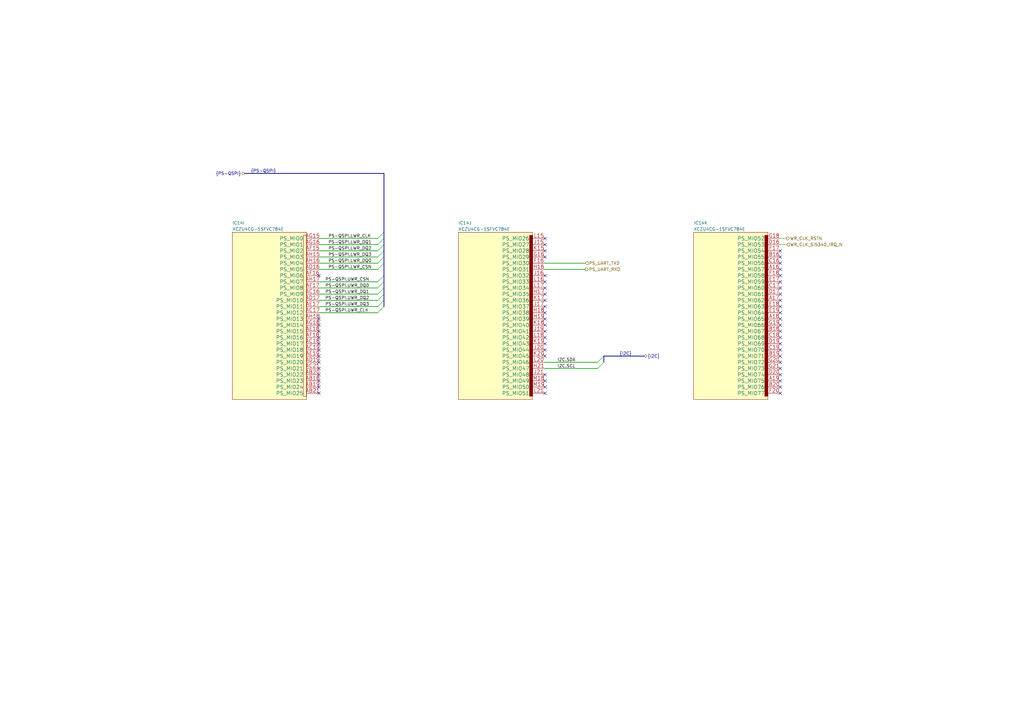
<source format=kicad_sch>
(kicad_sch (version 20250114) (generator "eeschema") (generator_version "9.0")
  (paper "A3")
  (title_block (title "SoC MIO Banks") (rev "-"))
  (lib_symbols
    (symbol "Logic:XCZU4CG-1SFVC784E" (pin_names (offset 1.27))
      (property "Reference" "IC14" (at 0 3.81 0))
      (property "Value" "XCZU4CG-1SFVC784E" (at 0 1.27 0))
      (symbol "XCZU4CG-1SFVC784E_1_1"
        (text "BANK 43" (at 5.08 -15.24 900) (effects (font (size 1.778 1.778) (bold yes)) (justify left bottom)))
        (pin bidirectional line (at 43.18 -2.54 180) (length 5.08) (name "IO_L1P_AD11P_43") (number "AG10"))
        (pin bidirectional line (at 43.18 -5.08 180) (length 5.08) (name "IO_L1N_AD11N_43") (number "AH10"))
        (pin bidirectional line (at 43.18 -7.62 180) (length 5.08) (name "IO_L2P_AD10P_43") (number "AF11"))
        (pin bidirectional line (at 43.18 -10.16 180) (length 5.08) (name "IO_L2N_AD10N_43") (number "AG11"))
        (pin bidirectional line (at 43.18 -12.7 180) (length 5.08) (name "IO_L3P_AD9P_43") (number "AH12"))
        (pin bidirectional line (at 43.18 -15.24 180) (length 5.08) (name "IO_L3N_AD9N_43") (number "AH11"))
        (pin bidirectional line (at 43.18 -17.78 180) (length 5.08) (name "IO_L4P_AD8P_43") (number "AE10"))
        (pin bidirectional line (at 43.18 -20.32 180) (length 5.08) (name "IO_L4N_AD8N_43") (number "AF10"))
        (pin bidirectional line (at 43.18 -22.86 180) (length 5.08) (name "IO_L5P_HDGC_AD7P_43") (number "AE12"))
        (pin bidirectional line (at 43.18 -25.4 180) (length 5.08) (name "IO_L5N_HDGC_AD7N_43") (number "AF12"))
        (pin bidirectional line (at 43.18 -27.94 180) (length 5.08) (name "IO_L6P_HDGC_AD6P_43") (number "AC12"))
        (pin bidirectional line (at 43.18 -30.48 180) (length 5.08) (name "IO_L6N_HDGC_AD6N_43") (number "AD12"))
        (pin bidirectional line (at 43.18 -33.02 180) (length 5.08) (name "IO_L7P_HDGC_AD5P_43") (number "AD11"))
        (pin bidirectional line (at 43.18 -35.56 180) (length 5.08) (name "IO_L7N_HDGC_AD5N_43") (number "AD10"))
        (pin bidirectional line (at 43.18 -38.1 180) (length 5.08) (name "IO_L8P_HDGC_AD4P_43") (number "AB11"))
        (pin bidirectional line (at 43.18 -40.64 180) (length 5.08) (name "IO_L8N_HDGC_AD4N_43") (number "AC11"))
        (pin bidirectional line (at 43.18 -43.18 180) (length 5.08) (name "IO_L9P_AD3P_43") (number "AA11"))
        (pin bidirectional line (at 43.18 -45.72 180) (length 5.08) (name "IO_L9N_AD3N_43") (number "AA10"))
        (pin bidirectional line (at 43.18 -48.26 180) (length 5.08) (name "IO_L10P_AD2P_43") (number "W10"))
        (pin bidirectional line (at 43.18 -50.8 180) (length 5.08) (name "IO_L10N_AD2N_43") (number "Y10"))
        (pin bidirectional line (at 43.18 -53.34 180) (length 5.08) (name "IO_L11P_AD1P_43") (number "Y9"))
        (pin bidirectional line (at 43.18 -55.88 180) (length 5.08) (name "IO_L11N_AD1N_43") (number "AA8"))
        (pin bidirectional line (at 43.18 -58.42 180) (length 5.08) (name "IO_L12P_AD0P_43") (number "AB10"))
        (pin bidirectional line (at 43.18 -60.96 180) (length 5.08) (name "IO_L12N_AD0N_43") (number "AB9"))
      )
      (symbol "XCZU4CG-1SFVC784E_2_1"
        (text "BANK 44" (at 5.08 -15.24 900) (effects (font (size 1.778 1.778) (bold yes)) (justify left bottom)))
        (pin bidirectional line (at 43.18 -2.54 180) (length 5.08) (name "IO_L1P_AD15P_44") (number "AE15"))
        (pin bidirectional line (at 43.18 -5.08 180) (length 5.08) (name "IO_L1N_AD15N_44") (number "AE14"))
        (pin bidirectional line (at 43.18 -7.62 180) (length 5.08) (name "IO_L2P_AD14P_44") (number "AG14"))
        (pin bidirectional line (at 43.18 -10.16 180) (length 5.08) (name "IO_L2N_AD14N_44") (number "AH14"))
        (pin bidirectional line (at 43.18 -12.7 180) (length 5.08) (name "IO_L3P_AD13P_44") (number "AG13"))
        (pin bidirectional line (at 43.18 -15.24 180) (length 5.08) (name "IO_L3N_AD13N_44") (number "AH13"))
        (pin bidirectional line (at 43.18 -17.78 180) (length 5.08) (name "IO_L4P_AD12P_44") (number "AE13"))
        (pin bidirectional line (at 43.18 -20.32 180) (length 5.08) (name "IO_L4N_AD12N_44") (number "AF13"))
        (pin bidirectional line (at 43.18 -22.86 180) (length 5.08) (name "IO_L5P_HDGC_44") (number "AD15"))
        (pin bidirectional line (at 43.18 -25.4 180) (length 5.08) (name "IO_L5N_HDGC_44") (number "AD14"))
        (pin bidirectional line (at 43.18 -27.94 180) (length 5.08) (name "IO_L6P_HDGC_44") (number "AC14"))
        (pin bidirectional line (at 43.18 -30.48 180) (length 5.08) (name "IO_L6N_HDGC_44") (number "AC13"))
        (pin bidirectional line (at 43.18 -33.02 180) (length 5.08) (name "IO_L7P_HDGC_44") (number "AA13"))
        (pin bidirectional line (at 43.18 -35.56 180) (length 5.08) (name "IO_L7N_HDGC_44") (number "AB13"))
        (pin bidirectional line (at 43.18 -38.1 180) (length 5.08) (name "IO_L8P_HDGC_44") (number "AB15"))
        (pin bidirectional line (at 43.18 -40.64 180) (length 5.08) (name "IO_L8N_HDGC_44") (number "AB14"))
        (pin bidirectional line (at 43.18 -43.18 180) (length 5.08) (name "IO_L9P_AD11P_44") (number "W14"))
        (pin bidirectional line (at 43.18 -45.72 180) (length 5.08) (name "IO_L9N_AD11N_44") (number "W13"))
        (pin bidirectional line (at 43.18 -48.26 180) (length 5.08) (name "IO_L10P_AD10P_44") (number "Y14"))
        (pin bidirectional line (at 43.18 -50.8 180) (length 5.08) (name "IO_L10N_AD10N_44") (number "Y13"))
        (pin bidirectional line (at 43.18 -53.34 180) (length 5.08) (name "IO_L11P_AD9P_44") (number "W12"))
        (pin bidirectional line (at 43.18 -55.88 180) (length 5.08) (name "IO_L11N_AD9N_44") (number "W11"))
        (pin bidirectional line (at 43.18 -58.42 180) (length 5.08) (name "IO_L12P_AD8P_44") (number "Y12"))
        (pin bidirectional line (at 43.18 -60.96 180) (length 5.08) (name "IO_L12N_AD8N_44") (number "AA12"))
      )
      (symbol "XCZU4CG-1SFVC784E_3_1"
        (text "BANK 45" (at 5.08 -15.24 900) (effects (font (size 1.778 1.778) (bold yes)) (justify left bottom)))
        (pin bidirectional line (at 43.18 -2.54 180) (length 5.08) (name "IO_L1P_AD15P_45") (number "J11"))
        (pin bidirectional line (at 43.18 -5.08 180) (length 5.08) (name "IO_L1N_AD15N_45") (number "J10"))
        (pin bidirectional line (at 43.18 -7.62 180) (length 5.08) (name "IO_L2P_AD14P_45") (number "K13"))
        (pin bidirectional line (at 43.18 -10.16 180) (length 5.08) (name "IO_L2N_AD14N_45") (number "K12"))
        (pin bidirectional line (at 43.18 -12.7 180) (length 5.08) (name "IO_L3P_AD13P_45") (number "H11"))
        (pin bidirectional line (at 43.18 -15.24 180) (length 5.08) (name "IO_L3N_AD13N_45") (number "G10"))
        (pin bidirectional line (at 43.18 -17.78 180) (length 5.08) (name "IO_L4P_AD12P_45") (number "J12"))
        (pin bidirectional line (at 43.18 -20.32 180) (length 5.08) (name "IO_L4N_AD12N_45") (number "H12"))
        (pin bidirectional line (at 43.18 -22.86 180) (length 5.08) (name "IO_L5P_HDGC_45") (number "G11"))
        (pin bidirectional line (at 43.18 -25.4 180) (length 5.08) (name "IO_L5N_HDGC_45") (number "F10"))
        (pin bidirectional line (at 43.18 -27.94 180) (length 5.08) (name "IO_L6P_HDGC_45") (number "F12"))
        (pin bidirectional line (at 43.18 -30.48 180) (length 5.08) (name "IO_L6N_HDGC_45") (number "F11"))
        (pin bidirectional line (at 43.18 -33.02 180) (length 5.08) (name "IO_L7P_HDGC_45") (number "E10"))
        (pin bidirectional line (at 43.18 -35.56 180) (length 5.08) (name "IO_L7N_HDGC_45") (number "D10"))
        (pin bidirectional line (at 43.18 -38.1 180) (length 5.08) (name "IO_L8P_HDGC_45") (number "E12"))
        (pin bidirectional line (at 43.18 -40.64 180) (length 5.08) (name "IO_L8N_HDGC_45") (number "D11"))
        (pin bidirectional line (at 43.18 -43.18 180) (length 5.08) (name "IO_L9P_AD11P_45") (number "C11"))
        (pin bidirectional line (at 43.18 -45.72 180) (length 5.08) (name "IO_L9N_AD11N_45") (number "B10"))
        (pin bidirectional line (at 43.18 -48.26 180) (length 5.08) (name "IO_L10P_AD10P_45") (number "B11"))
        (pin bidirectional line (at 43.18 -50.8 180) (length 5.08) (name "IO_L10N_AD10N_45") (number "A10"))
        (pin bidirectional line (at 43.18 -53.34 180) (length 5.08) (name "IO_L11P_AD9P_45") (number "A12"))
        (pin bidirectional line (at 43.18 -55.88 180) (length 5.08) (name "IO_L11N_AD9N_45") (number "A11"))
        (pin bidirectional line (at 43.18 -58.42 180) (length 5.08) (name "IO_L12P_AD8P_45") (number "D12"))
        (pin bidirectional line (at 43.18 -60.96 180) (length 5.08) (name "IO_L12N_AD8N_45") (number "C12"))
      )
      (symbol "XCZU4CG-1SFVC784E_4_1"
        (text "BANK 46" (at 5.08 -15.24 900) (effects (font (size 1.778 1.778) (bold yes)) (justify left bottom)))
        (pin bidirectional line (at 43.18 -2.54 180) (length 5.08) (name "IO_L1P_AD11P_46") (number "B15"))
        (pin bidirectional line (at 43.18 -5.08 180) (length 5.08) (name "IO_L1N_AD11N_46") (number "A15"))
        (pin bidirectional line (at 43.18 -7.62 180) (length 5.08) (name "IO_L2P_AD10P_46") (number "B14"))
        (pin bidirectional line (at 43.18 -10.16 180) (length 5.08) (name "IO_L2N_AD10N_46") (number "A14"))
        (pin bidirectional line (at 43.18 -12.7 180) (length 5.08) (name "IO_L3P_AD9P_46") (number "B13"))
        (pin bidirectional line (at 43.18 -15.24 180) (length 5.08) (name "IO_L3N_AD9N_46") (number "A13"))
        (pin bidirectional line (at 43.18 -17.78 180) (length 5.08) (name "IO_L4P_AD8P_46") (number "C14"))
        (pin bidirectional line (at 43.18 -20.32 180) (length 5.08) (name "IO_L4N_AD8N_46") (number "C13"))
        (pin bidirectional line (at 43.18 -22.86 180) (length 5.08) (name "IO_L5P_HDGC_AD7P_46") (number "D15"))
        (pin bidirectional line (at 43.18 -25.4 180) (length 5.08) (name "IO_L5N_HDGC_AD7N_46") (number "D14"))
        (pin bidirectional line (at 43.18 -27.94 180) (length 5.08) (name "IO_L6P_HDGC_AD6P_46") (number "E14"))
        (pin bidirectional line (at 43.18 -30.48 180) (length 5.08) (name "IO_L6N_HDGC_AD6N_46") (number "E13"))
        (pin bidirectional line (at 43.18 -33.02 180) (length 5.08) (name "IO_L7P_HDGC_AD5P_46") (number "G13"))
        (pin bidirectional line (at 43.18 -35.56 180) (length 5.08) (name "IO_L7N_HDGC_AD5N_46") (number "F13"))
        (pin bidirectional line (at 43.18 -38.1 180) (length 5.08) (name "IO_L8P_HDGC_AD4P_46") (number "F15"))
        (pin bidirectional line (at 43.18 -40.64 180) (length 5.08) (name "IO_L8N_HDGC_AD4N_46") (number "E15"))
        (pin bidirectional line (at 43.18 -43.18 180) (length 5.08) (name "IO_L9P_AD3P_46") (number "G15"))
        (pin bidirectional line (at 43.18 -45.72 180) (length 5.08) (name "IO_L9N_AD3N_46") (number "G14"))
        (pin bidirectional line (at 43.18 -48.26 180) (length 5.08) (name "IO_L10P_AD2P_46") (number "H14"))
        (pin bidirectional line (at 43.18 -50.8 180) (length 5.08) (name "IO_L10N_AD2N_46") (number "H13"))
        (pin bidirectional line (at 43.18 -53.34 180) (length 5.08) (name "IO_L11P_AD1P_46") (number "K14"))
        (pin bidirectional line (at 43.18 -55.88 180) (length 5.08) (name "IO_L11N_AD1N_46") (number "J14"))
        (pin bidirectional line (at 43.18 -58.42 180) (length 5.08) (name "IO_L12P_AD0P_46") (number "L14"))
        (pin bidirectional line (at 43.18 -60.96 180) (length 5.08) (name "IO_L12N_AD0N_46") (number "L13"))
      )
      (symbol "XCZU4CG-1SFVC784E_5_1"
        (text "BANK 64" (at 5.08 -15.24 900) (effects (font (size 1.778 1.778) (bold yes)) (justify left bottom)))
        (pin bidirectional line (at 58.42 -2.54 180) (length 5.08) (name "IO_L1P_T0L_N0_DBC_64") (number "AC9"))
        (pin bidirectional line (at 58.42 -5.08 180) (length 5.08) (name "IO_L1N_T0L_N1_DBC_64") (number "AD9"))
        (pin bidirectional line (at 58.42 -7.62 180) (length 5.08) (name "IO_L2P_T0L_N2_64") (number "AE9"))
        (pin bidirectional line (at 58.42 -10.16 180) (length 5.08) (name "IO_L2N_T0L_N3_64") (number "AE8"))
        (pin bidirectional line (at 58.42 -12.7 180) (length 5.08) (name "IO_L3P_T0L_N4_AD15P_64") (number "AB8"))
        (pin bidirectional line (at 58.42 -15.24 180) (length 5.08) (name "IO_L3N_T0L_N5_AD15N_64") (number "AC8"))
        (pin bidirectional line (at 58.42 -17.78 180) (length 5.08) (name "IO_L4P_T0U_N6_DBC_AD7P_64") (number "AD7"))
        (pin bidirectional line (at 58.42 -20.32 180) (length 5.08) (name "IO_L4N_T0U_N7_DBC_AD7N_64") (number "AE7"))
        (pin bidirectional line (at 58.42 -22.86 180) (length 5.08) (name "IO_L5P_T0U_N8_AD14P_64") (number "AB7"))
        (pin bidirectional line (at 58.42 -25.4 180) (length 5.08) (name "IO_L5N_T0U_N9_AD14N_64") (number "AC7"))
        (pin bidirectional line (at 58.42 -27.94 180) (length 5.08) (name "IO_L6P_T0U_N10_AD6P_64") (number "AB6"))
        (pin bidirectional line (at 58.42 -30.48 180) (length 5.08) (name "IO_L6N_T0U_N11_AD6N_64") (number "AC6"))
        (pin bidirectional line (at 58.42 -33.02 180) (length 5.08) (name "IO_L7P_T1L_N0_QBC_AD13P_64") (number "AG9"))
        (pin bidirectional line (at 58.42 -35.56 180) (length 5.08) (name "IO_L7N_T1L_N1_QBC_AD13N_64") (number "AH9"))
        (pin bidirectional line (at 58.42 -38.1 180) (length 5.08) (name "IO_L8P_T1L_N2_AD5P_64") (number "AF8"))
        (pin bidirectional line (at 58.42 -40.64 180) (length 5.08) (name "IO_L8N_T1L_N3_AD5N_64") (number "AG8"))
        (pin bidirectional line (at 58.42 -43.18 180) (length 5.08) (name "IO_L9P_T1L_N4_AD12P_64") (number "AH8"))
        (pin bidirectional line (at 58.42 -45.72 180) (length 5.08) (name "IO_L9N_T1L_N5_AD12N_64") (number "AH7"))
        (pin bidirectional line (at 58.42 -48.26 180) (length 5.08) (name "IO_L10P_T1U_N6_QBC_AD4P_64") (number "AG6"))
        (pin bidirectional line (at 58.42 -50.8 180) (length 5.08) (name "IO_L10N_T1U_N7_QBC_AD4N_64") (number "AG5"))
        (pin bidirectional line (at 58.42 -53.34 180) (length 5.08) (name "IO_L11P_T1U_N8_GC_64") (number "AF7"))
        (pin bidirectional line (at 58.42 -55.88 180) (length 5.08) (name "IO_L11N_T1U_N9_GC_64") (number "AF6"))
        (pin bidirectional line (at 58.42 -58.42 180) (length 5.08) (name "IO_L12P_T1U_N10_GC_64") (number "AE5"))
        (pin bidirectional line (at 58.42 -60.96 180) (length 5.08) (name "IO_L12N_T1U_N11_GC_64") (number "AF5"))
        (pin bidirectional line (at 58.42 -63.5 180) (length 5.08) (name "IO_L13P_T2L_N0_GC_QBC_64") (number "AD5"))
        (pin bidirectional line (at 58.42 -66.04 180) (length 5.08) (name "IO_L13N_T2L_N1_GC_QBC_64") (number "AD4"))
        (pin bidirectional line (at 58.42 -68.58 180) (length 5.08) (name "IO_L14P_T2L_N2_GC_64") (number "AC4"))
        (pin bidirectional line (at 58.42 -71.12 180) (length 5.08) (name "IO_L14N_T2L_N3_GC_64") (number "AC3"))
        (pin bidirectional line (at 58.42 -73.66 180) (length 5.08) (name "IO_L15P_T2L_N4_AD11P_64") (number "AB4"))
        (pin bidirectional line (at 58.42 -76.2 180) (length 5.08) (name "IO_L15N_T2L_N5_AD11N_64") (number "AB3"))
        (pin bidirectional line (at 58.42 -78.74 180) (length 5.08) (name "IO_L16P_T2U_N6_QBC_AD3P_64") (number "AD2"))
        (pin bidirectional line (at 58.42 -81.28 180) (length 5.08) (name "IO_L16N_T2U_N7_QBC_AD3N_64") (number "AD1"))
        (pin bidirectional line (at 58.42 -83.82 180) (length 5.08) (name "IO_L17P_T2U_N8_AD10P_64") (number "AB2"))
        (pin bidirectional line (at 58.42 -86.36 180) (length 5.08) (name "IO_L17N_T2U_N9_AD10N_64") (number "AC2"))
        (pin bidirectional line (at 58.42 -88.9 180) (length 5.08) (name "IO_L18P_T2U_N10_AD2P_64") (number "AB1"))
        (pin bidirectional line (at 58.42 -91.44 180) (length 5.08) (name "IO_L18N_T2U_N11_AD2N_64") (number "AC1"))
        (pin bidirectional line (at 58.42 -93.98 180) (length 5.08) (name "IO_L19P_T3L_N0_DBC_AD9P_64") (number "AG4"))
        (pin bidirectional line (at 58.42 -96.52 180) (length 5.08) (name "IO_L19N_T3L_N1_DBC_AD9N_64") (number "AH4"))
        (pin bidirectional line (at 58.42 -99.06 180) (length 5.08) (name "IO_L20P_T3L_N2_AD1P_64") (number "AG3"))
        (pin bidirectional line (at 58.42 -101.6 180) (length 5.08) (name "IO_L20N_T3L_N3_AD1N_64") (number "AH3"))
        (pin bidirectional line (at 58.42 -104.14 180) (length 5.08) (name "IO_L21P_T3L_N4_AD8P_64") (number "AE3"))
        (pin bidirectional line (at 58.42 -106.68 180) (length 5.08) (name "IO_L21N_T3L_N5_AD8N_64") (number "AF3"))
        (pin bidirectional line (at 58.42 -109.22 180) (length 5.08) (name "IO_L22P_T3U_N6_DBC_AD0P_64") (number "AE2"))
        (pin bidirectional line (at 58.42 -111.76 180) (length 5.08) (name "IO_L22N_T3U_N7_DBC_AD0N_64") (number "AF2"))
        (pin bidirectional line (at 58.42 -114.3 180) (length 5.08) (name "IO_L23P_T3U_N8_64") (number "AH2"))
        (pin bidirectional line (at 58.42 -116.84 180) (length 5.08) (name "IO_L23N_T3U_N9_64") (number "AH1"))
        (pin bidirectional line (at 58.42 -119.38 180) (length 5.08) (name "IO_L24P_T3U_N10_64") (number "AF1"))
        (pin bidirectional line (at 58.42 -121.92 180) (length 5.08) (name "IO_L24N_T3U_N11_64") (number "AG1"))
        (pin bidirectional line (at 58.42 -127 180) (length 5.08) (name "IO_T0U_N12_VRP_64") (number "AD6"))
        (pin bidirectional line (at 58.42 -129.54 180) (length 5.08) (name "IO_T1U_N12_64") (number "AH6"))
        (pin bidirectional line (at 58.42 -132.08 180) (length 5.08) (name "IO_T2U_N12_64") (number "AB5"))
        (pin bidirectional line (at 58.42 -134.62 180) (length 5.08) (name "IO_T3U_N12_64") (number "AE4"))
      )
      (symbol "XCZU4CG-1SFVC784E_6_1"
        (text "BANK 65" (at 5.08 -15.24 900) (effects (font (size 1.778 1.778) (bold yes)) (justify left bottom)))
        (pin bidirectional line (at 58.42 -2.54 180) (length 5.08) (name "IO_L1P_T0L_N0_DBC_65") (number "W8"))
        (pin bidirectional line (at 58.42 -5.08 180) (length 5.08) (name "IO_L1N_T0L_N1_DBC_65") (number "Y8"))
        (pin bidirectional line (at 58.42 -7.62 180) (length 5.08) (name "IO_L2P_T0L_N2_65") (number "U9"))
        (pin bidirectional line (at 58.42 -10.16 180) (length 5.08) (name "IO_L2N_T0L_N3_65") (number "V9"))
        (pin bidirectional line (at 58.42 -12.7 180) (length 5.08) (name "IO_L3P_T0L_N4_AD15P_65") (number "U8"))
        (pin bidirectional line (at 58.42 -15.24 180) (length 5.08) (name "IO_L3N_T0L_N5_AD15N_65") (number "V8"))
        (pin bidirectional line (at 58.42 -17.78 180) (length 5.08) (name "IO_L4P_T0U_N6_DBC_AD7P_SMBALERT_65") (number "R8"))
        (pin bidirectional line (at 58.42 -20.32 180) (length 5.08) (name "IO_L4N_T0U_N7_DBC_AD7N_65") (number "T8"))
        (pin bidirectional line (at 58.42 -22.86 180) (length 5.08) (name "IO_L5P_T0U_N8_AD14P_65") (number "R7"))
        (pin bidirectional line (at 58.42 -25.4 180) (length 5.08) (name "IO_L5N_T0U_N9_AD14N_65") (number "T7"))
        (pin bidirectional line (at 58.42 -27.94 180) (length 5.08) (name "IO_L6P_T0U_N10_AD6P_65") (number "R6"))
        (pin bidirectional line (at 58.42 -30.48 180) (length 5.08) (name "IO_L6N_T0U_N11_AD6N_65") (number "T6"))
        (pin bidirectional line (at 58.42 -33.02 180) (length 5.08) (name "IO_L7P_T1L_N0_QBC_AD13P_65") (number "L1"))
        (pin bidirectional line (at 58.42 -35.56 180) (length 5.08) (name "IO_L7N_T1L_N1_QBC_AD13N_65") (number "K1"))
        (pin bidirectional line (at 58.42 -38.1 180) (length 5.08) (name "IO_L8P_T1L_N2_AD5P_65") (number "J1"))
        (pin bidirectional line (at 58.42 -40.64 180) (length 5.08) (name "IO_L8N_T1L_N3_AD5N_65") (number "H1"))
        (pin bidirectional line (at 58.42 -43.18 180) (length 5.08) (name "IO_L9P_T1L_N4_AD12P_65") (number "K2"))
        (pin bidirectional line (at 58.42 -45.72 180) (length 5.08) (name "IO_L9N_T1L_N5_AD12N_65") (number "J2"))
        (pin bidirectional line (at 58.42 -48.26 180) (length 5.08) (name "IO_L10P_T1U_N6_QBC_AD4P_65") (number "H4"))
        (pin bidirectional line (at 58.42 -50.8 180) (length 5.08) (name "IO_L10N_T1U_N7_QBC_AD4N_65") (number "H3"))
        (pin bidirectional line (at 58.42 -53.34 180) (length 5.08) (name "IO_L11P_T1U_N8_GC_65") (number "K4"))
        (pin bidirectional line (at 58.42 -55.88 180) (length 5.08) (name "IO_L11N_T1U_N9_GC_65") (number "K3"))
        (pin bidirectional line (at 58.42 -58.42 180) (length 5.08) (name "IO_L12P_T1U_N10_GC_65") (number "L3"))
        (pin bidirectional line (at 58.42 -60.96 180) (length 5.08) (name "IO_L12N_T1U_N11_GC_65") (number "L2"))
        (pin bidirectional line (at 58.42 -63.5 180) (length 5.08) (name "IO_L13P_T2L_N0_GC_QBC_65") (number "L7"))
        (pin bidirectional line (at 58.42 -66.04 180) (length 5.08) (name "IO_L13N_T2L_N1_GC_QBC_65") (number "L6"))
        (pin bidirectional line (at 58.42 -68.58 180) (length 5.08) (name "IO_L14P_T2L_N2_GC_65") (number "M6"))
        (pin bidirectional line (at 58.42 -71.12 180) (length 5.08) (name "IO_L14N_T2L_N3_GC_65") (number "L5"))
        (pin bidirectional line (at 58.42 -73.66 180) (length 5.08) (name "IO_L15P_T2L_N4_AD11P_65") (number "N7"))
        (pin bidirectional line (at 58.42 -76.2 180) (length 5.08) (name "IO_L15N_T2L_N5_AD11N_65") (number "N6"))
        (pin bidirectional line (at 58.42 -78.74 180) (length 5.08) (name "IO_L16P_T2U_N6_QBC_AD3P_65") (number "P7"))
        (pin bidirectional line (at 58.42 -81.28 180) (length 5.08) (name "IO_L16N_T2U_N7_QBC_AD3N_65") (number "P6"))
        (pin bidirectional line (at 58.42 -83.82 180) (length 5.08) (name "IO_L17P_T2U_N8_AD10P_65") (number "N9"))
        (pin bidirectional line (at 58.42 -86.36 180) (length 5.08) (name "IO_L17N_T2U_N9_AD10N_65") (number "N8"))
        (pin bidirectional line (at 58.42 -88.9 180) (length 5.08) (name "IO_L18P_T2U_N10_AD2P_65") (number "M8"))
        (pin bidirectional line (at 58.42 -91.44 180) (length 5.08) (name "IO_L18N_T2U_N11_AD2N_65") (number "L8"))
        (pin bidirectional line (at 58.42 -93.98 180) (length 5.08) (name "IO_L19P_T3L_N0_DBC_AD9P_65") (number "J5"))
        (pin bidirectional line (at 58.42 -96.52 180) (length 5.08) (name "IO_L19N_T3L_N1_DBC_AD9N_65") (number "J4"))
        (pin bidirectional line (at 58.42 -99.06 180) (length 5.08) (name "IO_L20P_T3L_N2_AD1P_65") (number "J6"))
        (pin bidirectional line (at 58.42 -101.6 180) (length 5.08) (name "IO_L20N_T3L_N3_AD1N_65") (number "H6"))
        (pin bidirectional line (at 58.42 -104.14 180) (length 5.08) (name "IO_L21P_T3L_N4_AD8P_65") (number "J7"))
        (pin bidirectional line (at 58.42 -106.68 180) (length 5.08) (name "IO_L21N_T3L_N5_AD8N_65") (number "H7"))
        (pin bidirectional line (at 58.42 -109.22 180) (length 5.08) (name "IO_L22P_T3U_N6_DBC_AD0P_65") (number "K8"))
        (pin bidirectional line (at 58.42 -111.76 180) (length 5.08) (name "IO_L22N_T3U_N7_DBC_AD0N_65") (number "K7"))
        (pin bidirectional line (at 58.42 -114.3 180) (length 5.08) (name "IO_L23P_T3U_N8_I2C_SCLK_65") (number "K9"))
        (pin bidirectional line (at 58.42 -116.84 180) (length 5.08) (name "IO_L23N_T3U_N9_65") (number "J9"))
        (pin bidirectional line (at 58.42 -119.38 180) (length 5.08) (name "IO_L24P_T3U_N10_PERSTN1_I2C_SDA_65") (number "H9"))
        (pin bidirectional line (at 58.42 -121.92 180) (length 5.08) (name "IO_L24N_T3U_N11_PERSTN0_65") (number "H8"))
        (pin bidirectional line (at 58.42 -127 180) (length 5.08) (name "IO_T0U_N12_VRP_65") (number "W9"))
        (pin bidirectional line (at 58.42 -129.54 180) (length 5.08) (name "IO_T1U_N12_65") (number "H2"))
        (pin bidirectional line (at 58.42 -132.08 180) (length 5.08) (name "IO_T2U_N12_65") (number "P9"))
        (pin bidirectional line (at 58.42 -134.62 180) (length 5.08) (name "IO_T3U_N12_65") (number "K5"))
      )
      (symbol "XCZU4CG-1SFVC784E_7_1"
        (text "BANK 66" (at 5.08 -15.24 900) (effects (font (size 1.778 1.778) (bold yes)) (justify left bottom)))
        (pin bidirectional line (at 58.42 -2.54 180) (length 5.08) (name "IO_L1P_T0L_N0_DBC_66") (number "G1"))
        (pin bidirectional line (at 58.42 -5.08 180) (length 5.08) (name "IO_L1N_T0L_N1_DBC_66") (number "F1"))
        (pin bidirectional line (at 58.42 -7.62 180) (length 5.08) (name "IO_L2P_T0L_N2_66") (number "E1"))
        (pin bidirectional line (at 58.42 -10.16 180) (length 5.08) (name "IO_L2N_T0L_N3_66") (number "D1"))
        (pin bidirectional line (at 58.42 -12.7 180) (length 5.08) (name "IO_L3P_T0L_N4_AD15P_66") (number "F2"))
        (pin bidirectional line (at 58.42 -15.24 180) (length 5.08) (name "IO_L3N_T0L_N5_AD15N_66") (number "E2"))
        (pin bidirectional line (at 58.42 -17.78 180) (length 5.08) (name "IO_L4P_T0U_N6_DBC_AD7P_66") (number "G3"))
        (pin bidirectional line (at 58.42 -20.32 180) (length 5.08) (name "IO_L4N_T0U_N7_DBC_AD7N_66") (number "F3"))
        (pin bidirectional line (at 58.42 -22.86 180) (length 5.08) (name "IO_L5P_T0U_N8_AD14P_66") (number "E4"))
        (pin bidirectional line (at 58.42 -25.4 180) (length 5.08) (name "IO_L5N_T0U_N9_AD14N_66") (number "E3"))
        (pin bidirectional line (at 58.42 -27.94 180) (length 5.08) (name "IO_L6P_T0U_N10_AD6P_66") (number "G5"))
        (pin bidirectional line (at 58.42 -30.48 180) (length 5.08) (name "IO_L6N_T0U_N11_AD6N_66") (number "F5"))
        (pin bidirectional line (at 58.42 -33.02 180) (length 5.08) (name "IO_L7P_T1L_N0_QBC_AD13P_66") (number "C1"))
        (pin bidirectional line (at 58.42 -35.56 180) (length 5.08) (name "IO_L7N_T1L_N1_QBC_AD13N_66") (number "B1"))
        (pin bidirectional line (at 58.42 -38.1 180) (length 5.08) (name "IO_L8P_T1L_N2_AD5P_66") (number "A2"))
        (pin bidirectional line (at 58.42 -40.64 180) (length 5.08) (name "IO_L8N_T1L_N3_AD5N_66") (number "A1"))
        (pin bidirectional line (at 58.42 -43.18 180) (length 5.08) (name "IO_L9P_T1L_N4_AD12P_66") (number "B3"))
        (pin bidirectional line (at 58.42 -45.72 180) (length 5.08) (name "IO_L9N_T1L_N5_AD12N_66") (number "A3"))
        (pin bidirectional line (at 58.42 -48.26 180) (length 5.08) (name "IO_L10P_T1U_N6_QBC_AD4P_66") (number "B4"))
        (pin bidirectional line (at 58.42 -50.8 180) (length 5.08) (name "IO_L10N_T1U_N7_QBC_AD4N_66") (number "A4"))
        (pin bidirectional line (at 58.42 -53.34 180) (length 5.08) (name "IO_L11P_T1U_N8_GC_66") (number "D4"))
        (pin bidirectional line (at 58.42 -55.88 180) (length 5.08) (name "IO_L11N_T1U_N9_GC_66") (number "C4"))
        (pin bidirectional line (at 58.42 -58.42 180) (length 5.08) (name "IO_L12P_T1U_N10_GC_66") (number "C3"))
        (pin bidirectional line (at 58.42 -60.96 180) (length 5.08) (name "IO_L12N_T1U_N11_GC_66") (number "C2"))
        (pin bidirectional line (at 58.42 -63.5 180) (length 5.08) (name "IO_L13P_T2L_N0_GC_QBC_66") (number "D7"))
        (pin bidirectional line (at 58.42 -66.04 180) (length 5.08) (name "IO_L13N_T2L_N1_GC_QBC_66") (number "D6"))
        (pin bidirectional line (at 58.42 -68.58 180) (length 5.08) (name "IO_L14P_T2L_N2_GC_66") (number "E5"))
        (pin bidirectional line (at 58.42 -71.12 180) (length 5.08) (name "IO_L14N_T2L_N3_GC_66") (number "D5"))
        (pin bidirectional line (at 58.42 -73.66 180) (length 5.08) (name "IO_L15P_T2L_N4_AD11P_66") (number "G6"))
        (pin bidirectional line (at 58.42 -76.2 180) (length 5.08) (name "IO_L15N_T2L_N5_AD11N_66") (number "F6"))
        (pin bidirectional line (at 58.42 -78.74 180) (length 5.08) (name "IO_L16P_T2U_N6_QBC_AD3P_66") (number "G8"))
        (pin bidirectional line (at 58.42 -81.28 180) (length 5.08) (name "IO_L16N_T2U_N7_QBC_AD3N_66") (number "F7"))
        (pin bidirectional line (at 58.42 -83.82 180) (length 5.08) (name "IO_L17P_T2U_N8_AD10P_66") (number "F8"))
        (pin bidirectional line (at 58.42 -86.36 180) (length 5.08) (name "IO_L17N_T2U_N9_AD10N_66") (number "E8"))
        (pin bidirectional line (at 58.42 -88.9 180) (length 5.08) (name "IO_L18P_T2U_N10_AD2P_66") (number "E9"))
        (pin bidirectional line (at 58.42 -91.44 180) (length 5.08) (name "IO_L18N_T2U_N11_AD2N_66") (number "D9"))
        (pin bidirectional line (at 58.42 -93.98 180) (length 5.08) (name "IO_L19P_T3L_N0_DBC_AD9P_66") (number "B5"))
        (pin bidirectional line (at 58.42 -96.52 180) (length 5.08) (name "IO_L19N_T3L_N1_DBC_AD9N_66") (number "A5"))
        (pin bidirectional line (at 58.42 -99.06 180) (length 5.08) (name "IO_L20P_T3L_N2_AD1P_66") (number "C6"))
        (pin bidirectional line (at 58.42 -101.6 180) (length 5.08) (name "IO_L20N_T3L_N3_AD1N_66") (number "B6"))
        (pin bidirectional line (at 58.42 -104.14 180) (length 5.08) (name "IO_L21P_T3L_N4_AD8P_66") (number "A7"))
        (pin bidirectional line (at 58.42 -106.68 180) (length 5.08) (name "IO_L21N_T3L_N5_AD8N_66") (number "A6"))
        (pin bidirectional line (at 58.42 -109.22 180) (length 5.08) (name "IO_L22P_T3U_N6_DBC_AD0P_66") (number "C8"))
        (pin bidirectional line (at 58.42 -111.76 180) (length 5.08) (name "IO_L22N_T3U_N7_DBC_AD0N_66") (number "B8"))
        (pin bidirectional line (at 58.42 -114.3 180) (length 5.08) (name "IO_L23P_T3U_N8_66") (number "A9"))
        (pin bidirectional line (at 58.42 -116.84 180) (length 5.08) (name "IO_L23N_T3U_N9_66") (number "A8"))
        (pin bidirectional line (at 58.42 -119.38 180) (length 5.08) (name "IO_L24P_T3U_N10_66") (number "C9"))
        (pin bidirectional line (at 58.42 -121.92 180) (length 5.08) (name "IO_L24N_T3U_N11_66") (number "B9"))
        (pin bidirectional line (at 58.42 -127 180) (length 5.08) (name "IO_T0U_N12_VRP_66") (number "G4"))
        (pin bidirectional line (at 58.42 -129.54 180) (length 5.08) (name "IO_T1U_N12_66") (number "D2"))
        (pin bidirectional line (at 58.42 -132.08 180) (length 5.08) (name "IO_T2U_N12_66") (number "E7"))
        (pin bidirectional line (at 58.42 -134.62 180) (length 5.08) (name "IO_T3U_N12_66") (number "C7"))
      )
      (symbol "XCZU4CG-1SFVC784E_8_1"
        (text "BANK 224" (at 5.08 -17.78 900) (effects (font (size 1.778 1.778) (bold yes)) (justify left bottom)))
        (pin output line (at 40.64 -2.54 180) (length 5.08) (name "MGTHTXP0_224") (number "W4"))
        (pin output line (at 40.64 -5.08 180) (length 5.08) (name "MGTHTXN0_224") (number "W3"))
        (pin input line (at 40.64 -7.62 180) (length 5.08) (name "MGTHRXP0_224") (number "Y2"))
        (pin input line (at 40.64 -10.16 180) (length 5.08) (name "MGTHRXN0_224") (number "Y1"))
        (pin bidirectional line (at 40.64 -15.24 180) (length 5.08) (name "MGTREFCLK0P_224") (number "Y6"))
        (pin bidirectional line (at 40.64 -17.78 180) (length 5.08) (name "MGTREFCLK0N_224") (number "Y5"))
        (pin output line (at 40.64 -22.86 180) (length 5.08) (name "MGTHTXP1_224") (number "U4"))
        (pin output line (at 40.64 -25.4 180) (length 5.08) (name "MGTHTXN1_224") (number "U3"))
        (pin input line (at 40.64 -27.94 180) (length 5.08) (name "MGTHRXP1_224") (number "V2"))
        (pin input line (at 40.64 -30.48 180) (length 5.08) (name "MGTHRXN1_224") (number "V1"))
        (pin bidirectional line (at 40.64 -35.56 180) (length 5.08) (name "MGTREFCLK1P_224") (number "V6"))
        (pin bidirectional line (at 40.64 -38.1 180) (length 5.08) (name "MGTREFCLK1N_224") (number "V5"))
        (pin output line (at 40.64 -43.18 180) (length 5.08) (name "MGTHTXP2_224") (number "R4"))
        (pin output line (at 40.64 -45.72 180) (length 5.08) (name "MGTHTXN2_224") (number "R3"))
        (pin input line (at 40.64 -48.26 180) (length 5.08) (name "MGTHRXP2_224") (number "T2"))
        (pin input line (at 40.64 -50.8 180) (length 5.08) (name "MGTHRXN2_224") (number "T1"))
        (pin output line (at 40.64 -55.88 180) (length 5.08) (name "MGTHTXP3_224") (number "N4"))
        (pin output line (at 40.64 -58.42 180) (length 5.08) (name "MGTHTXN3_224") (number "N3"))
        (pin input line (at 40.64 -60.96 180) (length 5.08) (name "MGTHRXP3_224") (number "P2"))
        (pin input line (at 40.64 -63.5 180) (length 5.08) (name "MGTHRXN3_224") (number "P1"))
      )
      (symbol "XCZU4CG-1SFVC784E_9_1"
        (text "BANK 500" (at 5.08 -17.78 900) (effects (font (size 1.778 1.778) (bold yes)) (justify left bottom)))
        (pin bidirectional line (at 35.56 -2.54 180) (length 5.08) (name "PS_MIO0") (number "AG15"))
        (pin bidirectional line (at 35.56 -5.08 180) (length 5.08) (name "PS_MIO1") (number "AG16"))
        (pin bidirectional line (at 35.56 -7.62 180) (length 5.08) (name "PS_MIO2") (number "AF15"))
        (pin bidirectional line (at 35.56 -10.16 180) (length 5.08) (name "PS_MIO3") (number "AH15"))
        (pin bidirectional line (at 35.56 -12.7 180) (length 5.08) (name "PS_MIO4") (number "AH16"))
        (pin bidirectional line (at 35.56 -15.24 180) (length 5.08) (name "PS_MIO5") (number "AD16"))
        (pin bidirectional line (at 35.56 -17.78 180) (length 5.08) (name "PS_MIO6") (number "AF16"))
        (pin bidirectional line (at 35.56 -20.32 180) (length 5.08) (name "PS_MIO7") (number "AH17"))
        (pin bidirectional line (at 35.56 -22.86 180) (length 5.08) (name "PS_MIO8") (number "AF17"))
        (pin bidirectional line (at 35.56 -25.4 180) (length 5.08) (name "PS_MIO9") (number "AC16"))
        (pin bidirectional line (at 35.56 -27.94 180) (length 5.08) (name "PS_MIO10") (number "AD17"))
        (pin bidirectional line (at 35.56 -30.48 180) (length 5.08) (name "PS_MIO11") (number "AE17"))
        (pin bidirectional line (at 35.56 -33.02 180) (length 5.08) (name "PS_MIO12") (number "AC17"))
        (pin bidirectional line (at 35.56 -35.56 180) (length 5.08) (name "PS_MIO13") (number "AH18"))
        (pin bidirectional line (at 35.56 -38.1 180) (length 5.08) (name "PS_MIO14") (number "AG18"))
        (pin bidirectional line (at 35.56 -40.64 180) (length 5.08) (name "PS_MIO15") (number "AE18"))
        (pin bidirectional line (at 35.56 -43.18 180) (length 5.08) (name "PS_MIO16") (number "AF18"))
        (pin bidirectional line (at 35.56 -45.72 180) (length 5.08) (name "PS_MIO17") (number "AC18"))
        (pin bidirectional line (at 35.56 -48.26 180) (length 5.08) (name "PS_MIO18") (number "AC19"))
        (pin bidirectional line (at 35.56 -50.8 180) (length 5.08) (name "PS_MIO19") (number "AE19"))
        (pin bidirectional line (at 35.56 -53.34 180) (length 5.08) (name "PS_MIO20") (number "AD19"))
        (pin bidirectional line (at 35.56 -55.88 180) (length 5.08) (name "PS_MIO21") (number "AC21"))
        (pin bidirectional line (at 35.56 -58.42 180) (length 5.08) (name "PS_MIO22") (number "AB20"))
        (pin bidirectional line (at 35.56 -60.96 180) (length 5.08) (name "PS_MIO23") (number "AB18"))
        (pin bidirectional line (at 35.56 -63.5 180) (length 5.08) (name "PS_MIO24") (number "AB19"))
        (pin bidirectional line (at 35.56 -66.04 180) (length 5.08) (name "PS_MIO25") (number "AB21"))
      )
      (symbol "XCZU4CG-1SFVC784E_10_1"
        (text "BANK 501" (at 5.08 -17.78 900) (effects (font (size 1.778 1.778) (bold yes)) (justify left bottom)))
        (pin bidirectional line (at 35.56 -2.54 180) (length 5.08) (name "PS_MIO26") (number "L15"))
        (pin bidirectional line (at 35.56 -5.08 180) (length 5.08) (name "PS_MIO27") (number "J15"))
        (pin bidirectional line (at 35.56 -7.62 180) (length 5.08) (name "PS_MIO28") (number "K15"))
        (pin bidirectional line (at 35.56 -10.16 180) (length 5.08) (name "PS_MIO29") (number "G16"))
        (pin bidirectional line (at 35.56 -12.7 180) (length 5.08) (name "PS_MIO30") (number "F16"))
        (pin bidirectional line (at 35.56 -15.24 180) (length 5.08) (name "PS_MIO31") (number "H16"))
        (pin bidirectional line (at 35.56 -17.78 180) (length 5.08) (name "PS_MIO32") (number "J16"))
        (pin bidirectional line (at 35.56 -20.32 180) (length 5.08) (name "PS_MIO33") (number "L16"))
        (pin bidirectional line (at 35.56 -22.86 180) (length 5.08) (name "PS_MIO34") (number "L17"))
        (pin bidirectional line (at 35.56 -25.4 180) (length 5.08) (name "PS_MIO35") (number "H17"))
        (pin bidirectional line (at 35.56 -27.94 180) (length 5.08) (name "PS_MIO36") (number "K17"))
        (pin bidirectional line (at 35.56 -30.48 180) (length 5.08) (name "PS_MIO37") (number "J17"))
        (pin bidirectional line (at 35.56 -33.02 180) (length 5.08) (name "PS_MIO38") (number "H18"))
        (pin bidirectional line (at 35.56 -35.56 180) (length 5.08) (name "PS_MIO39") (number "H19"))
        (pin bidirectional line (at 35.56 -38.1 180) (length 5.08) (name "PS_MIO40") (number "K18"))
        (pin bidirectional line (at 35.56 -40.64 180) (length 5.08) (name "PS_MIO41") (number "J19"))
        (pin bidirectional line (at 35.56 -43.18 180) (length 5.08) (name "PS_MIO42") (number "L18"))
        (pin bidirectional line (at 35.56 -45.72 180) (length 5.08) (name "PS_MIO43") (number "K19"))
        (pin bidirectional line (at 35.56 -48.26 180) (length 5.08) (name "PS_MIO44") (number "J20"))
        (pin bidirectional line (at 35.56 -50.8 180) (length 5.08) (name "PS_MIO45") (number "K20"))
        (pin bidirectional line (at 35.56 -53.34 180) (length 5.08) (name "PS_MIO46") (number "L20"))
        (pin bidirectional line (at 35.56 -55.88 180) (length 5.08) (name "PS_MIO47") (number "H21"))
        (pin bidirectional line (at 35.56 -58.42 180) (length 5.08) (name "PS_MIO48") (number "J21"))
        (pin bidirectional line (at 35.56 -60.96 180) (length 5.08) (name "PS_MIO49") (number "M18"))
        (pin bidirectional line (at 35.56 -63.5 180) (length 5.08) (name "PS_MIO50") (number "M19"))
        (pin bidirectional line (at 35.56 -66.04 180) (length 5.08) (name "PS_MIO51") (number "L21"))
      )
      (symbol "XCZU4CG-1SFVC784E_11_1"
        (text "BANK 502" (at 5.08 -17.78 900) (effects (font (size 1.778 1.778) (bold yes)) (justify left bottom)))
        (pin bidirectional line (at 35.56 -2.54 180) (length 5.08) (name "PS_MIO52") (number "G18"))
        (pin bidirectional line (at 35.56 -5.08 180) (length 5.08) (name "PS_MIO53") (number "D16"))
        (pin bidirectional line (at 35.56 -7.62 180) (length 5.08) (name "PS_MIO54") (number "F17"))
        (pin bidirectional line (at 35.56 -10.16 180) (length 5.08) (name "PS_MIO55") (number "B16"))
        (pin bidirectional line (at 35.56 -12.7 180) (length 5.08) (name "PS_MIO56") (number "C16"))
        (pin bidirectional line (at 35.56 -15.24 180) (length 5.08) (name "PS_MIO57") (number "A16"))
        (pin bidirectional line (at 35.56 -17.78 180) (length 5.08) (name "PS_MIO58") (number "F18"))
        (pin bidirectional line (at 35.56 -20.32 180) (length 5.08) (name "PS_MIO59") (number "E17"))
        (pin bidirectional line (at 35.56 -22.86 180) (length 5.08) (name "PS_MIO60") (number "C17"))
        (pin bidirectional line (at 35.56 -25.4 180) (length 5.08) (name "PS_MIO61") (number "D17"))
        (pin bidirectional line (at 35.56 -27.94 180) (length 5.08) (name "PS_MIO62") (number "A17"))
        (pin bidirectional line (at 35.56 -30.48 180) (length 5.08) (name "PS_MIO63") (number "E18"))
        (pin bidirectional line (at 35.56 -33.02 180) (length 5.08) (name "PS_MIO64") (number "E19"))
        (pin bidirectional line (at 35.56 -35.56 180) (length 5.08) (name "PS_MIO65") (number "A18"))
        (pin bidirectional line (at 35.56 -38.1 180) (length 5.08) (name "PS_MIO66") (number "G19"))
        (pin bidirectional line (at 35.56 -40.64 180) (length 5.08) (name "PS_MIO67") (number "B18"))
        (pin bidirectional line (at 35.56 -43.18 180) (length 5.08) (name "PS_MIO68") (number "C18"))
        (pin bidirectional line (at 35.56 -45.72 180) (length 5.08) (name "PS_MIO69") (number "D19"))
        (pin bidirectional line (at 35.56 -48.26 180) (length 5.08) (name "PS_MIO70") (number "C19"))
        (pin bidirectional line (at 35.56 -50.8 180) (length 5.08) (name "PS_MIO71") (number "B19"))
        (pin bidirectional line (at 35.56 -53.34 180) (length 5.08) (name "PS_MIO72") (number "G20"))
        (pin bidirectional line (at 35.56 -55.88 180) (length 5.08) (name "PS_MIO73") (number "G21"))
        (pin bidirectional line (at 35.56 -58.42 180) (length 5.08) (name "PS_MIO74") (number "D20"))
        (pin bidirectional line (at 35.56 -60.96 180) (length 5.08) (name "PS_MIO75") (number "A19"))
        (pin bidirectional line (at 35.56 -63.5 180) (length 5.08) (name "PS_MIO76") (number "B20"))
        (pin bidirectional line (at 35.56 -66.04 180) (length 5.08) (name "PS_MIO77") (number "F20"))
      )
      (symbol "XCZU4CG-1SFVC784E_12_1"
        (text "BANK 505" (at 5.08 -17.78 900) (effects (font (size 1.778 1.778) (bold yes)) (justify left bottom)))
        (pin output line (at 40.64 -2.54 180) (length 5.08) (name "PS_MGTRTXP0_505") (number "E25"))
        (pin output line (at 40.64 -5.08 180) (length 5.08) (name "PS_MGTRTXN0_505") (number "E26"))
        (pin input line (at 40.64 -7.62 180) (length 5.08) (name "PS_MGTRRXP0_505") (number "F27"))
        (pin input line (at 40.64 -10.16 180) (length 5.08) (name "PS_MGTRRXN0_505") (number "F28"))
        (pin input line (at 40.64 -15.24 180) (length 5.08) (name "PS_MGTREFCLK0P_505") (number "F23"))
        (pin input line (at 40.64 -17.78 180) (length 5.08) (name "PS_MGTREFCLK0N_505") (number "F24"))
        (pin output line (at 40.64 -22.86 180) (length 5.08) (name "PS_MGTRTXP1_505") (number "D23"))
        (pin output line (at 40.64 -25.4 180) (length 5.08) (name "PS_MGTRTXN1_505") (number "D24"))
        (pin input line (at 40.64 -27.94 180) (length 5.08) (name "PS_MGTRRXP1_505") (number "D27"))
        (pin input line (at 40.64 -30.48 180) (length 5.08) (name "PS_MGTRRXN1_505") (number "D28"))
        (pin input line (at 40.64 -35.56 180) (length 5.08) (name "PS_MGTREFCLK1P_505") (number "E21"))
        (pin input line (at 40.64 -38.1 180) (length 5.08) (name "PS_MGTREFCLK1N_505") (number "E22"))
        (pin output line (at 40.64 -43.18 180) (length 5.08) (name "PS_MGTRTXP2_505") (number "C25"))
        (pin output line (at 40.64 -45.72 180) (length 5.08) (name "PS_MGTRTXN2_505") (number "C26"))
        (pin input line (at 40.64 -48.26 180) (length 5.08) (name "PS_MGTRRXP2_505") (number "B27"))
        (pin input line (at 40.64 -50.8 180) (length 5.08) (name "PS_MGTRRXN2_505") (number "B28"))
        (pin input line (at 40.64 -55.88 180) (length 5.08) (name "PS_MGTREFCLK2P_505") (number "C21"))
        (pin input line (at 40.64 -58.42 180) (length 5.08) (name "PS_MGTREFCLK2N_505") (number "C22"))
        (pin output line (at 40.64 -63.5 180) (length 5.08) (name "PS_MGTRTXP3_505") (number "B23"))
        (pin output line (at 40.64 -66.04 180) (length 5.08) (name "PS_MGTRTXN3_505") (number "B24"))
        (pin input line (at 40.64 -68.58 180) (length 5.08) (name "PS_MGTRRXP3_505") (number "A25"))
        (pin input line (at 40.64 -71.12 180) (length 5.08) (name "PS_MGTRRXN3_505") (number "A26"))
        (pin input line (at 40.64 -76.2 180) (length 5.08) (name "PS_MGTREFCLK3P_505") (number "A21"))
        (pin input line (at 40.64 -78.74 180) (length 5.08) (name "PS_MGTREFCLK3N_505") (number "A22"))
        (pin input line (at 40.64 -83.82 180) (length 5.08) (name "PS_MGTRREF_505") (number "F22"))
      )
      (symbol "XCZU4CG-1SFVC784E_13_1"
        (pin bidirectional line (at -5.08 -2.54 0) (length 5.08) (name "PS_DDR_DQ0") (number "AD21"))
        (pin bidirectional line (at -5.08 -5.08 0) (length 5.08) (name "PS_DDR_DQ1") (number "AE20"))
        (pin bidirectional line (at -5.08 -7.62 0) (length 5.08) (name "PS_DDR_DQ2") (number "AD20"))
        (pin bidirectional line (at -5.08 -10.16 0) (length 5.08) (name "PS_DDR_DQ3") (number "AF20"))
        (pin bidirectional line (at -5.08 -12.7 0) (length 5.08) (name "PS_DDR_DQ4") (number "AH21"))
        (pin bidirectional line (at -5.08 -15.24 0) (length 5.08) (name "PS_DDR_DQ5") (number "AH20"))
        (pin bidirectional line (at -5.08 -17.78 0) (length 5.08) (name "PS_DDR_DQ6") (number "AH19"))
        (pin bidirectional line (at -5.08 -20.32 0) (length 5.08) (name "PS_DDR_DQ7") (number "AG19"))
        (pin bidirectional line (at -5.08 -22.86 0) (length 5.08) (name "PS_DDR_DQ8") (number "AF22"))
        (pin bidirectional line (at -5.08 -25.4 0) (length 5.08) (name "PS_DDR_DQ9") (number "AH22"))
        (pin bidirectional line (at -5.08 -27.94 0) (length 5.08) (name "PS_DDR_DQ10") (number "AE22"))
        (pin bidirectional line (at -5.08 -30.48 0) (length 5.08) (name "PS_DDR_DQ11") (number "AD22"))
        (pin bidirectional line (at -5.08 -33.02 0) (length 5.08) (name "PS_DDR_DQ12") (number "AH23"))
        (pin bidirectional line (at -5.08 -35.56 0) (length 5.08) (name "PS_DDR_DQ13") (number "AH24"))
        (pin bidirectional line (at -5.08 -38.1 0) (length 5.08) (name "PS_DDR_DQ14") (number "AE24"))
        (pin bidirectional line (at -5.08 -40.64 0) (length 5.08) (name "PS_DDR_DQ15") (number "AG24"))
        (pin bidirectional line (at -5.08 -43.18 0) (length 5.08) (name "PS_DDR_DQ16") (number "AC26"))
        (pin bidirectional line (at -5.08 -45.72 0) (length 5.08) (name "PS_DDR_DQ17") (number "AD26"))
        (pin bidirectional line (at -5.08 -48.26 0) (length 5.08) (name "PS_DDR_DQ18") (number "AD25"))
        (pin bidirectional line (at -5.08 -50.8 0) (length 5.08) (name "PS_DDR_DQ19") (number "AD24"))
        (pin bidirectional line (at -5.08 -53.34 0) (length 5.08) (name "PS_DDR_DQ20") (number "AG26"))
        (pin bidirectional line (at -5.08 -55.88 0) (length 5.08) (name "PS_DDR_DQ21") (number "AH25"))
        (pin bidirectional line (at -5.08 -58.42 0) (length 5.08) (name "PS_DDR_DQ22") (number "AH26"))
        (pin bidirectional line (at -5.08 -60.96 0) (length 5.08) (name "PS_DDR_DQ23") (number "AG25"))
        (pin bidirectional line (at -5.08 -63.5 0) (length 5.08) (name "PS_DDR_DQ24") (number "AH27"))
        (pin bidirectional line (at -5.08 -66.04 0) (length 5.08) (name "PS_DDR_DQ25") (number "AH28"))
        (pin bidirectional line (at -5.08 -68.58 0) (length 5.08) (name "PS_DDR_DQ26") (number "AF28"))
        (pin bidirectional line (at -5.08 -71.12 0) (length 5.08) (name "PS_DDR_DQ27") (number "AG28"))
        (pin bidirectional line (at -5.08 -73.66 0) (length 5.08) (name "PS_DDR_DQ28") (number "AC27"))
        (pin bidirectional line (at -5.08 -76.2 0) (length 5.08) (name "PS_DDR_DQ29") (number "AD27"))
        (pin bidirectional line (at -5.08 -78.74 0) (length 5.08) (name "PS_DDR_DQ30") (number "AD28"))
        (pin bidirectional line (at -5.08 -81.28 0) (length 5.08) (name "PS_DDR_DQ31") (number "AC28"))
        (pin bidirectional line (at -5.08 -83.82 0) (length 5.08) (name "PS_DDR_DQ32") (number "T22"))
        (pin bidirectional line (at -5.08 -86.36 0) (length 5.08) (name "PS_DDR_DQ33") (number "R22"))
        (pin bidirectional line (at -5.08 -88.9 0) (length 5.08) (name "PS_DDR_DQ34") (number "P22"))
        (pin bidirectional line (at -5.08 -91.44 0) (length 5.08) (name "PS_DDR_DQ35") (number "N22"))
        (pin bidirectional line (at -5.08 -93.98 0) (length 5.08) (name "PS_DDR_DQ36") (number "T23"))
        (pin bidirectional line (at -5.08 -96.52 0) (length 5.08) (name "PS_DDR_DQ37") (number "P24"))
        (pin bidirectional line (at -5.08 -99.06 0) (length 5.08) (name "PS_DDR_DQ38") (number "R24"))
        (pin bidirectional line (at -5.08 -101.6 0) (length 5.08) (name "PS_DDR_DQ39") (number "N24"))
        (pin bidirectional line (at -5.08 -104.14 0) (length 5.08) (name "PS_DDR_DQ40") (number "H24"))
        (pin bidirectional line (at -5.08 -106.68 0) (length 5.08) (name "PS_DDR_DQ41") (number "J24"))
        (pin bidirectional line (at -5.08 -109.22 0) (length 5.08) (name "PS_DDR_DQ42") (number "M24"))
        (pin bidirectional line (at -5.08 -111.76 0) (length 5.08) (name "PS_DDR_DQ43") (number "K24"))
        (pin bidirectional line (at -5.08 -114.3 0) (length 5.08) (name "PS_DDR_DQ44") (number "J22"))
        (pin bidirectional line (at -5.08 -116.84 0) (length 5.08) (name "PS_DDR_DQ45") (number "H22"))
        (pin bidirectional line (at -5.08 -119.38 0) (length 5.08) (name "PS_DDR_DQ46") (number "K22"))
        (pin bidirectional line (at -5.08 -121.92 0) (length 5.08) (name "PS_DDR_DQ47") (number "L22"))
        (pin bidirectional line (at -5.08 -124.46 0) (length 5.08) (name "PS_DDR_DQ48") (number "M25"))
        (pin bidirectional line (at -5.08 -127 0) (length 5.08) (name "PS_DDR_DQ49") (number "M26"))
        (pin bidirectional line (at -5.08 -129.54 0) (length 5.08) (name "PS_DDR_DQ50") (number "L25"))
        (pin bidirectional line (at -5.08 -132.08 0) (length 5.08) (name "PS_DDR_DQ51") (number "L26"))
        (pin bidirectional line (at -5.08 -134.62 0) (length 5.08) (name "PS_DDR_DQ52") (number "K28"))
        (pin bidirectional line (at -5.08 -137.16 0) (length 5.08) (name "PS_DDR_DQ53") (number "L28"))
        (pin bidirectional line (at -5.08 -139.7 0) (length 5.08) (name "PS_DDR_DQ54") (number "M28"))
        (pin bidirectional line (at -5.08 -142.24 0) (length 5.08) (name "PS_DDR_DQ55") (number "N28"))
        (pin bidirectional line (at -5.08 -144.78 0) (length 5.08) (name "PS_DDR_DQ56") (number "J28"))
        (pin bidirectional line (at -5.08 -147.32 0) (length 5.08) (name "PS_DDR_DQ57") (number "K27"))
        (pin bidirectional line (at -5.08 -149.86 0) (length 5.08) (name "PS_DDR_DQ58") (number "H28"))
        (pin bidirectional line (at -5.08 -152.4 0) (length 5.08) (name "PS_DDR_DQ59") (number "H27"))
        (pin bidirectional line (at -5.08 -154.94 0) (length 5.08) (name "PS_DDR_DQ60") (number "G26"))
        (pin bidirectional line (at -5.08 -157.48 0) (length 5.08) (name "PS_DDR_DQ61") (number "G25"))
        (pin bidirectional line (at -5.08 -160.02 0) (length 5.08) (name "PS_DDR_DQ62") (number "K25"))
        (pin bidirectional line (at -5.08 -162.56 0) (length 5.08) (name "PS_DDR_DQ63") (number "J25"))
        (pin bidirectional line (at -5.08 -165.1 0) (length 5.08) (name "PS_DDR_DQ64") (number "T28"))
        (pin bidirectional line (at -5.08 -167.64 0) (length 5.08) (name "PS_DDR_DQ65") (number "R28"))
        (pin bidirectional line (at -5.08 -170.18 0) (length 5.08) (name "PS_DDR_DQ66") (number "P28"))
        (pin bidirectional line (at -5.08 -172.72 0) (length 5.08) (name "PS_DDR_DQ67") (number "P27"))
        (pin bidirectional line (at -5.08 -175.26 0) (length 5.08) (name "PS_DDR_DQ68") (number "P26"))
        (pin bidirectional line (at -5.08 -177.8 0) (length 5.08) (name "PS_DDR_DQ69") (number "R25"))
        (pin bidirectional line (at -5.08 -180.34 0) (length 5.08) (name "PS_DDR_DQ70") (number "P25"))
        (pin bidirectional line (at -5.08 -182.88 0) (length 5.08) (name "PS_DDR_DQ71") (number "T25"))
        (pin output line (at 48.26 -2.54 180) (length 5.08) (name "PS_DDR_A0") (number "W28"))
        (pin output line (at 48.26 -5.08 180) (length 5.08) (name "PS_DDR_A1") (number "Y28"))
        (pin output line (at 48.26 -7.62 180) (length 5.08) (name "PS_DDR_A2") (number "AB28"))
        (pin output line (at 48.26 -10.16 180) (length 5.08) (name "PS_DDR_A3") (number "AA28"))
        (pin output line (at 48.26 -12.7 180) (length 5.08) (name "PS_DDR_A4") (number "Y27"))
        (pin output line (at 48.26 -15.24 180) (length 5.08) (name "PS_DDR_A5") (number "AA27"))
        (pin output line (at 48.26 -17.78 180) (length 5.08) (name "PS_DDR_A6") (number "Y22"))
        (pin output line (at 48.26 -20.32 180) (length 5.08) (name "PS_DDR_A7") (number "AA23"))
        (pin output line (at 48.26 -22.86 180) (length 5.08) (name "PS_DDR_A8") (number "AA22"))
        (pin output line (at 48.26 -25.4 180) (length 5.08) (name "PS_DDR_A9") (number "AB23"))
        (pin output line (at 48.26 -27.94 180) (length 5.08) (name "PS_DDR_A10") (number "AA25"))
        (pin output line (at 48.26 -30.48 180) (length 5.08) (name "PS_DDR_A11") (number "AA26"))
        (pin output line (at 48.26 -33.02 180) (length 5.08) (name "PS_DDR_A12") (number "AB25"))
        (pin output line (at 48.26 -35.56 180) (length 5.08) (name "PS_DDR_A13") (number "AB26"))
        (pin output line (at 48.26 -38.1 180) (length 5.08) (name "PS_DDR_A14") (number "AB24"))
        (pin output line (at 48.26 -40.64 180) (length 5.08) (name "PS_DDR_A15") (number "AC24"))
        (pin output line (at 48.26 -43.18 180) (length 5.08) (name "PS_DDR_A16") (number "AC23"))
        (pin output line (at 48.26 -45.72 180) (length 5.08) (name "PS_DDR_A17") (number "AC22"))
        (pin output line (at 48.26 -50.8 180) (length 5.08) (name "PS_DDR_DM0") (number "AG20"))
        (pin output line (at 48.26 -53.34 180) (length 5.08) (name "PS_DDR_DM1") (number "AE23"))
        (pin output line (at 48.26 -55.88 180) (length 5.08) (name "PS_DDR_DM2") (number "AE25"))
        (pin output line (at 48.26 -58.42 180) (length 5.08) (name "PS_DDR_DM3") (number "AE28"))
        (pin output line (at 48.26 -60.96 180) (length 5.08) (name "PS_DDR_DM4") (number "R23"))
        (pin output line (at 48.26 -63.5 180) (length 5.08) (name "PS_DDR_DM5") (number "H23"))
        (pin output line (at 48.26 -66.04 180) (length 5.08) (name "PS_DDR_DM6") (number "L27"))
        (pin output line (at 48.26 -68.58 180) (length 5.08) (name "PS_DDR_DM7") (number "H26"))
        (pin output line (at 48.26 -71.12 180) (length 5.08) (name "PS_DDR_DM8") (number "T26"))
        (pin output line (at 48.26 -78.74 180) (length 5.08) (name "PS_DDR_ACT_N") (number "Y23"))
        (pin input line (at 48.26 -81.28 180) (length 5.08) (name "PS_DDR_ALERT_N") (number "U25"))
        (pin output line (at 48.26 -83.82 180) (length 5.08) (name "PS_DDR_PARITY") (number "V24"))
        (pin output line (at 48.26 -86.36 180) (length 5.08) (name "PS_DDR_RAM_RST_N") (number "U23"))
        (pin bidirectional line (at 48.26 -88.9 180) (length 5.08) (name "PS_DDR_ZQ") (number "U24"))
        (pin bidirectional line (at 48.26 -96.52 180) (length 5.08) (name "PS_DDR_DQS_P0") (number "AF21"))
        (pin bidirectional line (at 48.26 -99.06 180) (length 5.08) (name "PS_DDR_DQS_N0") (number "AG21"))
        (pin bidirectional line (at 48.26 -101.6 180) (length 5.08) (name "PS_DDR_DQS_P1") (number "AF23"))
        (pin bidirectional line (at 48.26 -104.14 180) (length 5.08) (name "PS_DDR_DQS_N1") (number "AG23"))
        (pin bidirectional line (at 48.26 -106.68 180) (length 5.08) (name "PS_DDR_DQS_P2") (number "AF25"))
        (pin bidirectional line (at 48.26 -109.22 180) (length 5.08) (name "PS_DDR_DQS_N2") (number "AF26"))
        (pin bidirectional line (at 48.26 -111.76 180) (length 5.08) (name "PS_DDR_DQS_P3") (number "AE27"))
        (pin bidirectional line (at 48.26 -114.3 180) (length 5.08) (name "PS_DDR_DQS_N3") (number "AF27"))
        (pin bidirectional line (at 48.26 -116.84 180) (length 5.08) (name "PS_DDR_DQS_P4") (number "N23"))
        (pin bidirectional line (at 48.26 -119.38 180) (length 5.08) (name "PS_DDR_DQS_N4") (number "M23"))
        (pin bidirectional line (at 48.26 -121.92 180) (length 5.08) (name "PS_DDR_DQS_P5") (number "L23"))
        (pin bidirectional line (at 48.26 -124.46 180) (length 5.08) (name "PS_DDR_DQS_N5") (number "K23"))
        (pin bidirectional line (at 48.26 -127 180) (length 5.08) (name "PS_DDR_DQS_P6") (number "N26"))
        (pin bidirectional line (at 48.26 -129.54 180) (length 5.08) (name "PS_DDR_DQS_N6") (number "N27"))
        (pin bidirectional line (at 48.26 -132.08 180) (length 5.08) (name "PS_DDR_DQS_P7") (number "J26"))
        (pin bidirectional line (at 48.26 -134.62 180) (length 5.08) (name "PS_DDR_DQS_N7") (number "J27"))
        (pin bidirectional line (at 48.26 -137.16 180) (length 5.08) (name "PS_DDR_DQS_P8") (number "R27"))
        (pin bidirectional line (at 48.26 -139.7 180) (length 5.08) (name "PS_DDR_DQS_N8") (number "T27"))
        (pin output line (at 48.26 -147.32 180) (length 5.08) (name "PS_DDR_BA0") (number "V23"))
        (pin output line (at 48.26 -149.86 180) (length 5.08) (name "PS_DDR_BG0") (number "W24"))
        (pin output line (at 48.26 -152.4 180) (length 5.08) (name "PS_DDR_CK0") (number "W25"))
        (pin output line (at 48.26 -154.94 180) (length 5.08) (name "PS_DDR_CKE0") (number "V28"))
        (pin output line (at 48.26 -157.48 180) (length 5.08) (name "PS_DDR_CK_N0") (number "W26"))
        (pin output line (at 48.26 -160.02 180) (length 5.08) (name "PS_DDR_CS_N0") (number "W27"))
        (pin output line (at 48.26 -162.56 180) (length 5.08) (name "PS_DDR_ODT0") (number "U28"))
        (pin output line (at 48.26 -167.64 180) (length 5.08) (name "PS_DDR_BA1") (number "W22"))
        (pin output line (at 48.26 -170.18 180) (length 5.08) (name "PS_DDR_BG1") (number "V22"))
        (pin output line (at 48.26 -172.72 180) (length 5.08) (name "PS_DDR_CK1") (number "Y24"))
        (pin output line (at 48.26 -175.26 180) (length 5.08) (name "PS_DDR_CKE1") (number "V27"))
        (pin output line (at 48.26 -177.8 180) (length 5.08) (name "PS_DDR_CK_N1") (number "Y25"))
        (pin output line (at 48.26 -180.34 180) (length 5.08) (name "PS_DDR_CS_N1") (number "V26"))
        (pin output line (at 48.26 -182.88 180) (length 5.08) (name "PS_DDR_ODT1") (number "U26"))
      )
      (symbol "XCZU4CG-1SFVC784E_14_1"
        (pin output line (at 35.56 -2.54 180) (length 5.08) (name "PS_DONE") (number "M21"))
        (pin output line (at 35.56 -5.08 180) (length 5.08) (name "PS_ERROR_OUT") (number "P17"))
        (pin output line (at 35.56 -7.62 180) (length 5.08) (name "PS_ERROR_STATUS") (number "M20"))
        (pin bidirectional line (at 35.56 -10.16 180) (length 5.08) (name "PS_INIT_B") (number "P21"))
        (pin input line (at 35.56 -15.24 180) (length 5.08) (name "PS_JTAG_TCK") (number "R19"))
        (pin input line (at 35.56 -17.78 180) (length 5.08) (name "PS_JTAG_TDI") (number "R18"))
        (pin output line (at 35.56 -20.32 180) (length 5.08) (name "PS_JTAG_TDO") (number "T21"))
        (pin input line (at 35.56 -22.86 180) (length 5.08) (name "PS_JTAG_TMS") (number "N21"))
        (pin bidirectional line (at 35.56 -27.94 180) (length 5.08) (name "PS_MODE0") (number "P19"))
        (pin bidirectional line (at 35.56 -30.48 180) (length 5.08) (name "PS_MODE1") (number "P20"))
        (pin bidirectional line (at 35.56 -33.02 180) (length 5.08) (name "PS_MODE2") (number "R20"))
        (pin bidirectional line (at 35.56 -35.56 180) (length 5.08) (name "PS_MODE3") (number "T20"))
        (pin input line (at 35.56 -40.64 180) (length 5.08) (name "PS_PADI_") (number "N17"))
        (pin output line (at 35.56 -43.18 180) (length 5.08) (name "PS_PADO_") (number "N18"))
        (pin input line (at 35.56 -48.26 180) (length 5.08) (name "PS_POR_B") (number "P16"))
        (pin input line (at 35.56 -50.8 180) (length 5.08) (name "PS_PROG_B") (number "R17"))
        (pin input line (at 35.56 -53.34 180) (length 5.08) (name "PS_SRST_B") (number "N19"))
        (pin input line (at 35.56 -58.42 180) (length 5.08) (name "PS_REF_CLK") (number "R16"))
      )
      (symbol "XCZU4CG-1SFVC784E_15_1"
        (pin power_in line (at 35.56 -2.54 180) (length 5.08) (name "MGTAVCC_R") (number "V4"))
        (pin power_in line (at 35.56 -5.08 180) (length 5.08) (name "MGTAVCC_R") (number "Y4"))
        (pin power_in line (at 35.56 -10.16 180) (length 5.08) (name "MGTAVTT_R") (number "P4"))
        (pin power_in line (at 35.56 -12.7 180) (length 5.08) (name "MGTAVTT_R") (number "T4"))
        (pin power_in line (at 35.56 -17.78 180) (length 5.08) (name "MGTVCCAUX_R") (number "U5"))
        (pin power_in line (at 35.56 -20.32 180) (length 5.08) (name "MGTVCCAUX_R") (number "W5"))
        (pin power_in line (at 35.56 -25.4 180) (length 5.08) (name "PS_MGTRAVCC") (number "B22"))
        (pin power_in line (at 35.56 -27.94 180) (length 5.08) (name "PS_MGTRAVCC") (number "D22"))
        (pin power_in line (at 35.56 -33.02 180) (length 5.08) (name "PS_MGTRAVTT") (number "A23"))
        (pin power_in line (at 35.56 -35.56 180) (length 5.08) (name "PS_MGTRAVTT") (number "C23"))
        (pin power_in line (at 35.56 -38.1 180) (length 5.08) (name "PS_MGTRAVTT") (number "D25"))
        (pin power_in line (at 35.56 -40.64 180) (length 5.08) (name "PS_MGTRAVTT") (number "E23"))
        (pin passive line (at 35.56 -45.72 180) (length 5.08) (name "MGTAVTTRCAL_R") (number "N1"))
        (pin input line (at 35.56 -48.26 180) (length 5.08) (name "MGTRREF_R") (number "N2"))
      )
      (symbol "XCZU4CG-1SFVC784E_16_1"
        (pin input line (at 35.56 -2.54 180) (length 5.08) (name "POR_OVERRIDE") (number "W7"))
        (pin input line (at 35.56 -5.08 180) (length 5.08) (name "PUDC_B") (number "U7"))
        (pin input line (at 35.56 -10.16 180) (length 5.08) (name "DXP") (number "U13"))
        (pin input line (at 35.56 -12.7 180) (length 5.08) (name "DXN") (number "U12"))
        (pin power_in line (at 35.56 -17.78 180) (length 5.08) (name "VP") (number "R13"))
        (pin power_in line (at 35.56 -20.32 180) (length 5.08) (name "VN") (number "T12"))
        (pin input line (at 35.56 -25.4 180) (length 5.08) (name "VREFP") (number "T13"))
        (pin input line (at 35.56 -27.94 180) (length 5.08) (name "VREFN") (number "R12"))
      )
      (symbol "XCZU4CG-1SFVC784E_17_1"
        (pin input line (at 35.56 -2.54 180) (length 5.08) (name "VREF_64") (number "AA7"))
        (pin input line (at 35.56 -7.62 180) (length 5.08) (name "VREF_65") (number "R9"))
        (pin input line (at 35.56 -12.7 180) (length 5.08) (name "VREF_66") (number "G9"))
        (pin power_in line (at 35.56 -17.78 180) (length 5.08) (name "VCCO_43") (number "AC10"))
        (pin power_in line (at 35.56 -20.32 180) (length 5.08) (name "VCCO_43") (number "AG12"))
        (pin power_in line (at 35.56 -25.4 180) (length 5.08) (name "VCCO_44") (number "AA14"))
        (pin power_in line (at 35.56 -27.94 180) (length 5.08) (name "VCCO_44") (number "AD13"))
        (pin power_in line (at 35.56 -33.02 180) (length 5.08) (name "VCCO_45") (number "B12"))
        (pin power_in line (at 35.56 -35.56 180) (length 5.08) (name "VCCO_45") (number "E11"))
        (pin power_in line (at 35.56 -40.64 180) (length 5.08) (name "VCCO_46") (number "C15"))
        (pin power_in line (at 35.56 -43.18 180) (length 5.08) (name "VCCO_46") (number "F14"))
        (pin power_in line (at 35.56 -48.26 180) (length 5.08) (name "VCCO_64") (number "AC5"))
        (pin power_in line (at 35.56 -50.8 180) (length 5.08) (name "VCCO_64") (number "AD8"))
        (pin power_in line (at 35.56 -53.34 180) (length 5.08) (name "VCCO_64") (number "AG7"))
        (pin power_in line (at 35.56 -58.42 180) (length 5.08) (name "VCCO_65") (number "H5"))
        (pin power_in line (at 35.56 -60.96 180) (length 5.08) (name "VCCO_65") (number "J3"))
        (pin power_in line (at 35.56 -63.5 180) (length 5.08) (name "VCCO_65") (number "L4"))
        (pin power_in line (at 35.56 -68.58 180) (length 5.08) (name "VCCO_66") (number "B7"))
        (pin power_in line (at 35.56 -71.12 180) (length 5.08) (name "VCCO_66") (number "D3"))
        (pin power_in line (at 35.56 -73.66 180) (length 5.08) (name "VCCO_66") (number "E6"))
        (pin power_in line (at 35.56 -78.74 180) (length 5.08) (name "VCCO_PSIO0_500") (number "AB17"))
        (pin power_in line (at 35.56 -81.28 180) (length 5.08) (name "VCCO_PSIO0_500") (number "AE16"))
        (pin power_in line (at 35.56 -83.82 180) (length 5.08) (name "VCCO_PSIO0_500") (number "AG17"))
        (pin power_in line (at 35.56 -88.9 180) (length 5.08) (name "VCCO_PSIO1_501") (number "H20"))
        (pin power_in line (at 35.56 -91.44 180) (length 5.08) (name "VCCO_PSIO1_501") (number "L19"))
        (pin power_in line (at 35.56 -96.52 180) (length 5.08) (name "VCCO_PSIO2_502") (number "D18"))
        (pin power_in line (at 35.56 -99.06 180) (length 5.08) (name "VCCO_PSIO2_502") (number "G17"))
        (pin power_in line (at 35.56 -104.14 180) (length 5.08) (name "VCCO_PSIO3_503") (number "M17"))
        (pin power_in line (at 35.56 -106.68 180) (length 5.08) (name "VCCO_PSIO3_503") (number "P18"))
        (pin power_in line (at 35.56 -111.76 180) (length 5.08) (name "VCCO_PSDDR_504") (number "AB22"))
        (pin power_in line (at 35.56 -114.3 180) (length 5.08) (name "VCCO_PSDDR_504") (number "AD23"))
        (pin power_in line (at 35.56 -116.84 180) (length 5.08) (name "VCCO_PSDDR_504") (number "AF24"))
        (pin power_in line (at 35.56 -119.38 180) (length 5.08) (name "VCCO_PSDDR_504") (number "P23"))
        (pin power_in line (at 35.56 -121.92 180) (length 5.08) (name "VCCO_PSDDR_504") (number "T24"))
        (pin power_in line (at 35.56 -124.46 180) (length 5.08) (name "VCCO_PSDDR_504") (number "V25"))
        (pin power_in line (at 35.56 -127 180) (length 5.08) (name "VCCO_PSDDR_504") (number "Y26"))
      )
      (symbol "XCZU4CG-1SFVC784E_18_1"
        (pin power_in line (at 35.56 -2.54 180) (length 5.08) (name "VCCAUX") (number "M16"))
        (pin power_in line (at 35.56 -5.08 180) (length 5.08) (name "VCCAUX") (number "N16"))
        (pin power_in line (at 35.56 -10.16 180) (length 5.08) (name "VCCAUX_IO") (number "M13"))
        (pin power_in line (at 35.56 -12.7 180) (length 5.08) (name "VCCAUX_IO") (number "M14"))
        (pin power_in line (at 35.56 -15.24 180) (length 5.08) (name "VCCAUX_IO") (number "M15"))
        (pin power_in line (at 35.56 -20.32 180) (length 5.08) (name "VCCINT") (number "N11"))
        (pin power_in line (at 35.56 -22.86 180) (length 5.08) (name "VCCINT") (number "N13"))
        (pin power_in line (at 35.56 -25.4 180) (length 5.08) (name "VCCINT") (number "N15"))
        (pin power_in line (at 35.56 -27.94 180) (length 5.08) (name "VCCINT") (number "P10"))
        (pin power_in line (at 35.56 -30.48 180) (length 5.08) (name "VCCINT") (number "P14"))
        (pin power_in line (at 35.56 -33.02 180) (length 5.08) (name "VCCINT") (number "P15"))
        (pin power_in line (at 35.56 -35.56 180) (length 5.08) (name "VCCINT") (number "R10"))
        (pin power_in line (at 35.56 -38.1 180) (length 5.08) (name "VCCINT") (number "R11"))
        (pin power_in line (at 35.56 -40.64 180) (length 5.08) (name "VCCINT") (number "R14"))
        (pin power_in line (at 35.56 -43.18 180) (length 5.08) (name "VCCINT") (number "T11"))
        (pin power_in line (at 35.56 -45.72 180) (length 5.08) (name "VCCINT") (number "T15"))
        (pin power_in line (at 35.56 -48.26 180) (length 5.08) (name "VCCINT") (number "U10"))
        (pin power_in line (at 35.56 -50.8 180) (length 5.08) (name "VCCINT") (number "U14"))
        (pin power_in line (at 35.56 -53.34 180) (length 5.08) (name "VCCINT") (number "U15"))
        (pin power_in line (at 35.56 -55.88 180) (length 5.08) (name "VCCINT") (number "V10"))
        (pin power_in line (at 35.56 -58.42 180) (length 5.08) (name "VCCINT") (number "V11"))
        (pin power_in line (at 35.56 -60.96 180) (length 5.08) (name "VCCINT") (number "V12"))
        (pin power_in line (at 35.56 -63.5 180) (length 5.08) (name "VCCINT") (number "V14"))
        (pin power_in line (at 35.56 -68.58 180) (length 5.08) (name "VCCINT_IO") (number "K10"))
        (pin power_in line (at 35.56 -71.12 180) (length 5.08) (name "VCCINT_IO") (number "L10"))
        (pin power_in line (at 35.56 -73.66 180) (length 5.08) (name "VCCINT_IO") (number "M9"))
        (pin power_in line (at 35.56 -76.2 180) (length 5.08) (name "VCCINT_IO") (number "M10"))
        (pin power_in line (at 35.56 -81.28 180) (length 5.08) (name "VCCBRAM") (number "L11"))
        (pin power_in line (at 35.56 -83.82 180) (length 5.08) (name "VCCBRAM") (number "L12"))
        (pin power_in line (at 35.56 -86.36 180) (length 5.08) (name "VCCBRAM") (number "M11"))
        (pin power_in line (at 35.56 -88.9 180) (length 5.08) (name "VCCBRAM") (number "M12"))
      )
      (symbol "XCZU4CG-1SFVC784E_19_1"
        (pin power_in line (at 35.56 -2.54 180) (length 5.08) (name "VCC_PSADC") (number "Y20"))
        (pin power_in line (at 35.56 -7.62 180) (length 5.08) (name "VCCADC") (number "P12"))
        (pin power_in line (at 35.56 -12.7 180) (length 5.08) (name "VCC_PSAUX") (number "U19"))
        (pin power_in line (at 35.56 -15.24 180) (length 5.08) (name "VCC_PSAUX") (number "U20"))
        (pin power_in line (at 35.56 -17.78 180) (length 5.08) (name "VCC_PSAUX") (number "V19"))
        (pin power_in line (at 35.56 -20.32 180) (length 5.08) (name "VCC_PSAUX") (number "W19"))
        (pin power_in line (at 35.56 -25.4 180) (length 5.08) (name "VCC_PSBATT") (number "Y18"))
        (pin power_in line (at 35.56 -30.48 180) (length 5.08) (name "VCC_PSDDR_PLL") (number "U16"))
        (pin power_in line (at 35.56 -33.02 180) (length 5.08) (name "VCC_PSDDR_PLL") (number "U18"))
        (pin power_in line (at 35.56 -38.1 180) (length 5.08) (name "VCC_PSINTFP") (number "Y15"))
        (pin power_in line (at 35.56 -40.64 180) (length 5.08) (name "VCC_PSINTFP") (number "Y17"))
        (pin power_in line (at 35.56 -43.18 180) (length 5.08) (name "VCC_PSINTFP") (number "AA15"))
        (pin power_in line (at 35.56 -45.72 180) (length 5.08) (name "VCC_PSINTFP") (number "AA16"))
        (pin power_in line (at 35.56 -48.26 180) (length 5.08) (name "VCC_PSINTFP") (number "AA17"))
        (pin power_in line (at 35.56 -50.8 180) (length 5.08) (name "VCC_PSINTFP") (number "AA18"))
        (pin power_in line (at 35.56 -53.34 180) (length 5.08) (name "VCC_PSINTFP") (number "AB16"))
        (pin power_in line (at 35.56 -58.42 180) (length 5.08) (name "VCC_PSINTFP_DDR") (number "Y19"))
        (pin power_in line (at 35.56 -60.96 180) (length 5.08) (name "VCC_PSINTFP_DDR") (number "AA20"))
        (pin power_in line (at 35.56 -63.5 180) (length 5.08) (name "VCC_PSINTFP_DDR") (number "AA21"))
        (pin power_in line (at 35.56 -68.58 180) (length 5.08) (name "VCC_PSINTLP") (number "V16"))
        (pin power_in line (at 35.56 -71.12 180) (length 5.08) (name "VCC_PSINTLP") (number "V17"))
        (pin power_in line (at 35.56 -73.66 180) (length 5.08) (name "VCC_PSINTLP") (number "V18"))
        (pin power_in line (at 35.56 -76.2 180) (length 5.08) (name "VCC_PSINTLP") (number "W15"))
        (pin power_in line (at 35.56 -78.74 180) (length 5.08) (name "VCC_PSINTLP") (number "W16"))
        (pin power_in line (at 35.56 -81.28 180) (length 5.08) (name "VCC_PSINTLP") (number "W17"))
        (pin power_in line (at 35.56 -86.36 180) (length 5.08) (name "VCC_PSPLL") (number "T16"))
        (pin power_in line (at 35.56 -88.9 180) (length 5.08) (name "VCC_PSPLL") (number "T17"))
        (pin power_in line (at 35.56 -91.44 180) (length 5.08) (name "VCC_PSPLL") (number "T18"))
      )
      (symbol "XCZU4CG-1SFVC784E_20_1"
        (pin power_in line (at -5.08 -2.54 0) (length 5.08) (name "GND") (number "A20"))
        (pin power_in line (at -5.08 -5.08 0) (length 5.08) (name "GND") (number "A24"))
        (pin power_in line (at -5.08 -7.62 0) (length 5.08) (name "GND") (number "A27"))
        (pin power_in line (at -5.08 -10.16 0) (length 5.08) (name "GND") (number "A28"))
        (pin power_in line (at -5.08 -12.7 0) (length 5.08) (name "GND") (number "B2"))
        (pin power_in line (at -5.08 -15.24 0) (length 5.08) (name "GND") (number "B17"))
        (pin power_in line (at -5.08 -17.78 0) (length 5.08) (name "GND") (number "B21"))
        (pin power_in line (at -5.08 -20.32 0) (length 5.08) (name "GND") (number "B25"))
        (pin power_in line (at -5.08 -22.86 0) (length 5.08) (name "GND") (number "B26"))
        (pin power_in line (at -5.08 -25.4 0) (length 5.08) (name "GND") (number "C5"))
        (pin power_in line (at -5.08 -27.94 0) (length 5.08) (name "GND") (number "C10"))
        (pin power_in line (at -5.08 -30.48 0) (length 5.08) (name "GND") (number "C20"))
        (pin power_in line (at -5.08 -33.02 0) (length 5.08) (name "GND") (number "C24"))
        (pin power_in line (at -5.08 -35.56 0) (length 5.08) (name "GND") (number "C27"))
        (pin power_in line (at -5.08 -38.1 0) (length 5.08) (name "GND") (number "C28"))
        (pin power_in line (at -5.08 -40.64 0) (length 5.08) (name "GND") (number "D8"))
        (pin power_in line (at -5.08 -43.18 0) (length 5.08) (name "GND") (number "D13"))
        (pin power_in line (at -5.08 -45.72 0) (length 5.08) (name "GND") (number "D21"))
        (pin power_in line (at -5.08 -48.26 0) (length 5.08) (name "GND") (number "D26"))
        (pin power_in line (at -5.08 -50.8 0) (length 5.08) (name "GND") (number "E16"))
        (pin power_in line (at -5.08 -53.34 0) (length 5.08) (name "GND") (number "E20"))
        (pin power_in line (at -5.08 -55.88 0) (length 5.08) (name "GND") (number "E24"))
        (pin power_in line (at -5.08 -58.42 0) (length 5.08) (name "GND") (number "E27"))
        (pin power_in line (at -5.08 -60.96 0) (length 5.08) (name "GND") (number "E28"))
        (pin power_in line (at -5.08 -63.5 0) (length 5.08) (name "GND") (number "F4"))
        (pin power_in line (at -5.08 -66.04 0) (length 5.08) (name "GND") (number "F9"))
        (pin power_in line (at -5.08 -68.58 0) (length 5.08) (name "GND") (number "F19"))
        (pin power_in line (at -5.08 -71.12 0) (length 5.08) (name "GND") (number "F21"))
        (pin power_in line (at -5.08 -73.66 0) (length 5.08) (name "GND") (number "F25"))
        (pin power_in line (at -5.08 -76.2 0) (length 5.08) (name "GND") (number "F26"))
        (pin power_in line (at -5.08 -78.74 0) (length 5.08) (name "GND") (number "G2"))
        (pin power_in line (at -5.08 -81.28 0) (length 5.08) (name "GND") (number "G7"))
        (pin power_in line (at -5.08 -83.82 0) (length 5.08) (name "GND") (number "G12"))
        (pin power_in line (at -5.08 -86.36 0) (length 5.08) (name "GND") (number "G22"))
        (pin power_in line (at -5.08 -88.9 0) (length 5.08) (name "GND") (number "G23"))
        (pin power_in line (at -5.08 -91.44 0) (length 5.08) (name "GND") (number "G24"))
        (pin power_in line (at -5.08 -93.98 0) (length 5.08) (name "GND") (number "G27"))
        (pin power_in line (at -5.08 -96.52 0) (length 5.08) (name "GND") (number "G28"))
        (pin power_in line (at -5.08 -99.06 0) (length 5.08) (name "GND") (number "H10"))
        (pin power_in line (at -5.08 -101.6 0) (length 5.08) (name "GND") (number "H15"))
        (pin power_in line (at -5.08 -104.14 0) (length 5.08) (name "GND") (number "H25"))
        (pin power_in line (at -5.08 -106.68 0) (length 5.08) (name "GND") (number "J13"))
        (pin power_in line (at -5.08 -109.22 0) (length 5.08) (name "GND") (number "J18"))
        (pin power_in line (at -5.08 -111.76 0) (length 5.08) (name "GND") (number "J23"))
        (pin power_in line (at -5.08 -114.3 0) (length 5.08) (name "GND") (number "J8"))
        (pin power_in line (at -5.08 -116.84 0) (length 5.08) (name "GND") (number "K6"))
        (pin power_in line (at -5.08 -119.38 0) (length 5.08) (name "GND") (number "K11"))
        (pin power_in line (at -5.08 -121.92 0) (length 5.08) (name "GND") (number "K16"))
        (pin power_in line (at -5.08 -124.46 0) (length 5.08) (name "GND") (number "K21"))
        (pin power_in line (at -5.08 -127 0) (length 5.08) (name "GND") (number "K26"))
        (pin power_in line (at -5.08 -129.54 0) (length 5.08) (name "GND") (number "L9"))
        (pin power_in line (at -5.08 -132.08 0) (length 5.08) (name "GND") (number "L24"))
        (pin power_in line (at -5.08 -134.62 0) (length 5.08) (name "GND") (number "M1"))
        (pin power_in line (at -5.08 -137.16 0) (length 5.08) (name "GND") (number "M2"))
        (pin power_in line (at -5.08 -139.7 0) (length 5.08) (name "GND") (number "M3"))
        (pin power_in line (at -5.08 -142.24 0) (length 5.08) (name "GND") (number "M4"))
        (pin power_in line (at -5.08 -144.78 0) (length 5.08) (name "GND") (number "M5"))
        (pin power_in line (at -5.08 -147.32 0) (length 5.08) (name "GND") (number "M7"))
        (pin power_in line (at -5.08 -149.86 0) (length 5.08) (name "GND") (number "M22"))
        (pin power_in line (at -5.08 -152.4 0) (length 5.08) (name "GND") (number "M27"))
        (pin power_in line (at -5.08 -154.94 0) (length 5.08) (name "GND") (number "N5"))
        (pin power_in line (at -5.08 -157.48 0) (length 5.08) (name "GND") (number "N10"))
        (pin power_in line (at -5.08 -160.02 0) (length 5.08) (name "GND") (number "N12"))
        (pin power_in line (at -5.08 -162.56 0) (length 5.08) (name "GND") (number "N14"))
        (pin power_in line (at -5.08 -165.1 0) (length 5.08) (name "GND") (number "N20"))
        (pin power_in line (at -5.08 -167.64 0) (length 5.08) (name "GND") (number "N25"))
        (pin power_in line (at -5.08 -170.18 0) (length 5.08) (name "GND") (number "P3"))
        (pin power_in line (at -5.08 -172.72 0) (length 5.08) (name "GND") (number "P5"))
        (pin power_in line (at -5.08 -175.26 0) (length 5.08) (name "GND") (number "P8"))
        (pin power_in line (at -5.08 -177.8 0) (length 5.08) (name "GND") (number "P11"))
        (pin power_in line (at -5.08 -180.34 0) (length 5.08) (name "GND") (number "R1"))
        (pin power_in line (at 35.56 -2.54 180) (length 5.08) (name "GND") (number "R2"))
        (pin power_in line (at 35.56 -5.08 180) (length 5.08) (name "GND") (number "R5"))
        (pin power_in line (at 35.56 -7.62 180) (length 5.08) (name "GND") (number "R15"))
        (pin power_in line (at 35.56 -10.16 180) (length 5.08) (name "GND") (number "R21"))
        (pin power_in line (at 35.56 -12.7 180) (length 5.08) (name "GND") (number "R26"))
        (pin power_in line (at 35.56 -15.24 180) (length 5.08) (name "GND") (number "T3"))
        (pin power_in line (at 35.56 -17.78 180) (length 5.08) (name "GND") (number "T5"))
        (pin power_in line (at 35.56 -20.32 180) (length 5.08) (name "GND") (number "T9"))
        (pin power_in line (at 35.56 -22.86 180) (length 5.08) (name "GND") (number "T10"))
        (pin power_in line (at 35.56 -25.4 180) (length 5.08) (name "GND") (number "T14"))
        (pin power_in line (at 35.56 -27.94 180) (length 5.08) (name "GND") (number "T19"))
        (pin power_in line (at 35.56 -30.48 180) (length 5.08) (name "GND") (number "U1"))
        (pin power_in line (at 35.56 -33.02 180) (length 5.08) (name "GND") (number "U2"))
        (pin power_in line (at 35.56 -35.56 180) (length 5.08) (name "GND") (number "U6"))
        (pin power_in line (at 35.56 -38.1 180) (length 5.08) (name "GND") (number "U11"))
        (pin power_in line (at 35.56 -40.64 180) (length 5.08) (name "GND") (number "U17"))
        (pin power_in line (at 35.56 -43.18 180) (length 5.08) (name "GND") (number "U22"))
        (pin power_in line (at 35.56 -45.72 180) (length 5.08) (name "GND") (number "U27"))
        (pin power_in line (at 35.56 -48.26 180) (length 5.08) (name "GND") (number "V3"))
        (pin power_in line (at 35.56 -50.8 180) (length 5.08) (name "GND") (number "V7"))
        (pin power_in line (at 35.56 -53.34 180) (length 5.08) (name "GND") (number "V13"))
        (pin power_in line (at 35.56 -55.88 180) (length 5.08) (name "GND") (number "V15"))
        (pin power_in line (at 35.56 -58.42 180) (length 5.08) (name "GND") (number "W1"))
        (pin power_in line (at 35.56 -60.96 180) (length 5.08) (name "GND") (number "W2"))
        (pin power_in line (at 35.56 -63.5 180) (length 5.08) (name "GND") (number "W6"))
        (pin power_in line (at 35.56 -66.04 180) (length 5.08) (name "GND") (number "W18"))
        (pin power_in line (at 35.56 -68.58 180) (length 5.08) (name "GND") (number "W23"))
        (pin power_in line (at 35.56 -71.12 180) (length 5.08) (name "GND") (number "Y3"))
        (pin power_in line (at 35.56 -73.66 180) (length 5.08) (name "GND") (number "Y7"))
        (pin power_in line (at 35.56 -76.2 180) (length 5.08) (name "GND") (number "Y11"))
        (pin power_in line (at 35.56 -78.74 180) (length 5.08) (name "GND") (number "Y16"))
        (pin power_in line (at 35.56 -81.28 180) (length 5.08) (name "GND") (number "AA1"))
        (pin power_in line (at 35.56 -83.82 180) (length 5.08) (name "GND") (number "AA2"))
        (pin power_in line (at 35.56 -86.36 180) (length 5.08) (name "GND") (number "AA3"))
        (pin power_in line (at 35.56 -88.9 180) (length 5.08) (name "GND") (number "AA4"))
        (pin power_in line (at 35.56 -91.44 180) (length 5.08) (name "GND") (number "AA5"))
        (pin power_in line (at 35.56 -93.98 180) (length 5.08) (name "GND") (number "AA6"))
        (pin power_in line (at 35.56 -96.52 180) (length 5.08) (name "GND") (number "AA9"))
        (pin power_in line (at 35.56 -99.06 180) (length 5.08) (name "GND") (number "AA19"))
        (pin power_in line (at 35.56 -101.6 180) (length 5.08) (name "GND") (number "AA24"))
        (pin power_in line (at 35.56 -104.14 180) (length 5.08) (name "GND") (number "AB12"))
        (pin power_in line (at 35.56 -106.68 180) (length 5.08) (name "GND") (number "AB27"))
        (pin power_in line (at 35.56 -109.22 180) (length 5.08) (name "GND") (number "AC15"))
        (pin power_in line (at 35.56 -111.76 180) (length 5.08) (name "GND") (number "AC20"))
        (pin power_in line (at 35.56 -114.3 180) (length 5.08) (name "GND") (number "AC25"))
        (pin power_in line (at 35.56 -116.84 180) (length 5.08) (name "GND") (number "AD3"))
        (pin power_in line (at 35.56 -119.38 180) (length 5.08) (name "GND") (number "AD18"))
        (pin power_in line (at 35.56 -121.92 180) (length 5.08) (name "GND") (number "AE1"))
        (pin power_in line (at 35.56 -124.46 180) (length 5.08) (name "GND") (number "AE6"))
        (pin power_in line (at 35.56 -127 180) (length 5.08) (name "GND") (number "AE11"))
        (pin power_in line (at 35.56 -129.54 180) (length 5.08) (name "GND") (number "AE21"))
        (pin power_in line (at 35.56 -132.08 180) (length 5.08) (name "GND") (number "AE26"))
        (pin power_in line (at 35.56 -134.62 180) (length 5.08) (name "GND") (number "AF4"))
        (pin power_in line (at 35.56 -137.16 180) (length 5.08) (name "GND") (number "AF9"))
        (pin power_in line (at 35.56 -139.7 180) (length 5.08) (name "GND") (number "AF14"))
        (pin power_in line (at 35.56 -142.24 180) (length 5.08) (name "GND") (number "AF19"))
        (pin power_in line (at 35.56 -144.78 180) (length 5.08) (name "GND") (number "AG2"))
        (pin power_in line (at 35.56 -147.32 180) (length 5.08) (name "GND") (number "AG22"))
        (pin power_in line (at 35.56 -149.86 180) (length 5.08) (name "GND") (number "AG27"))
        (pin power_in line (at 35.56 -152.4 180) (length 5.08) (name "GND") (number "AH5"))
        (pin power_in line (at 35.56 -160.02 180) (length 5.08) (name "RSVDGND") (number "U21"))
        (pin power_in line (at 35.56 -162.56 180) (length 5.08) (name "RSVDGND") (number "V20"))
        (pin power_in line (at 35.56 -165.1 180) (length 5.08) (name "RSVDGND") (number "V21"))
        (pin power_in line (at 35.56 -167.64 180) (length 5.08) (name "RSVDGND") (number "W21"))
        (pin power_in line (at 35.56 -170.18 180) (length 5.08) (name "RSVDGND") (number "Y21"))
        (pin power_in line (at 35.56 -175.26 180) (length 5.08) (name "GNDADC") (number "P13"))
        (pin power_in line (at 35.56 -180.34 180) (length 5.08) (name "GND_PSADC") (number "W20"))
      )
    )
    (symbol "XCZU4CG-1SFVC784E_1" (pin_names (offset 1.27))
      (property "Reference" "IC14" (at 0 3.81 0))
      (property "Value" "XCZU4CG-1SFVC784E" (at 0 1.27 0))
      (symbol "XCZU4CG-1SFVC784E_1_1_1"
        (text "BANK 43" (at 5.08 -15.24 900) (effects (font (size 1.778 1.778) (bold yes)) (justify left bottom)))
        (pin bidirectional line (at 43.18 -2.54 180) (length 5.08) (name "IO_L1P_AD11P_43") (number "AG10"))
        (pin bidirectional line (at 43.18 -5.08 180) (length 5.08) (name "IO_L1N_AD11N_43") (number "AH10"))
        (pin bidirectional line (at 43.18 -7.62 180) (length 5.08) (name "IO_L2P_AD10P_43") (number "AF11"))
        (pin bidirectional line (at 43.18 -10.16 180) (length 5.08) (name "IO_L2N_AD10N_43") (number "AG11"))
        (pin bidirectional line (at 43.18 -12.7 180) (length 5.08) (name "IO_L3P_AD9P_43") (number "AH12"))
        (pin bidirectional line (at 43.18 -15.24 180) (length 5.08) (name "IO_L3N_AD9N_43") (number "AH11"))
        (pin bidirectional line (at 43.18 -17.78 180) (length 5.08) (name "IO_L4P_AD8P_43") (number "AE10"))
        (pin bidirectional line (at 43.18 -20.32 180) (length 5.08) (name "IO_L4N_AD8N_43") (number "AF10"))
        (pin bidirectional line (at 43.18 -22.86 180) (length 5.08) (name "IO_L5P_HDGC_AD7P_43") (number "AE12"))
        (pin bidirectional line (at 43.18 -25.4 180) (length 5.08) (name "IO_L5N_HDGC_AD7N_43") (number "AF12"))
        (pin bidirectional line (at 43.18 -27.94 180) (length 5.08) (name "IO_L6P_HDGC_AD6P_43") (number "AC12"))
        (pin bidirectional line (at 43.18 -30.48 180) (length 5.08) (name "IO_L6N_HDGC_AD6N_43") (number "AD12"))
        (pin bidirectional line (at 43.18 -33.02 180) (length 5.08) (name "IO_L7P_HDGC_AD5P_43") (number "AD11"))
        (pin bidirectional line (at 43.18 -35.56 180) (length 5.08) (name "IO_L7N_HDGC_AD5N_43") (number "AD10"))
        (pin bidirectional line (at 43.18 -38.1 180) (length 5.08) (name "IO_L8P_HDGC_AD4P_43") (number "AB11"))
        (pin bidirectional line (at 43.18 -40.64 180) (length 5.08) (name "IO_L8N_HDGC_AD4N_43") (number "AC11"))
        (pin bidirectional line (at 43.18 -43.18 180) (length 5.08) (name "IO_L9P_AD3P_43") (number "AA11"))
        (pin bidirectional line (at 43.18 -45.72 180) (length 5.08) (name "IO_L9N_AD3N_43") (number "AA10"))
        (pin bidirectional line (at 43.18 -48.26 180) (length 5.08) (name "IO_L10P_AD2P_43") (number "W10"))
        (pin bidirectional line (at 43.18 -50.8 180) (length 5.08) (name "IO_L10N_AD2N_43") (number "Y10"))
        (pin bidirectional line (at 43.18 -53.34 180) (length 5.08) (name "IO_L11P_AD1P_43") (number "Y9"))
        (pin bidirectional line (at 43.18 -55.88 180) (length 5.08) (name "IO_L11N_AD1N_43") (number "AA8"))
        (pin bidirectional line (at 43.18 -58.42 180) (length 5.08) (name "IO_L12P_AD0P_43") (number "AB10"))
        (pin bidirectional line (at 43.18 -60.96 180) (length 5.08) (name "IO_L12N_AD0N_43") (number "AB9"))
      )
      (symbol "XCZU4CG-1SFVC784E_1_2_1"
        (text "BANK 44" (at 5.08 -15.24 900) (effects (font (size 1.778 1.778) (bold yes)) (justify left bottom)))
        (pin bidirectional line (at 43.18 -2.54 180) (length 5.08) (name "IO_L1P_AD15P_44") (number "AE15"))
        (pin bidirectional line (at 43.18 -5.08 180) (length 5.08) (name "IO_L1N_AD15N_44") (number "AE14"))
        (pin bidirectional line (at 43.18 -7.62 180) (length 5.08) (name "IO_L2P_AD14P_44") (number "AG14"))
        (pin bidirectional line (at 43.18 -10.16 180) (length 5.08) (name "IO_L2N_AD14N_44") (number "AH14"))
        (pin bidirectional line (at 43.18 -12.7 180) (length 5.08) (name "IO_L3P_AD13P_44") (number "AG13"))
        (pin bidirectional line (at 43.18 -15.24 180) (length 5.08) (name "IO_L3N_AD13N_44") (number "AH13"))
        (pin bidirectional line (at 43.18 -17.78 180) (length 5.08) (name "IO_L4P_AD12P_44") (number "AE13"))
        (pin bidirectional line (at 43.18 -20.32 180) (length 5.08) (name "IO_L4N_AD12N_44") (number "AF13"))
        (pin bidirectional line (at 43.18 -22.86 180) (length 5.08) (name "IO_L5P_HDGC_44") (number "AD15"))
        (pin bidirectional line (at 43.18 -25.4 180) (length 5.08) (name "IO_L5N_HDGC_44") (number "AD14"))
        (pin bidirectional line (at 43.18 -27.94 180) (length 5.08) (name "IO_L6P_HDGC_44") (number "AC14"))
        (pin bidirectional line (at 43.18 -30.48 180) (length 5.08) (name "IO_L6N_HDGC_44") (number "AC13"))
        (pin bidirectional line (at 43.18 -33.02 180) (length 5.08) (name "IO_L7P_HDGC_44") (number "AA13"))
        (pin bidirectional line (at 43.18 -35.56 180) (length 5.08) (name "IO_L7N_HDGC_44") (number "AB13"))
        (pin bidirectional line (at 43.18 -38.1 180) (length 5.08) (name "IO_L8P_HDGC_44") (number "AB15"))
        (pin bidirectional line (at 43.18 -40.64 180) (length 5.08) (name "IO_L8N_HDGC_44") (number "AB14"))
        (pin bidirectional line (at 43.18 -43.18 180) (length 5.08) (name "IO_L9P_AD11P_44") (number "W14"))
        (pin bidirectional line (at 43.18 -45.72 180) (length 5.08) (name "IO_L9N_AD11N_44") (number "W13"))
        (pin bidirectional line (at 43.18 -48.26 180) (length 5.08) (name "IO_L10P_AD10P_44") (number "Y14"))
        (pin bidirectional line (at 43.18 -50.8 180) (length 5.08) (name "IO_L10N_AD10N_44") (number "Y13"))
        (pin bidirectional line (at 43.18 -53.34 180) (length 5.08) (name "IO_L11P_AD9P_44") (number "W12"))
        (pin bidirectional line (at 43.18 -55.88 180) (length 5.08) (name "IO_L11N_AD9N_44") (number "W11"))
        (pin bidirectional line (at 43.18 -58.42 180) (length 5.08) (name "IO_L12P_AD8P_44") (number "Y12"))
        (pin bidirectional line (at 43.18 -60.96 180) (length 5.08) (name "IO_L12N_AD8N_44") (number "AA12"))
      )
      (symbol "XCZU4CG-1SFVC784E_1_3_1"
        (text "BANK 45" (at 5.08 -15.24 900) (effects (font (size 1.778 1.778) (bold yes)) (justify left bottom)))
        (pin bidirectional line (at 43.18 -2.54 180) (length 5.08) (name "IO_L1P_AD15P_45") (number "J11"))
        (pin bidirectional line (at 43.18 -5.08 180) (length 5.08) (name "IO_L1N_AD15N_45") (number "J10"))
        (pin bidirectional line (at 43.18 -7.62 180) (length 5.08) (name "IO_L2P_AD14P_45") (number "K13"))
        (pin bidirectional line (at 43.18 -10.16 180) (length 5.08) (name "IO_L2N_AD14N_45") (number "K12"))
        (pin bidirectional line (at 43.18 -12.7 180) (length 5.08) (name "IO_L3P_AD13P_45") (number "H11"))
        (pin bidirectional line (at 43.18 -15.24 180) (length 5.08) (name "IO_L3N_AD13N_45") (number "G10"))
        (pin bidirectional line (at 43.18 -17.78 180) (length 5.08) (name "IO_L4P_AD12P_45") (number "J12"))
        (pin bidirectional line (at 43.18 -20.32 180) (length 5.08) (name "IO_L4N_AD12N_45") (number "H12"))
        (pin bidirectional line (at 43.18 -22.86 180) (length 5.08) (name "IO_L5P_HDGC_45") (number "G11"))
        (pin bidirectional line (at 43.18 -25.4 180) (length 5.08) (name "IO_L5N_HDGC_45") (number "F10"))
        (pin bidirectional line (at 43.18 -27.94 180) (length 5.08) (name "IO_L6P_HDGC_45") (number "F12"))
        (pin bidirectional line (at 43.18 -30.48 180) (length 5.08) (name "IO_L6N_HDGC_45") (number "F11"))
        (pin bidirectional line (at 43.18 -33.02 180) (length 5.08) (name "IO_L7P_HDGC_45") (number "E10"))
        (pin bidirectional line (at 43.18 -35.56 180) (length 5.08) (name "IO_L7N_HDGC_45") (number "D10"))
        (pin bidirectional line (at 43.18 -38.1 180) (length 5.08) (name "IO_L8P_HDGC_45") (number "E12"))
        (pin bidirectional line (at 43.18 -40.64 180) (length 5.08) (name "IO_L8N_HDGC_45") (number "D11"))
        (pin bidirectional line (at 43.18 -43.18 180) (length 5.08) (name "IO_L9P_AD11P_45") (number "C11"))
        (pin bidirectional line (at 43.18 -45.72 180) (length 5.08) (name "IO_L9N_AD11N_45") (number "B10"))
        (pin bidirectional line (at 43.18 -48.26 180) (length 5.08) (name "IO_L10P_AD10P_45") (number "B11"))
        (pin bidirectional line (at 43.18 -50.8 180) (length 5.08) (name "IO_L10N_AD10N_45") (number "A10"))
        (pin bidirectional line (at 43.18 -53.34 180) (length 5.08) (name "IO_L11P_AD9P_45") (number "A12"))
        (pin bidirectional line (at 43.18 -55.88 180) (length 5.08) (name "IO_L11N_AD9N_45") (number "A11"))
        (pin bidirectional line (at 43.18 -58.42 180) (length 5.08) (name "IO_L12P_AD8P_45") (number "D12"))
        (pin bidirectional line (at 43.18 -60.96 180) (length 5.08) (name "IO_L12N_AD8N_45") (number "C12"))
      )
      (symbol "XCZU4CG-1SFVC784E_1_4_1"
        (text "BANK 46" (at 5.08 -15.24 900) (effects (font (size 1.778 1.778) (bold yes)) (justify left bottom)))
        (pin bidirectional line (at 43.18 -2.54 180) (length 5.08) (name "IO_L1P_AD11P_46") (number "B15"))
        (pin bidirectional line (at 43.18 -5.08 180) (length 5.08) (name "IO_L1N_AD11N_46") (number "A15"))
        (pin bidirectional line (at 43.18 -7.62 180) (length 5.08) (name "IO_L2P_AD10P_46") (number "B14"))
        (pin bidirectional line (at 43.18 -10.16 180) (length 5.08) (name "IO_L2N_AD10N_46") (number "A14"))
        (pin bidirectional line (at 43.18 -12.7 180) (length 5.08) (name "IO_L3P_AD9P_46") (number "B13"))
        (pin bidirectional line (at 43.18 -15.24 180) (length 5.08) (name "IO_L3N_AD9N_46") (number "A13"))
        (pin bidirectional line (at 43.18 -17.78 180) (length 5.08) (name "IO_L4P_AD8P_46") (number "C14"))
        (pin bidirectional line (at 43.18 -20.32 180) (length 5.08) (name "IO_L4N_AD8N_46") (number "C13"))
        (pin bidirectional line (at 43.18 -22.86 180) (length 5.08) (name "IO_L5P_HDGC_AD7P_46") (number "D15"))
        (pin bidirectional line (at 43.18 -25.4 180) (length 5.08) (name "IO_L5N_HDGC_AD7N_46") (number "D14"))
        (pin bidirectional line (at 43.18 -27.94 180) (length 5.08) (name "IO_L6P_HDGC_AD6P_46") (number "E14"))
        (pin bidirectional line (at 43.18 -30.48 180) (length 5.08) (name "IO_L6N_HDGC_AD6N_46") (number "E13"))
        (pin bidirectional line (at 43.18 -33.02 180) (length 5.08) (name "IO_L7P_HDGC_AD5P_46") (number "G13"))
        (pin bidirectional line (at 43.18 -35.56 180) (length 5.08) (name "IO_L7N_HDGC_AD5N_46") (number "F13"))
        (pin bidirectional line (at 43.18 -38.1 180) (length 5.08) (name "IO_L8P_HDGC_AD4P_46") (number "F15"))
        (pin bidirectional line (at 43.18 -40.64 180) (length 5.08) (name "IO_L8N_HDGC_AD4N_46") (number "E15"))
        (pin bidirectional line (at 43.18 -43.18 180) (length 5.08) (name "IO_L9P_AD3P_46") (number "G15"))
        (pin bidirectional line (at 43.18 -45.72 180) (length 5.08) (name "IO_L9N_AD3N_46") (number "G14"))
        (pin bidirectional line (at 43.18 -48.26 180) (length 5.08) (name "IO_L10P_AD2P_46") (number "H14"))
        (pin bidirectional line (at 43.18 -50.8 180) (length 5.08) (name "IO_L10N_AD2N_46") (number "H13"))
        (pin bidirectional line (at 43.18 -53.34 180) (length 5.08) (name "IO_L11P_AD1P_46") (number "K14"))
        (pin bidirectional line (at 43.18 -55.88 180) (length 5.08) (name "IO_L11N_AD1N_46") (number "J14"))
        (pin bidirectional line (at 43.18 -58.42 180) (length 5.08) (name "IO_L12P_AD0P_46") (number "L14"))
        (pin bidirectional line (at 43.18 -60.96 180) (length 5.08) (name "IO_L12N_AD0N_46") (number "L13"))
      )
      (symbol "XCZU4CG-1SFVC784E_1_5_1"
        (text "BANK 64" (at 5.08 -15.24 900) (effects (font (size 1.778 1.778) (bold yes)) (justify left bottom)))
        (pin bidirectional line (at 58.42 -2.54 180) (length 5.08) (name "IO_L1P_T0L_N0_DBC_64") (number "AC9"))
        (pin bidirectional line (at 58.42 -5.08 180) (length 5.08) (name "IO_L1N_T0L_N1_DBC_64") (number "AD9"))
        (pin bidirectional line (at 58.42 -7.62 180) (length 5.08) (name "IO_L2P_T0L_N2_64") (number "AE9"))
        (pin bidirectional line (at 58.42 -10.16 180) (length 5.08) (name "IO_L2N_T0L_N3_64") (number "AE8"))
        (pin bidirectional line (at 58.42 -12.7 180) (length 5.08) (name "IO_L3P_T0L_N4_AD15P_64") (number "AB8"))
        (pin bidirectional line (at 58.42 -15.24 180) (length 5.08) (name "IO_L3N_T0L_N5_AD15N_64") (number "AC8"))
        (pin bidirectional line (at 58.42 -17.78 180) (length 5.08) (name "IO_L4P_T0U_N6_DBC_AD7P_64") (number "AD7"))
        (pin bidirectional line (at 58.42 -20.32 180) (length 5.08) (name "IO_L4N_T0U_N7_DBC_AD7N_64") (number "AE7"))
        (pin bidirectional line (at 58.42 -22.86 180) (length 5.08) (name "IO_L5P_T0U_N8_AD14P_64") (number "AB7"))
        (pin bidirectional line (at 58.42 -25.4 180) (length 5.08) (name "IO_L5N_T0U_N9_AD14N_64") (number "AC7"))
        (pin bidirectional line (at 58.42 -27.94 180) (length 5.08) (name "IO_L6P_T0U_N10_AD6P_64") (number "AB6"))
        (pin bidirectional line (at 58.42 -30.48 180) (length 5.08) (name "IO_L6N_T0U_N11_AD6N_64") (number "AC6"))
        (pin bidirectional line (at 58.42 -33.02 180) (length 5.08) (name "IO_L7P_T1L_N0_QBC_AD13P_64") (number "AG9"))
        (pin bidirectional line (at 58.42 -35.56 180) (length 5.08) (name "IO_L7N_T1L_N1_QBC_AD13N_64") (number "AH9"))
        (pin bidirectional line (at 58.42 -38.1 180) (length 5.08) (name "IO_L8P_T1L_N2_AD5P_64") (number "AF8"))
        (pin bidirectional line (at 58.42 -40.64 180) (length 5.08) (name "IO_L8N_T1L_N3_AD5N_64") (number "AG8"))
        (pin bidirectional line (at 58.42 -43.18 180) (length 5.08) (name "IO_L9P_T1L_N4_AD12P_64") (number "AH8"))
        (pin bidirectional line (at 58.42 -45.72 180) (length 5.08) (name "IO_L9N_T1L_N5_AD12N_64") (number "AH7"))
        (pin bidirectional line (at 58.42 -48.26 180) (length 5.08) (name "IO_L10P_T1U_N6_QBC_AD4P_64") (number "AG6"))
        (pin bidirectional line (at 58.42 -50.8 180) (length 5.08) (name "IO_L10N_T1U_N7_QBC_AD4N_64") (number "AG5"))
        (pin bidirectional line (at 58.42 -53.34 180) (length 5.08) (name "IO_L11P_T1U_N8_GC_64") (number "AF7"))
        (pin bidirectional line (at 58.42 -55.88 180) (length 5.08) (name "IO_L11N_T1U_N9_GC_64") (number "AF6"))
        (pin bidirectional line (at 58.42 -58.42 180) (length 5.08) (name "IO_L12P_T1U_N10_GC_64") (number "AE5"))
        (pin bidirectional line (at 58.42 -60.96 180) (length 5.08) (name "IO_L12N_T1U_N11_GC_64") (number "AF5"))
        (pin bidirectional line (at 58.42 -63.5 180) (length 5.08) (name "IO_L13P_T2L_N0_GC_QBC_64") (number "AD5"))
        (pin bidirectional line (at 58.42 -66.04 180) (length 5.08) (name "IO_L13N_T2L_N1_GC_QBC_64") (number "AD4"))
        (pin bidirectional line (at 58.42 -68.58 180) (length 5.08) (name "IO_L14P_T2L_N2_GC_64") (number "AC4"))
        (pin bidirectional line (at 58.42 -71.12 180) (length 5.08) (name "IO_L14N_T2L_N3_GC_64") (number "AC3"))
        (pin bidirectional line (at 58.42 -73.66 180) (length 5.08) (name "IO_L15P_T2L_N4_AD11P_64") (number "AB4"))
        (pin bidirectional line (at 58.42 -76.2 180) (length 5.08) (name "IO_L15N_T2L_N5_AD11N_64") (number "AB3"))
        (pin bidirectional line (at 58.42 -78.74 180) (length 5.08) (name "IO_L16P_T2U_N6_QBC_AD3P_64") (number "AD2"))
        (pin bidirectional line (at 58.42 -81.28 180) (length 5.08) (name "IO_L16N_T2U_N7_QBC_AD3N_64") (number "AD1"))
        (pin bidirectional line (at 58.42 -83.82 180) (length 5.08) (name "IO_L17P_T2U_N8_AD10P_64") (number "AB2"))
        (pin bidirectional line (at 58.42 -86.36 180) (length 5.08) (name "IO_L17N_T2U_N9_AD10N_64") (number "AC2"))
        (pin bidirectional line (at 58.42 -88.9 180) (length 5.08) (name "IO_L18P_T2U_N10_AD2P_64") (number "AB1"))
        (pin bidirectional line (at 58.42 -91.44 180) (length 5.08) (name "IO_L18N_T2U_N11_AD2N_64") (number "AC1"))
        (pin bidirectional line (at 58.42 -93.98 180) (length 5.08) (name "IO_L19P_T3L_N0_DBC_AD9P_64") (number "AG4"))
        (pin bidirectional line (at 58.42 -96.52 180) (length 5.08) (name "IO_L19N_T3L_N1_DBC_AD9N_64") (number "AH4"))
        (pin bidirectional line (at 58.42 -99.06 180) (length 5.08) (name "IO_L20P_T3L_N2_AD1P_64") (number "AG3"))
        (pin bidirectional line (at 58.42 -101.6 180) (length 5.08) (name "IO_L20N_T3L_N3_AD1N_64") (number "AH3"))
        (pin bidirectional line (at 58.42 -104.14 180) (length 5.08) (name "IO_L21P_T3L_N4_AD8P_64") (number "AE3"))
        (pin bidirectional line (at 58.42 -106.68 180) (length 5.08) (name "IO_L21N_T3L_N5_AD8N_64") (number "AF3"))
        (pin bidirectional line (at 58.42 -109.22 180) (length 5.08) (name "IO_L22P_T3U_N6_DBC_AD0P_64") (number "AE2"))
        (pin bidirectional line (at 58.42 -111.76 180) (length 5.08) (name "IO_L22N_T3U_N7_DBC_AD0N_64") (number "AF2"))
        (pin bidirectional line (at 58.42 -114.3 180) (length 5.08) (name "IO_L23P_T3U_N8_64") (number "AH2"))
        (pin bidirectional line (at 58.42 -116.84 180) (length 5.08) (name "IO_L23N_T3U_N9_64") (number "AH1"))
        (pin bidirectional line (at 58.42 -119.38 180) (length 5.08) (name "IO_L24P_T3U_N10_64") (number "AF1"))
        (pin bidirectional line (at 58.42 -121.92 180) (length 5.08) (name "IO_L24N_T3U_N11_64") (number "AG1"))
        (pin bidirectional line (at 58.42 -127 180) (length 5.08) (name "IO_T0U_N12_VRP_64") (number "AD6"))
        (pin bidirectional line (at 58.42 -129.54 180) (length 5.08) (name "IO_T1U_N12_64") (number "AH6"))
        (pin bidirectional line (at 58.42 -132.08 180) (length 5.08) (name "IO_T2U_N12_64") (number "AB5"))
        (pin bidirectional line (at 58.42 -134.62 180) (length 5.08) (name "IO_T3U_N12_64") (number "AE4"))
      )
      (symbol "XCZU4CG-1SFVC784E_1_6_1"
        (text "BANK 65" (at 5.08 -15.24 900) (effects (font (size 1.778 1.778) (bold yes)) (justify left bottom)))
        (pin bidirectional line (at 58.42 -2.54 180) (length 5.08) (name "IO_L1P_T0L_N0_DBC_65") (number "W8"))
        (pin bidirectional line (at 58.42 -5.08 180) (length 5.08) (name "IO_L1N_T0L_N1_DBC_65") (number "Y8"))
        (pin bidirectional line (at 58.42 -7.62 180) (length 5.08) (name "IO_L2P_T0L_N2_65") (number "U9"))
        (pin bidirectional line (at 58.42 -10.16 180) (length 5.08) (name "IO_L2N_T0L_N3_65") (number "V9"))
        (pin bidirectional line (at 58.42 -12.7 180) (length 5.08) (name "IO_L3P_T0L_N4_AD15P_65") (number "U8"))
        (pin bidirectional line (at 58.42 -15.24 180) (length 5.08) (name "IO_L3N_T0L_N5_AD15N_65") (number "V8"))
        (pin bidirectional line (at 58.42 -17.78 180) (length 5.08) (name "IO_L4P_T0U_N6_DBC_AD7P_SMBALERT_65") (number "R8"))
        (pin bidirectional line (at 58.42 -20.32 180) (length 5.08) (name "IO_L4N_T0U_N7_DBC_AD7N_65") (number "T8"))
        (pin bidirectional line (at 58.42 -22.86 180) (length 5.08) (name "IO_L5P_T0U_N8_AD14P_65") (number "R7"))
        (pin bidirectional line (at 58.42 -25.4 180) (length 5.08) (name "IO_L5N_T0U_N9_AD14N_65") (number "T7"))
        (pin bidirectional line (at 58.42 -27.94 180) (length 5.08) (name "IO_L6P_T0U_N10_AD6P_65") (number "R6"))
        (pin bidirectional line (at 58.42 -30.48 180) (length 5.08) (name "IO_L6N_T0U_N11_AD6N_65") (number "T6"))
        (pin bidirectional line (at 58.42 -33.02 180) (length 5.08) (name "IO_L7P_T1L_N0_QBC_AD13P_65") (number "L1"))
        (pin bidirectional line (at 58.42 -35.56 180) (length 5.08) (name "IO_L7N_T1L_N1_QBC_AD13N_65") (number "K1"))
        (pin bidirectional line (at 58.42 -38.1 180) (length 5.08) (name "IO_L8P_T1L_N2_AD5P_65") (number "J1"))
        (pin bidirectional line (at 58.42 -40.64 180) (length 5.08) (name "IO_L8N_T1L_N3_AD5N_65") (number "H1"))
        (pin bidirectional line (at 58.42 -43.18 180) (length 5.08) (name "IO_L9P_T1L_N4_AD12P_65") (number "K2"))
        (pin bidirectional line (at 58.42 -45.72 180) (length 5.08) (name "IO_L9N_T1L_N5_AD12N_65") (number "J2"))
        (pin bidirectional line (at 58.42 -48.26 180) (length 5.08) (name "IO_L10P_T1U_N6_QBC_AD4P_65") (number "H4"))
        (pin bidirectional line (at 58.42 -50.8 180) (length 5.08) (name "IO_L10N_T1U_N7_QBC_AD4N_65") (number "H3"))
        (pin bidirectional line (at 58.42 -53.34 180) (length 5.08) (name "IO_L11P_T1U_N8_GC_65") (number "K4"))
        (pin bidirectional line (at 58.42 -55.88 180) (length 5.08) (name "IO_L11N_T1U_N9_GC_65") (number "K3"))
        (pin bidirectional line (at 58.42 -58.42 180) (length 5.08) (name "IO_L12P_T1U_N10_GC_65") (number "L3"))
        (pin bidirectional line (at 58.42 -60.96 180) (length 5.08) (name "IO_L12N_T1U_N11_GC_65") (number "L2"))
        (pin bidirectional line (at 58.42 -63.5 180) (length 5.08) (name "IO_L13P_T2L_N0_GC_QBC_65") (number "L7"))
        (pin bidirectional line (at 58.42 -66.04 180) (length 5.08) (name "IO_L13N_T2L_N1_GC_QBC_65") (number "L6"))
        (pin bidirectional line (at 58.42 -68.58 180) (length 5.08) (name "IO_L14P_T2L_N2_GC_65") (number "M6"))
        (pin bidirectional line (at 58.42 -71.12 180) (length 5.08) (name "IO_L14N_T2L_N3_GC_65") (number "L5"))
        (pin bidirectional line (at 58.42 -73.66 180) (length 5.08) (name "IO_L15P_T2L_N4_AD11P_65") (number "N7"))
        (pin bidirectional line (at 58.42 -76.2 180) (length 5.08) (name "IO_L15N_T2L_N5_AD11N_65") (number "N6"))
        (pin bidirectional line (at 58.42 -78.74 180) (length 5.08) (name "IO_L16P_T2U_N6_QBC_AD3P_65") (number "P7"))
        (pin bidirectional line (at 58.42 -81.28 180) (length 5.08) (name "IO_L16N_T2U_N7_QBC_AD3N_65") (number "P6"))
        (pin bidirectional line (at 58.42 -83.82 180) (length 5.08) (name "IO_L17P_T2U_N8_AD10P_65") (number "N9"))
        (pin bidirectional line (at 58.42 -86.36 180) (length 5.08) (name "IO_L17N_T2U_N9_AD10N_65") (number "N8"))
        (pin bidirectional line (at 58.42 -88.9 180) (length 5.08) (name "IO_L18P_T2U_N10_AD2P_65") (number "M8"))
        (pin bidirectional line (at 58.42 -91.44 180) (length 5.08) (name "IO_L18N_T2U_N11_AD2N_65") (number "L8"))
        (pin bidirectional line (at 58.42 -93.98 180) (length 5.08) (name "IO_L19P_T3L_N0_DBC_AD9P_65") (number "J5"))
        (pin bidirectional line (at 58.42 -96.52 180) (length 5.08) (name "IO_L19N_T3L_N1_DBC_AD9N_65") (number "J4"))
        (pin bidirectional line (at 58.42 -99.06 180) (length 5.08) (name "IO_L20P_T3L_N2_AD1P_65") (number "J6"))
        (pin bidirectional line (at 58.42 -101.6 180) (length 5.08) (name "IO_L20N_T3L_N3_AD1N_65") (number "H6"))
        (pin bidirectional line (at 58.42 -104.14 180) (length 5.08) (name "IO_L21P_T3L_N4_AD8P_65") (number "J7"))
        (pin bidirectional line (at 58.42 -106.68 180) (length 5.08) (name "IO_L21N_T3L_N5_AD8N_65") (number "H7"))
        (pin bidirectional line (at 58.42 -109.22 180) (length 5.08) (name "IO_L22P_T3U_N6_DBC_AD0P_65") (number "K8"))
        (pin bidirectional line (at 58.42 -111.76 180) (length 5.08) (name "IO_L22N_T3U_N7_DBC_AD0N_65") (number "K7"))
        (pin bidirectional line (at 58.42 -114.3 180) (length 5.08) (name "IO_L23P_T3U_N8_I2C_SCLK_65") (number "K9"))
        (pin bidirectional line (at 58.42 -116.84 180) (length 5.08) (name "IO_L23N_T3U_N9_65") (number "J9"))
        (pin bidirectional line (at 58.42 -119.38 180) (length 5.08) (name "IO_L24P_T3U_N10_PERSTN1_I2C_SDA_65") (number "H9"))
        (pin bidirectional line (at 58.42 -121.92 180) (length 5.08) (name "IO_L24N_T3U_N11_PERSTN0_65") (number "H8"))
        (pin bidirectional line (at 58.42 -127 180) (length 5.08) (name "IO_T0U_N12_VRP_65") (number "W9"))
        (pin bidirectional line (at 58.42 -129.54 180) (length 5.08) (name "IO_T1U_N12_65") (number "H2"))
        (pin bidirectional line (at 58.42 -132.08 180) (length 5.08) (name "IO_T2U_N12_65") (number "P9"))
        (pin bidirectional line (at 58.42 -134.62 180) (length 5.08) (name "IO_T3U_N12_65") (number "K5"))
      )
      (symbol "XCZU4CG-1SFVC784E_1_7_1"
        (text "BANK 66" (at 5.08 -15.24 900) (effects (font (size 1.778 1.778) (bold yes)) (justify left bottom)))
        (pin bidirectional line (at 58.42 -2.54 180) (length 5.08) (name "IO_L1P_T0L_N0_DBC_66") (number "G1"))
        (pin bidirectional line (at 58.42 -5.08 180) (length 5.08) (name "IO_L1N_T0L_N1_DBC_66") (number "F1"))
        (pin bidirectional line (at 58.42 -7.62 180) (length 5.08) (name "IO_L2P_T0L_N2_66") (number "E1"))
        (pin bidirectional line (at 58.42 -10.16 180) (length 5.08) (name "IO_L2N_T0L_N3_66") (number "D1"))
        (pin bidirectional line (at 58.42 -12.7 180) (length 5.08) (name "IO_L3P_T0L_N4_AD15P_66") (number "F2"))
        (pin bidirectional line (at 58.42 -15.24 180) (length 5.08) (name "IO_L3N_T0L_N5_AD15N_66") (number "E2"))
        (pin bidirectional line (at 58.42 -17.78 180) (length 5.08) (name "IO_L4P_T0U_N6_DBC_AD7P_66") (number "G3"))
        (pin bidirectional line (at 58.42 -20.32 180) (length 5.08) (name "IO_L4N_T0U_N7_DBC_AD7N_66") (number "F3"))
        (pin bidirectional line (at 58.42 -22.86 180) (length 5.08) (name "IO_L5P_T0U_N8_AD14P_66") (number "E4"))
        (pin bidirectional line (at 58.42 -25.4 180) (length 5.08) (name "IO_L5N_T0U_N9_AD14N_66") (number "E3"))
        (pin bidirectional line (at 58.42 -27.94 180) (length 5.08) (name "IO_L6P_T0U_N10_AD6P_66") (number "G5"))
        (pin bidirectional line (at 58.42 -30.48 180) (length 5.08) (name "IO_L6N_T0U_N11_AD6N_66") (number "F5"))
        (pin bidirectional line (at 58.42 -33.02 180) (length 5.08) (name "IO_L7P_T1L_N0_QBC_AD13P_66") (number "C1"))
        (pin bidirectional line (at 58.42 -35.56 180) (length 5.08) (name "IO_L7N_T1L_N1_QBC_AD13N_66") (number "B1"))
        (pin bidirectional line (at 58.42 -38.1 180) (length 5.08) (name "IO_L8P_T1L_N2_AD5P_66") (number "A2"))
        (pin bidirectional line (at 58.42 -40.64 180) (length 5.08) (name "IO_L8N_T1L_N3_AD5N_66") (number "A1"))
        (pin bidirectional line (at 58.42 -43.18 180) (length 5.08) (name "IO_L9P_T1L_N4_AD12P_66") (number "B3"))
        (pin bidirectional line (at 58.42 -45.72 180) (length 5.08) (name "IO_L9N_T1L_N5_AD12N_66") (number "A3"))
        (pin bidirectional line (at 58.42 -48.26 180) (length 5.08) (name "IO_L10P_T1U_N6_QBC_AD4P_66") (number "B4"))
        (pin bidirectional line (at 58.42 -50.8 180) (length 5.08) (name "IO_L10N_T1U_N7_QBC_AD4N_66") (number "A4"))
        (pin bidirectional line (at 58.42 -53.34 180) (length 5.08) (name "IO_L11P_T1U_N8_GC_66") (number "D4"))
        (pin bidirectional line (at 58.42 -55.88 180) (length 5.08) (name "IO_L11N_T1U_N9_GC_66") (number "C4"))
        (pin bidirectional line (at 58.42 -58.42 180) (length 5.08) (name "IO_L12P_T1U_N10_GC_66") (number "C3"))
        (pin bidirectional line (at 58.42 -60.96 180) (length 5.08) (name "IO_L12N_T1U_N11_GC_66") (number "C2"))
        (pin bidirectional line (at 58.42 -63.5 180) (length 5.08) (name "IO_L13P_T2L_N0_GC_QBC_66") (number "D7"))
        (pin bidirectional line (at 58.42 -66.04 180) (length 5.08) (name "IO_L13N_T2L_N1_GC_QBC_66") (number "D6"))
        (pin bidirectional line (at 58.42 -68.58 180) (length 5.08) (name "IO_L14P_T2L_N2_GC_66") (number "E5"))
        (pin bidirectional line (at 58.42 -71.12 180) (length 5.08) (name "IO_L14N_T2L_N3_GC_66") (number "D5"))
        (pin bidirectional line (at 58.42 -73.66 180) (length 5.08) (name "IO_L15P_T2L_N4_AD11P_66") (number "G6"))
        (pin bidirectional line (at 58.42 -76.2 180) (length 5.08) (name "IO_L15N_T2L_N5_AD11N_66") (number "F6"))
        (pin bidirectional line (at 58.42 -78.74 180) (length 5.08) (name "IO_L16P_T2U_N6_QBC_AD3P_66") (number "G8"))
        (pin bidirectional line (at 58.42 -81.28 180) (length 5.08) (name "IO_L16N_T2U_N7_QBC_AD3N_66") (number "F7"))
        (pin bidirectional line (at 58.42 -83.82 180) (length 5.08) (name "IO_L17P_T2U_N8_AD10P_66") (number "F8"))
        (pin bidirectional line (at 58.42 -86.36 180) (length 5.08) (name "IO_L17N_T2U_N9_AD10N_66") (number "E8"))
        (pin bidirectional line (at 58.42 -88.9 180) (length 5.08) (name "IO_L18P_T2U_N10_AD2P_66") (number "E9"))
        (pin bidirectional line (at 58.42 -91.44 180) (length 5.08) (name "IO_L18N_T2U_N11_AD2N_66") (number "D9"))
        (pin bidirectional line (at 58.42 -93.98 180) (length 5.08) (name "IO_L19P_T3L_N0_DBC_AD9P_66") (number "B5"))
        (pin bidirectional line (at 58.42 -96.52 180) (length 5.08) (name "IO_L19N_T3L_N1_DBC_AD9N_66") (number "A5"))
        (pin bidirectional line (at 58.42 -99.06 180) (length 5.08) (name "IO_L20P_T3L_N2_AD1P_66") (number "C6"))
        (pin bidirectional line (at 58.42 -101.6 180) (length 5.08) (name "IO_L20N_T3L_N3_AD1N_66") (number "B6"))
        (pin bidirectional line (at 58.42 -104.14 180) (length 5.08) (name "IO_L21P_T3L_N4_AD8P_66") (number "A7"))
        (pin bidirectional line (at 58.42 -106.68 180) (length 5.08) (name "IO_L21N_T3L_N5_AD8N_66") (number "A6"))
        (pin bidirectional line (at 58.42 -109.22 180) (length 5.08) (name "IO_L22P_T3U_N6_DBC_AD0P_66") (number "C8"))
        (pin bidirectional line (at 58.42 -111.76 180) (length 5.08) (name "IO_L22N_T3U_N7_DBC_AD0N_66") (number "B8"))
        (pin bidirectional line (at 58.42 -114.3 180) (length 5.08) (name "IO_L23P_T3U_N8_66") (number "A9"))
        (pin bidirectional line (at 58.42 -116.84 180) (length 5.08) (name "IO_L23N_T3U_N9_66") (number "A8"))
        (pin bidirectional line (at 58.42 -119.38 180) (length 5.08) (name "IO_L24P_T3U_N10_66") (number "C9"))
        (pin bidirectional line (at 58.42 -121.92 180) (length 5.08) (name "IO_L24N_T3U_N11_66") (number "B9"))
        (pin bidirectional line (at 58.42 -127 180) (length 5.08) (name "IO_T0U_N12_VRP_66") (number "G4"))
        (pin bidirectional line (at 58.42 -129.54 180) (length 5.08) (name "IO_T1U_N12_66") (number "D2"))
        (pin bidirectional line (at 58.42 -132.08 180) (length 5.08) (name "IO_T2U_N12_66") (number "E7"))
        (pin bidirectional line (at 58.42 -134.62 180) (length 5.08) (name "IO_T3U_N12_66") (number "C7"))
      )
      (symbol "XCZU4CG-1SFVC784E_1_8_1"
        (text "BANK 224" (at 5.08 -17.78 900) (effects (font (size 1.778 1.778) (bold yes)) (justify left bottom)))
        (pin output line (at 40.64 -2.54 180) (length 5.08) (name "MGTHTXP0_224") (number "W4"))
        (pin output line (at 40.64 -5.08 180) (length 5.08) (name "MGTHTXN0_224") (number "W3"))
        (pin input line (at 40.64 -7.62 180) (length 5.08) (name "MGTHRXP0_224") (number "Y2"))
        (pin input line (at 40.64 -10.16 180) (length 5.08) (name "MGTHRXN0_224") (number "Y1"))
        (pin bidirectional line (at 40.64 -15.24 180) (length 5.08) (name "MGTREFCLK0P_224") (number "Y6"))
        (pin bidirectional line (at 40.64 -17.78 180) (length 5.08) (name "MGTREFCLK0N_224") (number "Y5"))
        (pin output line (at 40.64 -22.86 180) (length 5.08) (name "MGTHTXP1_224") (number "U4"))
        (pin output line (at 40.64 -25.4 180) (length 5.08) (name "MGTHTXN1_224") (number "U3"))
        (pin input line (at 40.64 -27.94 180) (length 5.08) (name "MGTHRXP1_224") (number "V2"))
        (pin input line (at 40.64 -30.48 180) (length 5.08) (name "MGTHRXN1_224") (number "V1"))
        (pin bidirectional line (at 40.64 -35.56 180) (length 5.08) (name "MGTREFCLK1P_224") (number "V6"))
        (pin bidirectional line (at 40.64 -38.1 180) (length 5.08) (name "MGTREFCLK1N_224") (number "V5"))
        (pin output line (at 40.64 -43.18 180) (length 5.08) (name "MGTHTXP2_224") (number "R4"))
        (pin output line (at 40.64 -45.72 180) (length 5.08) (name "MGTHTXN2_224") (number "R3"))
        (pin input line (at 40.64 -48.26 180) (length 5.08) (name "MGTHRXP2_224") (number "T2"))
        (pin input line (at 40.64 -50.8 180) (length 5.08) (name "MGTHRXN2_224") (number "T1"))
        (pin output line (at 40.64 -55.88 180) (length 5.08) (name "MGTHTXP3_224") (number "N4"))
        (pin output line (at 40.64 -58.42 180) (length 5.08) (name "MGTHTXN3_224") (number "N3"))
        (pin input line (at 40.64 -60.96 180) (length 5.08) (name "MGTHRXP3_224") (number "P2"))
        (pin input line (at 40.64 -63.5 180) (length 5.08) (name "MGTHRXN3_224") (number "P1"))
      )
      (symbol "XCZU4CG-1SFVC784E_1_9_1"
        (text "BANK 500" (at 5.08 -17.78 900) (effects (font (size 1.778 1.778) (bold yes)) (justify left bottom)))
        (pin bidirectional line (at 35.56 -2.54 180) (length 5.08) (name "PS_MIO0") (number "AG15"))
        (pin bidirectional line (at 35.56 -5.08 180) (length 5.08) (name "PS_MIO1") (number "AG16"))
        (pin bidirectional line (at 35.56 -7.62 180) (length 5.08) (name "PS_MIO2") (number "AF15"))
        (pin bidirectional line (at 35.56 -10.16 180) (length 5.08) (name "PS_MIO3") (number "AH15"))
        (pin bidirectional line (at 35.56 -12.7 180) (length 5.08) (name "PS_MIO4") (number "AH16"))
        (pin bidirectional line (at 35.56 -15.24 180) (length 5.08) (name "PS_MIO5") (number "AD16"))
        (pin bidirectional line (at 35.56 -17.78 180) (length 5.08) (name "PS_MIO6") (number "AF16"))
        (pin bidirectional line (at 35.56 -20.32 180) (length 5.08) (name "PS_MIO7") (number "AH17"))
        (pin bidirectional line (at 35.56 -22.86 180) (length 5.08) (name "PS_MIO8") (number "AF17"))
        (pin bidirectional line (at 35.56 -25.4 180) (length 5.08) (name "PS_MIO9") (number "AC16"))
        (pin bidirectional line (at 35.56 -27.94 180) (length 5.08) (name "PS_MIO10") (number "AD17"))
        (pin bidirectional line (at 35.56 -30.48 180) (length 5.08) (name "PS_MIO11") (number "AE17"))
        (pin bidirectional line (at 35.56 -33.02 180) (length 5.08) (name "PS_MIO12") (number "AC17"))
        (pin bidirectional line (at 35.56 -35.56 180) (length 5.08) (name "PS_MIO13") (number "AH18"))
        (pin bidirectional line (at 35.56 -38.1 180) (length 5.08) (name "PS_MIO14") (number "AG18"))
        (pin bidirectional line (at 35.56 -40.64 180) (length 5.08) (name "PS_MIO15") (number "AE18"))
        (pin bidirectional line (at 35.56 -43.18 180) (length 5.08) (name "PS_MIO16") (number "AF18"))
        (pin bidirectional line (at 35.56 -45.72 180) (length 5.08) (name "PS_MIO17") (number "AC18"))
        (pin bidirectional line (at 35.56 -48.26 180) (length 5.08) (name "PS_MIO18") (number "AC19"))
        (pin bidirectional line (at 35.56 -50.8 180) (length 5.08) (name "PS_MIO19") (number "AE19"))
        (pin bidirectional line (at 35.56 -53.34 180) (length 5.08) (name "PS_MIO20") (number "AD19"))
        (pin bidirectional line (at 35.56 -55.88 180) (length 5.08) (name "PS_MIO21") (number "AC21"))
        (pin bidirectional line (at 35.56 -58.42 180) (length 5.08) (name "PS_MIO22") (number "AB20"))
        (pin bidirectional line (at 35.56 -60.96 180) (length 5.08) (name "PS_MIO23") (number "AB18"))
        (pin bidirectional line (at 35.56 -63.5 180) (length 5.08) (name "PS_MIO24") (number "AB19"))
        (pin bidirectional line (at 35.56 -66.04 180) (length 5.08) (name "PS_MIO25") (number "AB21"))
      )
      (symbol "XCZU4CG-1SFVC784E_1_10_1"
        (text "BANK 501" (at 5.08 -17.78 900) (effects (font (size 1.778 1.778) (bold yes)) (justify left bottom)))
        (pin bidirectional line (at 35.56 -2.54 180) (length 5.08) (name "PS_MIO26") (number "L15"))
        (pin bidirectional line (at 35.56 -5.08 180) (length 5.08) (name "PS_MIO27") (number "J15"))
        (pin bidirectional line (at 35.56 -7.62 180) (length 5.08) (name "PS_MIO28") (number "K15"))
        (pin bidirectional line (at 35.56 -10.16 180) (length 5.08) (name "PS_MIO29") (number "G16"))
        (pin bidirectional line (at 35.56 -12.7 180) (length 5.08) (name "PS_MIO30") (number "F16"))
        (pin bidirectional line (at 35.56 -15.24 180) (length 5.08) (name "PS_MIO31") (number "H16"))
        (pin bidirectional line (at 35.56 -17.78 180) (length 5.08) (name "PS_MIO32") (number "J16"))
        (pin bidirectional line (at 35.56 -20.32 180) (length 5.08) (name "PS_MIO33") (number "L16"))
        (pin bidirectional line (at 35.56 -22.86 180) (length 5.08) (name "PS_MIO34") (number "L17"))
        (pin bidirectional line (at 35.56 -25.4 180) (length 5.08) (name "PS_MIO35") (number "H17"))
        (pin bidirectional line (at 35.56 -27.94 180) (length 5.08) (name "PS_MIO36") (number "K17"))
        (pin bidirectional line (at 35.56 -30.48 180) (length 5.08) (name "PS_MIO37") (number "J17"))
        (pin bidirectional line (at 35.56 -33.02 180) (length 5.08) (name "PS_MIO38") (number "H18"))
        (pin bidirectional line (at 35.56 -35.56 180) (length 5.08) (name "PS_MIO39") (number "H19"))
        (pin bidirectional line (at 35.56 -38.1 180) (length 5.08) (name "PS_MIO40") (number "K18"))
        (pin bidirectional line (at 35.56 -40.64 180) (length 5.08) (name "PS_MIO41") (number "J19"))
        (pin bidirectional line (at 35.56 -43.18 180) (length 5.08) (name "PS_MIO42") (number "L18"))
        (pin bidirectional line (at 35.56 -45.72 180) (length 5.08) (name "PS_MIO43") (number "K19"))
        (pin bidirectional line (at 35.56 -48.26 180) (length 5.08) (name "PS_MIO44") (number "J20"))
        (pin bidirectional line (at 35.56 -50.8 180) (length 5.08) (name "PS_MIO45") (number "K20"))
        (pin bidirectional line (at 35.56 -53.34 180) (length 5.08) (name "PS_MIO46") (number "L20"))
        (pin bidirectional line (at 35.56 -55.88 180) (length 5.08) (name "PS_MIO47") (number "H21"))
        (pin bidirectional line (at 35.56 -58.42 180) (length 5.08) (name "PS_MIO48") (number "J21"))
        (pin bidirectional line (at 35.56 -60.96 180) (length 5.08) (name "PS_MIO49") (number "M18"))
        (pin bidirectional line (at 35.56 -63.5 180) (length 5.08) (name "PS_MIO50") (number "M19"))
        (pin bidirectional line (at 35.56 -66.04 180) (length 5.08) (name "PS_MIO51") (number "L21"))
      )
      (symbol "XCZU4CG-1SFVC784E_1_11_1"
        (text "BANK 502" (at 5.08 -17.78 900) (effects (font (size 1.778 1.778) (bold yes)) (justify left bottom)))
        (pin bidirectional line (at 35.56 -2.54 180) (length 5.08) (name "PS_MIO52") (number "G18"))
        (pin bidirectional line (at 35.56 -5.08 180) (length 5.08) (name "PS_MIO53") (number "D16"))
        (pin bidirectional line (at 35.56 -7.62 180) (length 5.08) (name "PS_MIO54") (number "F17"))
        (pin bidirectional line (at 35.56 -10.16 180) (length 5.08) (name "PS_MIO55") (number "B16"))
        (pin bidirectional line (at 35.56 -12.7 180) (length 5.08) (name "PS_MIO56") (number "C16"))
        (pin bidirectional line (at 35.56 -15.24 180) (length 5.08) (name "PS_MIO57") (number "A16"))
        (pin bidirectional line (at 35.56 -17.78 180) (length 5.08) (name "PS_MIO58") (number "F18"))
        (pin bidirectional line (at 35.56 -20.32 180) (length 5.08) (name "PS_MIO59") (number "E17"))
        (pin bidirectional line (at 35.56 -22.86 180) (length 5.08) (name "PS_MIO60") (number "C17"))
        (pin bidirectional line (at 35.56 -25.4 180) (length 5.08) (name "PS_MIO61") (number "D17"))
        (pin bidirectional line (at 35.56 -27.94 180) (length 5.08) (name "PS_MIO62") (number "A17"))
        (pin bidirectional line (at 35.56 -30.48 180) (length 5.08) (name "PS_MIO63") (number "E18"))
        (pin bidirectional line (at 35.56 -33.02 180) (length 5.08) (name "PS_MIO64") (number "E19"))
        (pin bidirectional line (at 35.56 -35.56 180) (length 5.08) (name "PS_MIO65") (number "A18"))
        (pin bidirectional line (at 35.56 -38.1 180) (length 5.08) (name "PS_MIO66") (number "G19"))
        (pin bidirectional line (at 35.56 -40.64 180) (length 5.08) (name "PS_MIO67") (number "B18"))
        (pin bidirectional line (at 35.56 -43.18 180) (length 5.08) (name "PS_MIO68") (number "C18"))
        (pin bidirectional line (at 35.56 -45.72 180) (length 5.08) (name "PS_MIO69") (number "D19"))
        (pin bidirectional line (at 35.56 -48.26 180) (length 5.08) (name "PS_MIO70") (number "C19"))
        (pin bidirectional line (at 35.56 -50.8 180) (length 5.08) (name "PS_MIO71") (number "B19"))
        (pin bidirectional line (at 35.56 -53.34 180) (length 5.08) (name "PS_MIO72") (number "G20"))
        (pin bidirectional line (at 35.56 -55.88 180) (length 5.08) (name "PS_MIO73") (number "G21"))
        (pin bidirectional line (at 35.56 -58.42 180) (length 5.08) (name "PS_MIO74") (number "D20"))
        (pin bidirectional line (at 35.56 -60.96 180) (length 5.08) (name "PS_MIO75") (number "A19"))
        (pin bidirectional line (at 35.56 -63.5 180) (length 5.08) (name "PS_MIO76") (number "B20"))
        (pin bidirectional line (at 35.56 -66.04 180) (length 5.08) (name "PS_MIO77") (number "F20"))
      )
      (symbol "XCZU4CG-1SFVC784E_1_12_1"
        (text "BANK 505" (at 5.08 -17.78 900) (effects (font (size 1.778 1.778) (bold yes)) (justify left bottom)))
        (pin output line (at 40.64 -2.54 180) (length 5.08) (name "PS_MGTRTXP0_505") (number "E25"))
        (pin output line (at 40.64 -5.08 180) (length 5.08) (name "PS_MGTRTXN0_505") (number "E26"))
        (pin input line (at 40.64 -7.62 180) (length 5.08) (name "PS_MGTRRXP0_505") (number "F27"))
        (pin input line (at 40.64 -10.16 180) (length 5.08) (name "PS_MGTRRXN0_505") (number "F28"))
        (pin input line (at 40.64 -15.24 180) (length 5.08) (name "PS_MGTREFCLK0P_505") (number "F23"))
        (pin input line (at 40.64 -17.78 180) (length 5.08) (name "PS_MGTREFCLK0N_505") (number "F24"))
        (pin output line (at 40.64 -22.86 180) (length 5.08) (name "PS_MGTRTXP1_505") (number "D23"))
        (pin output line (at 40.64 -25.4 180) (length 5.08) (name "PS_MGTRTXN1_505") (number "D24"))
        (pin input line (at 40.64 -27.94 180) (length 5.08) (name "PS_MGTRRXP1_505") (number "D27"))
        (pin input line (at 40.64 -30.48 180) (length 5.08) (name "PS_MGTRRXN1_505") (number "D28"))
        (pin input line (at 40.64 -35.56 180) (length 5.08) (name "PS_MGTREFCLK1P_505") (number "E21"))
        (pin input line (at 40.64 -38.1 180) (length 5.08) (name "PS_MGTREFCLK1N_505") (number "E22"))
        (pin output line (at 40.64 -43.18 180) (length 5.08) (name "PS_MGTRTXP2_505") (number "C25"))
        (pin output line (at 40.64 -45.72 180) (length 5.08) (name "PS_MGTRTXN2_505") (number "C26"))
        (pin input line (at 40.64 -48.26 180) (length 5.08) (name "PS_MGTRRXP2_505") (number "B27"))
        (pin input line (at 40.64 -50.8 180) (length 5.08) (name "PS_MGTRRXN2_505") (number "B28"))
        (pin input line (at 40.64 -55.88 180) (length 5.08) (name "PS_MGTREFCLK2P_505") (number "C21"))
        (pin input line (at 40.64 -58.42 180) (length 5.08) (name "PS_MGTREFCLK2N_505") (number "C22"))
        (pin output line (at 40.64 -63.5 180) (length 5.08) (name "PS_MGTRTXP3_505") (number "B23"))
        (pin output line (at 40.64 -66.04 180) (length 5.08) (name "PS_MGTRTXN3_505") (number "B24"))
        (pin input line (at 40.64 -68.58 180) (length 5.08) (name "PS_MGTRRXP3_505") (number "A25"))
        (pin input line (at 40.64 -71.12 180) (length 5.08) (name "PS_MGTRRXN3_505") (number "A26"))
        (pin input line (at 40.64 -76.2 180) (length 5.08) (name "PS_MGTREFCLK3P_505") (number "A21"))
        (pin input line (at 40.64 -78.74 180) (length 5.08) (name "PS_MGTREFCLK3N_505") (number "A22"))
        (pin input line (at 40.64 -83.82 180) (length 5.08) (name "PS_MGTRREF_505") (number "F22"))
      )
      (symbol "XCZU4CG-1SFVC784E_1_13_1"
        (pin bidirectional line (at -5.08 -2.54 0) (length 5.08) (name "PS_DDR_DQ0") (number "AD21"))
        (pin bidirectional line (at -5.08 -5.08 0) (length 5.08) (name "PS_DDR_DQ1") (number "AE20"))
        (pin bidirectional line (at -5.08 -7.62 0) (length 5.08) (name "PS_DDR_DQ2") (number "AD20"))
        (pin bidirectional line (at -5.08 -10.16 0) (length 5.08) (name "PS_DDR_DQ3") (number "AF20"))
        (pin bidirectional line (at -5.08 -12.7 0) (length 5.08) (name "PS_DDR_DQ4") (number "AH21"))
        (pin bidirectional line (at -5.08 -15.24 0) (length 5.08) (name "PS_DDR_DQ5") (number "AH20"))
        (pin bidirectional line (at -5.08 -17.78 0) (length 5.08) (name "PS_DDR_DQ6") (number "AH19"))
        (pin bidirectional line (at -5.08 -20.32 0) (length 5.08) (name "PS_DDR_DQ7") (number "AG19"))
        (pin bidirectional line (at -5.08 -22.86 0) (length 5.08) (name "PS_DDR_DQ8") (number "AF22"))
        (pin bidirectional line (at -5.08 -25.4 0) (length 5.08) (name "PS_DDR_DQ9") (number "AH22"))
        (pin bidirectional line (at -5.08 -27.94 0) (length 5.08) (name "PS_DDR_DQ10") (number "AE22"))
        (pin bidirectional line (at -5.08 -30.48 0) (length 5.08) (name "PS_DDR_DQ11") (number "AD22"))
        (pin bidirectional line (at -5.08 -33.02 0) (length 5.08) (name "PS_DDR_DQ12") (number "AH23"))
        (pin bidirectional line (at -5.08 -35.56 0) (length 5.08) (name "PS_DDR_DQ13") (number "AH24"))
        (pin bidirectional line (at -5.08 -38.1 0) (length 5.08) (name "PS_DDR_DQ14") (number "AE24"))
        (pin bidirectional line (at -5.08 -40.64 0) (length 5.08) (name "PS_DDR_DQ15") (number "AG24"))
        (pin bidirectional line (at -5.08 -43.18 0) (length 5.08) (name "PS_DDR_DQ16") (number "AC26"))
        (pin bidirectional line (at -5.08 -45.72 0) (length 5.08) (name "PS_DDR_DQ17") (number "AD26"))
        (pin bidirectional line (at -5.08 -48.26 0) (length 5.08) (name "PS_DDR_DQ18") (number "AD25"))
        (pin bidirectional line (at -5.08 -50.8 0) (length 5.08) (name "PS_DDR_DQ19") (number "AD24"))
        (pin bidirectional line (at -5.08 -53.34 0) (length 5.08) (name "PS_DDR_DQ20") (number "AG26"))
        (pin bidirectional line (at -5.08 -55.88 0) (length 5.08) (name "PS_DDR_DQ21") (number "AH25"))
        (pin bidirectional line (at -5.08 -58.42 0) (length 5.08) (name "PS_DDR_DQ22") (number "AH26"))
        (pin bidirectional line (at -5.08 -60.96 0) (length 5.08) (name "PS_DDR_DQ23") (number "AG25"))
        (pin bidirectional line (at -5.08 -63.5 0) (length 5.08) (name "PS_DDR_DQ24") (number "AH27"))
        (pin bidirectional line (at -5.08 -66.04 0) (length 5.08) (name "PS_DDR_DQ25") (number "AH28"))
        (pin bidirectional line (at -5.08 -68.58 0) (length 5.08) (name "PS_DDR_DQ26") (number "AF28"))
        (pin bidirectional line (at -5.08 -71.12 0) (length 5.08) (name "PS_DDR_DQ27") (number "AG28"))
        (pin bidirectional line (at -5.08 -73.66 0) (length 5.08) (name "PS_DDR_DQ28") (number "AC27"))
        (pin bidirectional line (at -5.08 -76.2 0) (length 5.08) (name "PS_DDR_DQ29") (number "AD27"))
        (pin bidirectional line (at -5.08 -78.74 0) (length 5.08) (name "PS_DDR_DQ30") (number "AD28"))
        (pin bidirectional line (at -5.08 -81.28 0) (length 5.08) (name "PS_DDR_DQ31") (number "AC28"))
        (pin bidirectional line (at -5.08 -83.82 0) (length 5.08) (name "PS_DDR_DQ32") (number "T22"))
        (pin bidirectional line (at -5.08 -86.36 0) (length 5.08) (name "PS_DDR_DQ33") (number "R22"))
        (pin bidirectional line (at -5.08 -88.9 0) (length 5.08) (name "PS_DDR_DQ34") (number "P22"))
        (pin bidirectional line (at -5.08 -91.44 0) (length 5.08) (name "PS_DDR_DQ35") (number "N22"))
        (pin bidirectional line (at -5.08 -93.98 0) (length 5.08) (name "PS_DDR_DQ36") (number "T23"))
        (pin bidirectional line (at -5.08 -96.52 0) (length 5.08) (name "PS_DDR_DQ37") (number "P24"))
        (pin bidirectional line (at -5.08 -99.06 0) (length 5.08) (name "PS_DDR_DQ38") (number "R24"))
        (pin bidirectional line (at -5.08 -101.6 0) (length 5.08) (name "PS_DDR_DQ39") (number "N24"))
        (pin bidirectional line (at -5.08 -104.14 0) (length 5.08) (name "PS_DDR_DQ40") (number "H24"))
        (pin bidirectional line (at -5.08 -106.68 0) (length 5.08) (name "PS_DDR_DQ41") (number "J24"))
        (pin bidirectional line (at -5.08 -109.22 0) (length 5.08) (name "PS_DDR_DQ42") (number "M24"))
        (pin bidirectional line (at -5.08 -111.76 0) (length 5.08) (name "PS_DDR_DQ43") (number "K24"))
        (pin bidirectional line (at -5.08 -114.3 0) (length 5.08) (name "PS_DDR_DQ44") (number "J22"))
        (pin bidirectional line (at -5.08 -116.84 0) (length 5.08) (name "PS_DDR_DQ45") (number "H22"))
        (pin bidirectional line (at -5.08 -119.38 0) (length 5.08) (name "PS_DDR_DQ46") (number "K22"))
        (pin bidirectional line (at -5.08 -121.92 0) (length 5.08) (name "PS_DDR_DQ47") (number "L22"))
        (pin bidirectional line (at -5.08 -124.46 0) (length 5.08) (name "PS_DDR_DQ48") (number "M25"))
        (pin bidirectional line (at -5.08 -127 0) (length 5.08) (name "PS_DDR_DQ49") (number "M26"))
        (pin bidirectional line (at -5.08 -129.54 0) (length 5.08) (name "PS_DDR_DQ50") (number "L25"))
        (pin bidirectional line (at -5.08 -132.08 0) (length 5.08) (name "PS_DDR_DQ51") (number "L26"))
        (pin bidirectional line (at -5.08 -134.62 0) (length 5.08) (name "PS_DDR_DQ52") (number "K28"))
        (pin bidirectional line (at -5.08 -137.16 0) (length 5.08) (name "PS_DDR_DQ53") (number "L28"))
        (pin bidirectional line (at -5.08 -139.7 0) (length 5.08) (name "PS_DDR_DQ54") (number "M28"))
        (pin bidirectional line (at -5.08 -142.24 0) (length 5.08) (name "PS_DDR_DQ55") (number "N28"))
        (pin bidirectional line (at -5.08 -144.78 0) (length 5.08) (name "PS_DDR_DQ56") (number "J28"))
        (pin bidirectional line (at -5.08 -147.32 0) (length 5.08) (name "PS_DDR_DQ57") (number "K27"))
        (pin bidirectional line (at -5.08 -149.86 0) (length 5.08) (name "PS_DDR_DQ58") (number "H28"))
        (pin bidirectional line (at -5.08 -152.4 0) (length 5.08) (name "PS_DDR_DQ59") (number "H27"))
        (pin bidirectional line (at -5.08 -154.94 0) (length 5.08) (name "PS_DDR_DQ60") (number "G26"))
        (pin bidirectional line (at -5.08 -157.48 0) (length 5.08) (name "PS_DDR_DQ61") (number "G25"))
        (pin bidirectional line (at -5.08 -160.02 0) (length 5.08) (name "PS_DDR_DQ62") (number "K25"))
        (pin bidirectional line (at -5.08 -162.56 0) (length 5.08) (name "PS_DDR_DQ63") (number "J25"))
        (pin bidirectional line (at -5.08 -165.1 0) (length 5.08) (name "PS_DDR_DQ64") (number "T28"))
        (pin bidirectional line (at -5.08 -167.64 0) (length 5.08) (name "PS_DDR_DQ65") (number "R28"))
        (pin bidirectional line (at -5.08 -170.18 0) (length 5.08) (name "PS_DDR_DQ66") (number "P28"))
        (pin bidirectional line (at -5.08 -172.72 0) (length 5.08) (name "PS_DDR_DQ67") (number "P27"))
        (pin bidirectional line (at -5.08 -175.26 0) (length 5.08) (name "PS_DDR_DQ68") (number "P26"))
        (pin bidirectional line (at -5.08 -177.8 0) (length 5.08) (name "PS_DDR_DQ69") (number "R25"))
        (pin bidirectional line (at -5.08 -180.34 0) (length 5.08) (name "PS_DDR_DQ70") (number "P25"))
        (pin bidirectional line (at -5.08 -182.88 0) (length 5.08) (name "PS_DDR_DQ71") (number "T25"))
        (pin output line (at 48.26 -2.54 180) (length 5.08) (name "PS_DDR_A0") (number "W28"))
        (pin output line (at 48.26 -5.08 180) (length 5.08) (name "PS_DDR_A1") (number "Y28"))
        (pin output line (at 48.26 -7.62 180) (length 5.08) (name "PS_DDR_A2") (number "AB28"))
        (pin output line (at 48.26 -10.16 180) (length 5.08) (name "PS_DDR_A3") (number "AA28"))
        (pin output line (at 48.26 -12.7 180) (length 5.08) (name "PS_DDR_A4") (number "Y27"))
        (pin output line (at 48.26 -15.24 180) (length 5.08) (name "PS_DDR_A5") (number "AA27"))
        (pin output line (at 48.26 -17.78 180) (length 5.08) (name "PS_DDR_A6") (number "Y22"))
        (pin output line (at 48.26 -20.32 180) (length 5.08) (name "PS_DDR_A7") (number "AA23"))
        (pin output line (at 48.26 -22.86 180) (length 5.08) (name "PS_DDR_A8") (number "AA22"))
        (pin output line (at 48.26 -25.4 180) (length 5.08) (name "PS_DDR_A9") (number "AB23"))
        (pin output line (at 48.26 -27.94 180) (length 5.08) (name "PS_DDR_A10") (number "AA25"))
        (pin output line (at 48.26 -30.48 180) (length 5.08) (name "PS_DDR_A11") (number "AA26"))
        (pin output line (at 48.26 -33.02 180) (length 5.08) (name "PS_DDR_A12") (number "AB25"))
        (pin output line (at 48.26 -35.56 180) (length 5.08) (name "PS_DDR_A13") (number "AB26"))
        (pin output line (at 48.26 -38.1 180) (length 5.08) (name "PS_DDR_A14") (number "AB24"))
        (pin output line (at 48.26 -40.64 180) (length 5.08) (name "PS_DDR_A15") (number "AC24"))
        (pin output line (at 48.26 -43.18 180) (length 5.08) (name "PS_DDR_A16") (number "AC23"))
        (pin output line (at 48.26 -45.72 180) (length 5.08) (name "PS_DDR_A17") (number "AC22"))
        (pin output line (at 48.26 -50.8 180) (length 5.08) (name "PS_DDR_DM0") (number "AG20"))
        (pin output line (at 48.26 -53.34 180) (length 5.08) (name "PS_DDR_DM1") (number "AE23"))
        (pin output line (at 48.26 -55.88 180) (length 5.08) (name "PS_DDR_DM2") (number "AE25"))
        (pin output line (at 48.26 -58.42 180) (length 5.08) (name "PS_DDR_DM3") (number "AE28"))
        (pin output line (at 48.26 -60.96 180) (length 5.08) (name "PS_DDR_DM4") (number "R23"))
        (pin output line (at 48.26 -63.5 180) (length 5.08) (name "PS_DDR_DM5") (number "H23"))
        (pin output line (at 48.26 -66.04 180) (length 5.08) (name "PS_DDR_DM6") (number "L27"))
        (pin output line (at 48.26 -68.58 180) (length 5.08) (name "PS_DDR_DM7") (number "H26"))
        (pin output line (at 48.26 -71.12 180) (length 5.08) (name "PS_DDR_DM8") (number "T26"))
        (pin output line (at 48.26 -78.74 180) (length 5.08) (name "PS_DDR_ACT_N") (number "Y23"))
        (pin input line (at 48.26 -81.28 180) (length 5.08) (name "PS_DDR_ALERT_N") (number "U25"))
        (pin output line (at 48.26 -83.82 180) (length 5.08) (name "PS_DDR_PARITY") (number "V24"))
        (pin output line (at 48.26 -86.36 180) (length 5.08) (name "PS_DDR_RAM_RST_N") (number "U23"))
        (pin bidirectional line (at 48.26 -88.9 180) (length 5.08) (name "PS_DDR_ZQ") (number "U24"))
        (pin bidirectional line (at 48.26 -96.52 180) (length 5.08) (name "PS_DDR_DQS_P0") (number "AF21"))
        (pin bidirectional line (at 48.26 -99.06 180) (length 5.08) (name "PS_DDR_DQS_N0") (number "AG21"))
        (pin bidirectional line (at 48.26 -101.6 180) (length 5.08) (name "PS_DDR_DQS_P1") (number "AF23"))
        (pin bidirectional line (at 48.26 -104.14 180) (length 5.08) (name "PS_DDR_DQS_N1") (number "AG23"))
        (pin bidirectional line (at 48.26 -106.68 180) (length 5.08) (name "PS_DDR_DQS_P2") (number "AF25"))
        (pin bidirectional line (at 48.26 -109.22 180) (length 5.08) (name "PS_DDR_DQS_N2") (number "AF26"))
        (pin bidirectional line (at 48.26 -111.76 180) (length 5.08) (name "PS_DDR_DQS_P3") (number "AE27"))
        (pin bidirectional line (at 48.26 -114.3 180) (length 5.08) (name "PS_DDR_DQS_N3") (number "AF27"))
        (pin bidirectional line (at 48.26 -116.84 180) (length 5.08) (name "PS_DDR_DQS_P4") (number "N23"))
        (pin bidirectional line (at 48.26 -119.38 180) (length 5.08) (name "PS_DDR_DQS_N4") (number "M23"))
        (pin bidirectional line (at 48.26 -121.92 180) (length 5.08) (name "PS_DDR_DQS_P5") (number "L23"))
        (pin bidirectional line (at 48.26 -124.46 180) (length 5.08) (name "PS_DDR_DQS_N5") (number "K23"))
        (pin bidirectional line (at 48.26 -127 180) (length 5.08) (name "PS_DDR_DQS_P6") (number "N26"))
        (pin bidirectional line (at 48.26 -129.54 180) (length 5.08) (name "PS_DDR_DQS_N6") (number "N27"))
        (pin bidirectional line (at 48.26 -132.08 180) (length 5.08) (name "PS_DDR_DQS_P7") (number "J26"))
        (pin bidirectional line (at 48.26 -134.62 180) (length 5.08) (name "PS_DDR_DQS_N7") (number "J27"))
        (pin bidirectional line (at 48.26 -137.16 180) (length 5.08) (name "PS_DDR_DQS_P8") (number "R27"))
        (pin bidirectional line (at 48.26 -139.7 180) (length 5.08) (name "PS_DDR_DQS_N8") (number "T27"))
        (pin output line (at 48.26 -147.32 180) (length 5.08) (name "PS_DDR_BA0") (number "V23"))
        (pin output line (at 48.26 -149.86 180) (length 5.08) (name "PS_DDR_BG0") (number "W24"))
        (pin output line (at 48.26 -152.4 180) (length 5.08) (name "PS_DDR_CK0") (number "W25"))
        (pin output line (at 48.26 -154.94 180) (length 5.08) (name "PS_DDR_CKE0") (number "V28"))
        (pin output line (at 48.26 -157.48 180) (length 5.08) (name "PS_DDR_CK_N0") (number "W26"))
        (pin output line (at 48.26 -160.02 180) (length 5.08) (name "PS_DDR_CS_N0") (number "W27"))
        (pin output line (at 48.26 -162.56 180) (length 5.08) (name "PS_DDR_ODT0") (number "U28"))
        (pin output line (at 48.26 -167.64 180) (length 5.08) (name "PS_DDR_BA1") (number "W22"))
        (pin output line (at 48.26 -170.18 180) (length 5.08) (name "PS_DDR_BG1") (number "V22"))
        (pin output line (at 48.26 -172.72 180) (length 5.08) (name "PS_DDR_CK1") (number "Y24"))
        (pin output line (at 48.26 -175.26 180) (length 5.08) (name "PS_DDR_CKE1") (number "V27"))
        (pin output line (at 48.26 -177.8 180) (length 5.08) (name "PS_DDR_CK_N1") (number "Y25"))
        (pin output line (at 48.26 -180.34 180) (length 5.08) (name "PS_DDR_CS_N1") (number "V26"))
        (pin output line (at 48.26 -182.88 180) (length 5.08) (name "PS_DDR_ODT1") (number "U26"))
      )
      (symbol "XCZU4CG-1SFVC784E_1_14_1"
        (pin output line (at 35.56 -2.54 180) (length 5.08) (name "PS_DONE") (number "M21"))
        (pin output line (at 35.56 -5.08 180) (length 5.08) (name "PS_ERROR_OUT") (number "P17"))
        (pin output line (at 35.56 -7.62 180) (length 5.08) (name "PS_ERROR_STATUS") (number "M20"))
        (pin bidirectional line (at 35.56 -10.16 180) (length 5.08) (name "PS_INIT_B") (number "P21"))
        (pin input line (at 35.56 -15.24 180) (length 5.08) (name "PS_JTAG_TCK") (number "R19"))
        (pin input line (at 35.56 -17.78 180) (length 5.08) (name "PS_JTAG_TDI") (number "R18"))
        (pin output line (at 35.56 -20.32 180) (length 5.08) (name "PS_JTAG_TDO") (number "T21"))
        (pin input line (at 35.56 -22.86 180) (length 5.08) (name "PS_JTAG_TMS") (number "N21"))
        (pin bidirectional line (at 35.56 -27.94 180) (length 5.08) (name "PS_MODE0") (number "P19"))
        (pin bidirectional line (at 35.56 -30.48 180) (length 5.08) (name "PS_MODE1") (number "P20"))
        (pin bidirectional line (at 35.56 -33.02 180) (length 5.08) (name "PS_MODE2") (number "R20"))
        (pin bidirectional line (at 35.56 -35.56 180) (length 5.08) (name "PS_MODE3") (number "T20"))
        (pin input line (at 35.56 -40.64 180) (length 5.08) (name "PS_PADI_") (number "N17"))
        (pin output line (at 35.56 -43.18 180) (length 5.08) (name "PS_PADO_") (number "N18"))
        (pin input line (at 35.56 -48.26 180) (length 5.08) (name "PS_POR_B") (number "P16"))
        (pin input line (at 35.56 -50.8 180) (length 5.08) (name "PS_PROG_B") (number "R17"))
        (pin input line (at 35.56 -53.34 180) (length 5.08) (name "PS_SRST_B") (number "N19"))
        (pin input line (at 35.56 -58.42 180) (length 5.08) (name "PS_REF_CLK") (number "R16"))
      )
      (symbol "XCZU4CG-1SFVC784E_1_15_1"
        (pin power_in line (at 35.56 -2.54 180) (length 5.08) (name "MGTAVCC_R") (number "V4"))
        (pin power_in line (at 35.56 -5.08 180) (length 5.08) (name "MGTAVCC_R") (number "Y4"))
        (pin power_in line (at 35.56 -10.16 180) (length 5.08) (name "MGTAVTT_R") (number "P4"))
        (pin power_in line (at 35.56 -12.7 180) (length 5.08) (name "MGTAVTT_R") (number "T4"))
        (pin power_in line (at 35.56 -17.78 180) (length 5.08) (name "MGTVCCAUX_R") (number "U5"))
        (pin power_in line (at 35.56 -20.32 180) (length 5.08) (name "MGTVCCAUX_R") (number "W5"))
        (pin power_in line (at 35.56 -25.4 180) (length 5.08) (name "PS_MGTRAVCC") (number "B22"))
        (pin power_in line (at 35.56 -27.94 180) (length 5.08) (name "PS_MGTRAVCC") (number "D22"))
        (pin power_in line (at 35.56 -33.02 180) (length 5.08) (name "PS_MGTRAVTT") (number "A23"))
        (pin power_in line (at 35.56 -35.56 180) (length 5.08) (name "PS_MGTRAVTT") (number "C23"))
        (pin power_in line (at 35.56 -38.1 180) (length 5.08) (name "PS_MGTRAVTT") (number "D25"))
        (pin power_in line (at 35.56 -40.64 180) (length 5.08) (name "PS_MGTRAVTT") (number "E23"))
        (pin passive line (at 35.56 -45.72 180) (length 5.08) (name "MGTAVTTRCAL_R") (number "N1"))
        (pin input line (at 35.56 -48.26 180) (length 5.08) (name "MGTRREF_R") (number "N2"))
      )
      (symbol "XCZU4CG-1SFVC784E_1_16_1"
        (pin input line (at 35.56 -2.54 180) (length 5.08) (name "POR_OVERRIDE") (number "W7"))
        (pin input line (at 35.56 -5.08 180) (length 5.08) (name "PUDC_B") (number "U7"))
        (pin input line (at 35.56 -10.16 180) (length 5.08) (name "DXP") (number "U13"))
        (pin input line (at 35.56 -12.7 180) (length 5.08) (name "DXN") (number "U12"))
        (pin power_in line (at 35.56 -17.78 180) (length 5.08) (name "VP") (number "R13"))
        (pin power_in line (at 35.56 -20.32 180) (length 5.08) (name "VN") (number "T12"))
        (pin input line (at 35.56 -25.4 180) (length 5.08) (name "VREFP") (number "T13"))
        (pin input line (at 35.56 -27.94 180) (length 5.08) (name "VREFN") (number "R12"))
      )
      (symbol "XCZU4CG-1SFVC784E_1_17_1"
        (pin input line (at 35.56 -2.54 180) (length 5.08) (name "VREF_64") (number "AA7"))
        (pin input line (at 35.56 -7.62 180) (length 5.08) (name "VREF_65") (number "R9"))
        (pin input line (at 35.56 -12.7 180) (length 5.08) (name "VREF_66") (number "G9"))
        (pin power_in line (at 35.56 -17.78 180) (length 5.08) (name "VCCO_43") (number "AC10"))
        (pin power_in line (at 35.56 -20.32 180) (length 5.08) (name "VCCO_43") (number "AG12"))
        (pin power_in line (at 35.56 -25.4 180) (length 5.08) (name "VCCO_44") (number "AA14"))
        (pin power_in line (at 35.56 -27.94 180) (length 5.08) (name "VCCO_44") (number "AD13"))
        (pin power_in line (at 35.56 -33.02 180) (length 5.08) (name "VCCO_45") (number "B12"))
        (pin power_in line (at 35.56 -35.56 180) (length 5.08) (name "VCCO_45") (number "E11"))
        (pin power_in line (at 35.56 -40.64 180) (length 5.08) (name "VCCO_46") (number "C15"))
        (pin power_in line (at 35.56 -43.18 180) (length 5.08) (name "VCCO_46") (number "F14"))
        (pin power_in line (at 35.56 -48.26 180) (length 5.08) (name "VCCO_64") (number "AC5"))
        (pin power_in line (at 35.56 -50.8 180) (length 5.08) (name "VCCO_64") (number "AD8"))
        (pin power_in line (at 35.56 -53.34 180) (length 5.08) (name "VCCO_64") (number "AG7"))
        (pin power_in line (at 35.56 -58.42 180) (length 5.08) (name "VCCO_65") (number "H5"))
        (pin power_in line (at 35.56 -60.96 180) (length 5.08) (name "VCCO_65") (number "J3"))
        (pin power_in line (at 35.56 -63.5 180) (length 5.08) (name "VCCO_65") (number "L4"))
        (pin power_in line (at 35.56 -68.58 180) (length 5.08) (name "VCCO_66") (number "B7"))
        (pin power_in line (at 35.56 -71.12 180) (length 5.08) (name "VCCO_66") (number "D3"))
        (pin power_in line (at 35.56 -73.66 180) (length 5.08) (name "VCCO_66") (number "E6"))
        (pin power_in line (at 35.56 -78.74 180) (length 5.08) (name "VCCO_PSIO0_500") (number "AB17"))
        (pin power_in line (at 35.56 -81.28 180) (length 5.08) (name "VCCO_PSIO0_500") (number "AE16"))
        (pin power_in line (at 35.56 -83.82 180) (length 5.08) (name "VCCO_PSIO0_500") (number "AG17"))
        (pin power_in line (at 35.56 -88.9 180) (length 5.08) (name "VCCO_PSIO1_501") (number "H20"))
        (pin power_in line (at 35.56 -91.44 180) (length 5.08) (name "VCCO_PSIO1_501") (number "L19"))
        (pin power_in line (at 35.56 -96.52 180) (length 5.08) (name "VCCO_PSIO2_502") (number "D18"))
        (pin power_in line (at 35.56 -99.06 180) (length 5.08) (name "VCCO_PSIO2_502") (number "G17"))
        (pin power_in line (at 35.56 -104.14 180) (length 5.08) (name "VCCO_PSIO3_503") (number "M17"))
        (pin power_in line (at 35.56 -106.68 180) (length 5.08) (name "VCCO_PSIO3_503") (number "P18"))
        (pin power_in line (at 35.56 -111.76 180) (length 5.08) (name "VCCO_PSDDR_504") (number "AB22"))
        (pin power_in line (at 35.56 -114.3 180) (length 5.08) (name "VCCO_PSDDR_504") (number "AD23"))
        (pin power_in line (at 35.56 -116.84 180) (length 5.08) (name "VCCO_PSDDR_504") (number "AF24"))
        (pin power_in line (at 35.56 -119.38 180) (length 5.08) (name "VCCO_PSDDR_504") (number "P23"))
        (pin power_in line (at 35.56 -121.92 180) (length 5.08) (name "VCCO_PSDDR_504") (number "T24"))
        (pin power_in line (at 35.56 -124.46 180) (length 5.08) (name "VCCO_PSDDR_504") (number "V25"))
        (pin power_in line (at 35.56 -127 180) (length 5.08) (name "VCCO_PSDDR_504") (number "Y26"))
      )
      (symbol "XCZU4CG-1SFVC784E_1_18_1"
        (pin power_in line (at 35.56 -2.54 180) (length 5.08) (name "VCCAUX") (number "M16"))
        (pin power_in line (at 35.56 -5.08 180) (length 5.08) (name "VCCAUX") (number "N16"))
        (pin power_in line (at 35.56 -10.16 180) (length 5.08) (name "VCCAUX_IO") (number "M13"))
        (pin power_in line (at 35.56 -12.7 180) (length 5.08) (name "VCCAUX_IO") (number "M14"))
        (pin power_in line (at 35.56 -15.24 180) (length 5.08) (name "VCCAUX_IO") (number "M15"))
        (pin power_in line (at 35.56 -20.32 180) (length 5.08) (name "VCCINT") (number "N11"))
        (pin power_in line (at 35.56 -22.86 180) (length 5.08) (name "VCCINT") (number "N13"))
        (pin power_in line (at 35.56 -25.4 180) (length 5.08) (name "VCCINT") (number "N15"))
        (pin power_in line (at 35.56 -27.94 180) (length 5.08) (name "VCCINT") (number "P10"))
        (pin power_in line (at 35.56 -30.48 180) (length 5.08) (name "VCCINT") (number "P14"))
        (pin power_in line (at 35.56 -33.02 180) (length 5.08) (name "VCCINT") (number "P15"))
        (pin power_in line (at 35.56 -35.56 180) (length 5.08) (name "VCCINT") (number "R10"))
        (pin power_in line (at 35.56 -38.1 180) (length 5.08) (name "VCCINT") (number "R11"))
        (pin power_in line (at 35.56 -40.64 180) (length 5.08) (name "VCCINT") (number "R14"))
        (pin power_in line (at 35.56 -43.18 180) (length 5.08) (name "VCCINT") (number "T11"))
        (pin power_in line (at 35.56 -45.72 180) (length 5.08) (name "VCCINT") (number "T15"))
        (pin power_in line (at 35.56 -48.26 180) (length 5.08) (name "VCCINT") (number "U10"))
        (pin power_in line (at 35.56 -50.8 180) (length 5.08) (name "VCCINT") (number "U14"))
        (pin power_in line (at 35.56 -53.34 180) (length 5.08) (name "VCCINT") (number "U15"))
        (pin power_in line (at 35.56 -55.88 180) (length 5.08) (name "VCCINT") (number "V10"))
        (pin power_in line (at 35.56 -58.42 180) (length 5.08) (name "VCCINT") (number "V11"))
        (pin power_in line (at 35.56 -60.96 180) (length 5.08) (name "VCCINT") (number "V12"))
        (pin power_in line (at 35.56 -63.5 180) (length 5.08) (name "VCCINT") (number "V14"))
        (pin power_in line (at 35.56 -68.58 180) (length 5.08) (name "VCCINT_IO") (number "K10"))
        (pin power_in line (at 35.56 -71.12 180) (length 5.08) (name "VCCINT_IO") (number "L10"))
        (pin power_in line (at 35.56 -73.66 180) (length 5.08) (name "VCCINT_IO") (number "M9"))
        (pin power_in line (at 35.56 -76.2 180) (length 5.08) (name "VCCINT_IO") (number "M10"))
        (pin power_in line (at 35.56 -81.28 180) (length 5.08) (name "VCCBRAM") (number "L11"))
        (pin power_in line (at 35.56 -83.82 180) (length 5.08) (name "VCCBRAM") (number "L12"))
        (pin power_in line (at 35.56 -86.36 180) (length 5.08) (name "VCCBRAM") (number "M11"))
        (pin power_in line (at 35.56 -88.9 180) (length 5.08) (name "VCCBRAM") (number "M12"))
      )
      (symbol "XCZU4CG-1SFVC784E_1_19_1"
        (pin power_in line (at 35.56 -2.54 180) (length 5.08) (name "VCC_PSADC") (number "Y20"))
        (pin power_in line (at 35.56 -7.62 180) (length 5.08) (name "VCCADC") (number "P12"))
        (pin power_in line (at 35.56 -12.7 180) (length 5.08) (name "VCC_PSAUX") (number "U19"))
        (pin power_in line (at 35.56 -15.24 180) (length 5.08) (name "VCC_PSAUX") (number "U20"))
        (pin power_in line (at 35.56 -17.78 180) (length 5.08) (name "VCC_PSAUX") (number "V19"))
        (pin power_in line (at 35.56 -20.32 180) (length 5.08) (name "VCC_PSAUX") (number "W19"))
        (pin power_in line (at 35.56 -25.4 180) (length 5.08) (name "VCC_PSBATT") (number "Y18"))
        (pin power_in line (at 35.56 -30.48 180) (length 5.08) (name "VCC_PSDDR_PLL") (number "U16"))
        (pin power_in line (at 35.56 -33.02 180) (length 5.08) (name "VCC_PSDDR_PLL") (number "U18"))
        (pin power_in line (at 35.56 -38.1 180) (length 5.08) (name "VCC_PSINTFP") (number "Y15"))
        (pin power_in line (at 35.56 -40.64 180) (length 5.08) (name "VCC_PSINTFP") (number "Y17"))
        (pin power_in line (at 35.56 -43.18 180) (length 5.08) (name "VCC_PSINTFP") (number "AA15"))
        (pin power_in line (at 35.56 -45.72 180) (length 5.08) (name "VCC_PSINTFP") (number "AA16"))
        (pin power_in line (at 35.56 -48.26 180) (length 5.08) (name "VCC_PSINTFP") (number "AA17"))
        (pin power_in line (at 35.56 -50.8 180) (length 5.08) (name "VCC_PSINTFP") (number "AA18"))
        (pin power_in line (at 35.56 -53.34 180) (length 5.08) (name "VCC_PSINTFP") (number "AB16"))
        (pin power_in line (at 35.56 -58.42 180) (length 5.08) (name "VCC_PSINTFP_DDR") (number "Y19"))
        (pin power_in line (at 35.56 -60.96 180) (length 5.08) (name "VCC_PSINTFP_DDR") (number "AA20"))
        (pin power_in line (at 35.56 -63.5 180) (length 5.08) (name "VCC_PSINTFP_DDR") (number "AA21"))
        (pin power_in line (at 35.56 -68.58 180) (length 5.08) (name "VCC_PSINTLP") (number "V16"))
        (pin power_in line (at 35.56 -71.12 180) (length 5.08) (name "VCC_PSINTLP") (number "V17"))
        (pin power_in line (at 35.56 -73.66 180) (length 5.08) (name "VCC_PSINTLP") (number "V18"))
        (pin power_in line (at 35.56 -76.2 180) (length 5.08) (name "VCC_PSINTLP") (number "W15"))
        (pin power_in line (at 35.56 -78.74 180) (length 5.08) (name "VCC_PSINTLP") (number "W16"))
        (pin power_in line (at 35.56 -81.28 180) (length 5.08) (name "VCC_PSINTLP") (number "W17"))
        (pin power_in line (at 35.56 -86.36 180) (length 5.08) (name "VCC_PSPLL") (number "T16"))
        (pin power_in line (at 35.56 -88.9 180) (length 5.08) (name "VCC_PSPLL") (number "T17"))
        (pin power_in line (at 35.56 -91.44 180) (length 5.08) (name "VCC_PSPLL") (number "T18"))
      )
      (symbol "XCZU4CG-1SFVC784E_1_20_1"
        (pin power_in line (at -5.08 -2.54 0) (length 5.08) (name "GND") (number "A20"))
        (pin power_in line (at -5.08 -5.08 0) (length 5.08) (name "GND") (number "A24"))
        (pin power_in line (at -5.08 -7.62 0) (length 5.08) (name "GND") (number "A27"))
        (pin power_in line (at -5.08 -10.16 0) (length 5.08) (name "GND") (number "A28"))
        (pin power_in line (at -5.08 -12.7 0) (length 5.08) (name "GND") (number "B2"))
        (pin power_in line (at -5.08 -15.24 0) (length 5.08) (name "GND") (number "B17"))
        (pin power_in line (at -5.08 -17.78 0) (length 5.08) (name "GND") (number "B21"))
        (pin power_in line (at -5.08 -20.32 0) (length 5.08) (name "GND") (number "B25"))
        (pin power_in line (at -5.08 -22.86 0) (length 5.08) (name "GND") (number "B26"))
        (pin power_in line (at -5.08 -25.4 0) (length 5.08) (name "GND") (number "C5"))
        (pin power_in line (at -5.08 -27.94 0) (length 5.08) (name "GND") (number "C10"))
        (pin power_in line (at -5.08 -30.48 0) (length 5.08) (name "GND") (number "C20"))
        (pin power_in line (at -5.08 -33.02 0) (length 5.08) (name "GND") (number "C24"))
        (pin power_in line (at -5.08 -35.56 0) (length 5.08) (name "GND") (number "C27"))
        (pin power_in line (at -5.08 -38.1 0) (length 5.08) (name "GND") (number "C28"))
        (pin power_in line (at -5.08 -40.64 0) (length 5.08) (name "GND") (number "D8"))
        (pin power_in line (at -5.08 -43.18 0) (length 5.08) (name "GND") (number "D13"))
        (pin power_in line (at -5.08 -45.72 0) (length 5.08) (name "GND") (number "D21"))
        (pin power_in line (at -5.08 -48.26 0) (length 5.08) (name "GND") (number "D26"))
        (pin power_in line (at -5.08 -50.8 0) (length 5.08) (name "GND") (number "E16"))
        (pin power_in line (at -5.08 -53.34 0) (length 5.08) (name "GND") (number "E20"))
        (pin power_in line (at -5.08 -55.88 0) (length 5.08) (name "GND") (number "E24"))
        (pin power_in line (at -5.08 -58.42 0) (length 5.08) (name "GND") (number "E27"))
        (pin power_in line (at -5.08 -60.96 0) (length 5.08) (name "GND") (number "E28"))
        (pin power_in line (at -5.08 -63.5 0) (length 5.08) (name "GND") (number "F4"))
        (pin power_in line (at -5.08 -66.04 0) (length 5.08) (name "GND") (number "F9"))
        (pin power_in line (at -5.08 -68.58 0) (length 5.08) (name "GND") (number "F19"))
        (pin power_in line (at -5.08 -71.12 0) (length 5.08) (name "GND") (number "F21"))
        (pin power_in line (at -5.08 -73.66 0) (length 5.08) (name "GND") (number "F25"))
        (pin power_in line (at -5.08 -76.2 0) (length 5.08) (name "GND") (number "F26"))
        (pin power_in line (at -5.08 -78.74 0) (length 5.08) (name "GND") (number "G2"))
        (pin power_in line (at -5.08 -81.28 0) (length 5.08) (name "GND") (number "G7"))
        (pin power_in line (at -5.08 -83.82 0) (length 5.08) (name "GND") (number "G12"))
        (pin power_in line (at -5.08 -86.36 0) (length 5.08) (name "GND") (number "G22"))
        (pin power_in line (at -5.08 -88.9 0) (length 5.08) (name "GND") (number "G23"))
        (pin power_in line (at -5.08 -91.44 0) (length 5.08) (name "GND") (number "G24"))
        (pin power_in line (at -5.08 -93.98 0) (length 5.08) (name "GND") (number "G27"))
        (pin power_in line (at -5.08 -96.52 0) (length 5.08) (name "GND") (number "G28"))
        (pin power_in line (at -5.08 -99.06 0) (length 5.08) (name "GND") (number "H10"))
        (pin power_in line (at -5.08 -101.6 0) (length 5.08) (name "GND") (number "H15"))
        (pin power_in line (at -5.08 -104.14 0) (length 5.08) (name "GND") (number "H25"))
        (pin power_in line (at -5.08 -106.68 0) (length 5.08) (name "GND") (number "J13"))
        (pin power_in line (at -5.08 -109.22 0) (length 5.08) (name "GND") (number "J18"))
        (pin power_in line (at -5.08 -111.76 0) (length 5.08) (name "GND") (number "J23"))
        (pin power_in line (at -5.08 -114.3 0) (length 5.08) (name "GND") (number "J8"))
        (pin power_in line (at -5.08 -116.84 0) (length 5.08) (name "GND") (number "K6"))
        (pin power_in line (at -5.08 -119.38 0) (length 5.08) (name "GND") (number "K11"))
        (pin power_in line (at -5.08 -121.92 0) (length 5.08) (name "GND") (number "K16"))
        (pin power_in line (at -5.08 -124.46 0) (length 5.08) (name "GND") (number "K21"))
        (pin power_in line (at -5.08 -127 0) (length 5.08) (name "GND") (number "K26"))
        (pin power_in line (at -5.08 -129.54 0) (length 5.08) (name "GND") (number "L9"))
        (pin power_in line (at -5.08 -132.08 0) (length 5.08) (name "GND") (number "L24"))
        (pin power_in line (at -5.08 -134.62 0) (length 5.08) (name "GND") (number "M1"))
        (pin power_in line (at -5.08 -137.16 0) (length 5.08) (name "GND") (number "M2"))
        (pin power_in line (at -5.08 -139.7 0) (length 5.08) (name "GND") (number "M3"))
        (pin power_in line (at -5.08 -142.24 0) (length 5.08) (name "GND") (number "M4"))
        (pin power_in line (at -5.08 -144.78 0) (length 5.08) (name "GND") (number "M5"))
        (pin power_in line (at -5.08 -147.32 0) (length 5.08) (name "GND") (number "M7"))
        (pin power_in line (at -5.08 -149.86 0) (length 5.08) (name "GND") (number "M22"))
        (pin power_in line (at -5.08 -152.4 0) (length 5.08) (name "GND") (number "M27"))
        (pin power_in line (at -5.08 -154.94 0) (length 5.08) (name "GND") (number "N5"))
        (pin power_in line (at -5.08 -157.48 0) (length 5.08) (name "GND") (number "N10"))
        (pin power_in line (at -5.08 -160.02 0) (length 5.08) (name "GND") (number "N12"))
        (pin power_in line (at -5.08 -162.56 0) (length 5.08) (name "GND") (number "N14"))
        (pin power_in line (at -5.08 -165.1 0) (length 5.08) (name "GND") (number "N20"))
        (pin power_in line (at -5.08 -167.64 0) (length 5.08) (name "GND") (number "N25"))
        (pin power_in line (at -5.08 -170.18 0) (length 5.08) (name "GND") (number "P3"))
        (pin power_in line (at -5.08 -172.72 0) (length 5.08) (name "GND") (number "P5"))
        (pin power_in line (at -5.08 -175.26 0) (length 5.08) (name "GND") (number "P8"))
        (pin power_in line (at -5.08 -177.8 0) (length 5.08) (name "GND") (number "P11"))
        (pin power_in line (at -5.08 -180.34 0) (length 5.08) (name "GND") (number "R1"))
        (pin power_in line (at 35.56 -2.54 180) (length 5.08) (name "GND") (number "R2"))
        (pin power_in line (at 35.56 -5.08 180) (length 5.08) (name "GND") (number "R5"))
        (pin power_in line (at 35.56 -7.62 180) (length 5.08) (name "GND") (number "R15"))
        (pin power_in line (at 35.56 -10.16 180) (length 5.08) (name "GND") (number "R21"))
        (pin power_in line (at 35.56 -12.7 180) (length 5.08) (name "GND") (number "R26"))
        (pin power_in line (at 35.56 -15.24 180) (length 5.08) (name "GND") (number "T3"))
        (pin power_in line (at 35.56 -17.78 180) (length 5.08) (name "GND") (number "T5"))
        (pin power_in line (at 35.56 -20.32 180) (length 5.08) (name "GND") (number "T9"))
        (pin power_in line (at 35.56 -22.86 180) (length 5.08) (name "GND") (number "T10"))
        (pin power_in line (at 35.56 -25.4 180) (length 5.08) (name "GND") (number "T14"))
        (pin power_in line (at 35.56 -27.94 180) (length 5.08) (name "GND") (number "T19"))
        (pin power_in line (at 35.56 -30.48 180) (length 5.08) (name "GND") (number "U1"))
        (pin power_in line (at 35.56 -33.02 180) (length 5.08) (name "GND") (number "U2"))
        (pin power_in line (at 35.56 -35.56 180) (length 5.08) (name "GND") (number "U6"))
        (pin power_in line (at 35.56 -38.1 180) (length 5.08) (name "GND") (number "U11"))
        (pin power_in line (at 35.56 -40.64 180) (length 5.08) (name "GND") (number "U17"))
        (pin power_in line (at 35.56 -43.18 180) (length 5.08) (name "GND") (number "U22"))
        (pin power_in line (at 35.56 -45.72 180) (length 5.08) (name "GND") (number "U27"))
        (pin power_in line (at 35.56 -48.26 180) (length 5.08) (name "GND") (number "V3"))
        (pin power_in line (at 35.56 -50.8 180) (length 5.08) (name "GND") (number "V7"))
        (pin power_in line (at 35.56 -53.34 180) (length 5.08) (name "GND") (number "V13"))
        (pin power_in line (at 35.56 -55.88 180) (length 5.08) (name "GND") (number "V15"))
        (pin power_in line (at 35.56 -58.42 180) (length 5.08) (name "GND") (number "W1"))
        (pin power_in line (at 35.56 -60.96 180) (length 5.08) (name "GND") (number "W2"))
        (pin power_in line (at 35.56 -63.5 180) (length 5.08) (name "GND") (number "W6"))
        (pin power_in line (at 35.56 -66.04 180) (length 5.08) (name "GND") (number "W18"))
        (pin power_in line (at 35.56 -68.58 180) (length 5.08) (name "GND") (number "W23"))
        (pin power_in line (at 35.56 -71.12 180) (length 5.08) (name "GND") (number "Y3"))
        (pin power_in line (at 35.56 -73.66 180) (length 5.08) (name "GND") (number "Y7"))
        (pin power_in line (at 35.56 -76.2 180) (length 5.08) (name "GND") (number "Y11"))
        (pin power_in line (at 35.56 -78.74 180) (length 5.08) (name "GND") (number "Y16"))
        (pin power_in line (at 35.56 -81.28 180) (length 5.08) (name "GND") (number "AA1"))
        (pin power_in line (at 35.56 -83.82 180) (length 5.08) (name "GND") (number "AA2"))
        (pin power_in line (at 35.56 -86.36 180) (length 5.08) (name "GND") (number "AA3"))
        (pin power_in line (at 35.56 -88.9 180) (length 5.08) (name "GND") (number "AA4"))
        (pin power_in line (at 35.56 -91.44 180) (length 5.08) (name "GND") (number "AA5"))
        (pin power_in line (at 35.56 -93.98 180) (length 5.08) (name "GND") (number "AA6"))
        (pin power_in line (at 35.56 -96.52 180) (length 5.08) (name "GND") (number "AA9"))
        (pin power_in line (at 35.56 -99.06 180) (length 5.08) (name "GND") (number "AA19"))
        (pin power_in line (at 35.56 -101.6 180) (length 5.08) (name "GND") (number "AA24"))
        (pin power_in line (at 35.56 -104.14 180) (length 5.08) (name "GND") (number "AB12"))
        (pin power_in line (at 35.56 -106.68 180) (length 5.08) (name "GND") (number "AB27"))
        (pin power_in line (at 35.56 -109.22 180) (length 5.08) (name "GND") (number "AC15"))
        (pin power_in line (at 35.56 -111.76 180) (length 5.08) (name "GND") (number "AC20"))
        (pin power_in line (at 35.56 -114.3 180) (length 5.08) (name "GND") (number "AC25"))
        (pin power_in line (at 35.56 -116.84 180) (length 5.08) (name "GND") (number "AD3"))
        (pin power_in line (at 35.56 -119.38 180) (length 5.08) (name "GND") (number "AD18"))
        (pin power_in line (at 35.56 -121.92 180) (length 5.08) (name "GND") (number "AE1"))
        (pin power_in line (at 35.56 -124.46 180) (length 5.08) (name "GND") (number "AE6"))
        (pin power_in line (at 35.56 -127 180) (length 5.08) (name "GND") (number "AE11"))
        (pin power_in line (at 35.56 -129.54 180) (length 5.08) (name "GND") (number "AE21"))
        (pin power_in line (at 35.56 -132.08 180) (length 5.08) (name "GND") (number "AE26"))
        (pin power_in line (at 35.56 -134.62 180) (length 5.08) (name "GND") (number "AF4"))
        (pin power_in line (at 35.56 -137.16 180) (length 5.08) (name "GND") (number "AF9"))
        (pin power_in line (at 35.56 -139.7 180) (length 5.08) (name "GND") (number "AF14"))
        (pin power_in line (at 35.56 -142.24 180) (length 5.08) (name "GND") (number "AF19"))
        (pin power_in line (at 35.56 -144.78 180) (length 5.08) (name "GND") (number "AG2"))
        (pin power_in line (at 35.56 -147.32 180) (length 5.08) (name "GND") (number "AG22"))
        (pin power_in line (at 35.56 -149.86 180) (length 5.08) (name "GND") (number "AG27"))
        (pin power_in line (at 35.56 -152.4 180) (length 5.08) (name "GND") (number "AH5"))
        (pin power_in line (at 35.56 -160.02 180) (length 5.08) (name "RSVDGND") (number "U21"))
        (pin power_in line (at 35.56 -162.56 180) (length 5.08) (name "RSVDGND") (number "V20"))
        (pin power_in line (at 35.56 -165.1 180) (length 5.08) (name "RSVDGND") (number "V21"))
        (pin power_in line (at 35.56 -167.64 180) (length 5.08) (name "RSVDGND") (number "W21"))
        (pin power_in line (at 35.56 -170.18 180) (length 5.08) (name "RSVDGND") (number "Y21"))
        (pin power_in line (at 35.56 -175.26 180) (length 5.08) (name "GNDADC") (number "P13"))
        (pin power_in line (at 35.56 -180.34 180) (length 5.08) (name "GND_PSADC") (number "W20"))
      )
    )
    (symbol "XCZU4CG-1SFVC784E_2" (pin_names (offset 1.27))
      (property "Reference" "IC14" (at 0 3.81 0))
      (property "Value" "XCZU4CG-1SFVC784E" (at 0 1.27 0))
      (symbol "XCZU4CG-1SFVC784E_2_1_1"
        (text "BANK 43" (at 5.08 -15.24 900) (effects (font (size 1.778 1.778) (bold yes)) (justify left bottom)))
        (pin bidirectional line (at 43.18 -2.54 180) (length 5.08) (name "IO_L1P_AD11P_43") (number "AG10"))
        (pin bidirectional line (at 43.18 -5.08 180) (length 5.08) (name "IO_L1N_AD11N_43") (number "AH10"))
        (pin bidirectional line (at 43.18 -7.62 180) (length 5.08) (name "IO_L2P_AD10P_43") (number "AF11"))
        (pin bidirectional line (at 43.18 -10.16 180) (length 5.08) (name "IO_L2N_AD10N_43") (number "AG11"))
        (pin bidirectional line (at 43.18 -12.7 180) (length 5.08) (name "IO_L3P_AD9P_43") (number "AH12"))
        (pin bidirectional line (at 43.18 -15.24 180) (length 5.08) (name "IO_L3N_AD9N_43") (number "AH11"))
        (pin bidirectional line (at 43.18 -17.78 180) (length 5.08) (name "IO_L4P_AD8P_43") (number "AE10"))
        (pin bidirectional line (at 43.18 -20.32 180) (length 5.08) (name "IO_L4N_AD8N_43") (number "AF10"))
        (pin bidirectional line (at 43.18 -22.86 180) (length 5.08) (name "IO_L5P_HDGC_AD7P_43") (number "AE12"))
        (pin bidirectional line (at 43.18 -25.4 180) (length 5.08) (name "IO_L5N_HDGC_AD7N_43") (number "AF12"))
        (pin bidirectional line (at 43.18 -27.94 180) (length 5.08) (name "IO_L6P_HDGC_AD6P_43") (number "AC12"))
        (pin bidirectional line (at 43.18 -30.48 180) (length 5.08) (name "IO_L6N_HDGC_AD6N_43") (number "AD12"))
        (pin bidirectional line (at 43.18 -33.02 180) (length 5.08) (name "IO_L7P_HDGC_AD5P_43") (number "AD11"))
        (pin bidirectional line (at 43.18 -35.56 180) (length 5.08) (name "IO_L7N_HDGC_AD5N_43") (number "AD10"))
        (pin bidirectional line (at 43.18 -38.1 180) (length 5.08) (name "IO_L8P_HDGC_AD4P_43") (number "AB11"))
        (pin bidirectional line (at 43.18 -40.64 180) (length 5.08) (name "IO_L8N_HDGC_AD4N_43") (number "AC11"))
        (pin bidirectional line (at 43.18 -43.18 180) (length 5.08) (name "IO_L9P_AD3P_43") (number "AA11"))
        (pin bidirectional line (at 43.18 -45.72 180) (length 5.08) (name "IO_L9N_AD3N_43") (number "AA10"))
        (pin bidirectional line (at 43.18 -48.26 180) (length 5.08) (name "IO_L10P_AD2P_43") (number "W10"))
        (pin bidirectional line (at 43.18 -50.8 180) (length 5.08) (name "IO_L10N_AD2N_43") (number "Y10"))
        (pin bidirectional line (at 43.18 -53.34 180) (length 5.08) (name "IO_L11P_AD1P_43") (number "Y9"))
        (pin bidirectional line (at 43.18 -55.88 180) (length 5.08) (name "IO_L11N_AD1N_43") (number "AA8"))
        (pin bidirectional line (at 43.18 -58.42 180) (length 5.08) (name "IO_L12P_AD0P_43") (number "AB10"))
        (pin bidirectional line (at 43.18 -60.96 180) (length 5.08) (name "IO_L12N_AD0N_43") (number "AB9"))
      )
      (symbol "XCZU4CG-1SFVC784E_2_2_1"
        (text "BANK 44" (at 5.08 -15.24 900) (effects (font (size 1.778 1.778) (bold yes)) (justify left bottom)))
        (pin bidirectional line (at 43.18 -2.54 180) (length 5.08) (name "IO_L1P_AD15P_44") (number "AE15"))
        (pin bidirectional line (at 43.18 -5.08 180) (length 5.08) (name "IO_L1N_AD15N_44") (number "AE14"))
        (pin bidirectional line (at 43.18 -7.62 180) (length 5.08) (name "IO_L2P_AD14P_44") (number "AG14"))
        (pin bidirectional line (at 43.18 -10.16 180) (length 5.08) (name "IO_L2N_AD14N_44") (number "AH14"))
        (pin bidirectional line (at 43.18 -12.7 180) (length 5.08) (name "IO_L3P_AD13P_44") (number "AG13"))
        (pin bidirectional line (at 43.18 -15.24 180) (length 5.08) (name "IO_L3N_AD13N_44") (number "AH13"))
        (pin bidirectional line (at 43.18 -17.78 180) (length 5.08) (name "IO_L4P_AD12P_44") (number "AE13"))
        (pin bidirectional line (at 43.18 -20.32 180) (length 5.08) (name "IO_L4N_AD12N_44") (number "AF13"))
        (pin bidirectional line (at 43.18 -22.86 180) (length 5.08) (name "IO_L5P_HDGC_44") (number "AD15"))
        (pin bidirectional line (at 43.18 -25.4 180) (length 5.08) (name "IO_L5N_HDGC_44") (number "AD14"))
        (pin bidirectional line (at 43.18 -27.94 180) (length 5.08) (name "IO_L6P_HDGC_44") (number "AC14"))
        (pin bidirectional line (at 43.18 -30.48 180) (length 5.08) (name "IO_L6N_HDGC_44") (number "AC13"))
        (pin bidirectional line (at 43.18 -33.02 180) (length 5.08) (name "IO_L7P_HDGC_44") (number "AA13"))
        (pin bidirectional line (at 43.18 -35.56 180) (length 5.08) (name "IO_L7N_HDGC_44") (number "AB13"))
        (pin bidirectional line (at 43.18 -38.1 180) (length 5.08) (name "IO_L8P_HDGC_44") (number "AB15"))
        (pin bidirectional line (at 43.18 -40.64 180) (length 5.08) (name "IO_L8N_HDGC_44") (number "AB14"))
        (pin bidirectional line (at 43.18 -43.18 180) (length 5.08) (name "IO_L9P_AD11P_44") (number "W14"))
        (pin bidirectional line (at 43.18 -45.72 180) (length 5.08) (name "IO_L9N_AD11N_44") (number "W13"))
        (pin bidirectional line (at 43.18 -48.26 180) (length 5.08) (name "IO_L10P_AD10P_44") (number "Y14"))
        (pin bidirectional line (at 43.18 -50.8 180) (length 5.08) (name "IO_L10N_AD10N_44") (number "Y13"))
        (pin bidirectional line (at 43.18 -53.34 180) (length 5.08) (name "IO_L11P_AD9P_44") (number "W12"))
        (pin bidirectional line (at 43.18 -55.88 180) (length 5.08) (name "IO_L11N_AD9N_44") (number "W11"))
        (pin bidirectional line (at 43.18 -58.42 180) (length 5.08) (name "IO_L12P_AD8P_44") (number "Y12"))
        (pin bidirectional line (at 43.18 -60.96 180) (length 5.08) (name "IO_L12N_AD8N_44") (number "AA12"))
      )
      (symbol "XCZU4CG-1SFVC784E_2_3_1"
        (text "BANK 45" (at 5.08 -15.24 900) (effects (font (size 1.778 1.778) (bold yes)) (justify left bottom)))
        (pin bidirectional line (at 43.18 -2.54 180) (length 5.08) (name "IO_L1P_AD15P_45") (number "J11"))
        (pin bidirectional line (at 43.18 -5.08 180) (length 5.08) (name "IO_L1N_AD15N_45") (number "J10"))
        (pin bidirectional line (at 43.18 -7.62 180) (length 5.08) (name "IO_L2P_AD14P_45") (number "K13"))
        (pin bidirectional line (at 43.18 -10.16 180) (length 5.08) (name "IO_L2N_AD14N_45") (number "K12"))
        (pin bidirectional line (at 43.18 -12.7 180) (length 5.08) (name "IO_L3P_AD13P_45") (number "H11"))
        (pin bidirectional line (at 43.18 -15.24 180) (length 5.08) (name "IO_L3N_AD13N_45") (number "G10"))
        (pin bidirectional line (at 43.18 -17.78 180) (length 5.08) (name "IO_L4P_AD12P_45") (number "J12"))
        (pin bidirectional line (at 43.18 -20.32 180) (length 5.08) (name "IO_L4N_AD12N_45") (number "H12"))
        (pin bidirectional line (at 43.18 -22.86 180) (length 5.08) (name "IO_L5P_HDGC_45") (number "G11"))
        (pin bidirectional line (at 43.18 -25.4 180) (length 5.08) (name "IO_L5N_HDGC_45") (number "F10"))
        (pin bidirectional line (at 43.18 -27.94 180) (length 5.08) (name "IO_L6P_HDGC_45") (number "F12"))
        (pin bidirectional line (at 43.18 -30.48 180) (length 5.08) (name "IO_L6N_HDGC_45") (number "F11"))
        (pin bidirectional line (at 43.18 -33.02 180) (length 5.08) (name "IO_L7P_HDGC_45") (number "E10"))
        (pin bidirectional line (at 43.18 -35.56 180) (length 5.08) (name "IO_L7N_HDGC_45") (number "D10"))
        (pin bidirectional line (at 43.18 -38.1 180) (length 5.08) (name "IO_L8P_HDGC_45") (number "E12"))
        (pin bidirectional line (at 43.18 -40.64 180) (length 5.08) (name "IO_L8N_HDGC_45") (number "D11"))
        (pin bidirectional line (at 43.18 -43.18 180) (length 5.08) (name "IO_L9P_AD11P_45") (number "C11"))
        (pin bidirectional line (at 43.18 -45.72 180) (length 5.08) (name "IO_L9N_AD11N_45") (number "B10"))
        (pin bidirectional line (at 43.18 -48.26 180) (length 5.08) (name "IO_L10P_AD10P_45") (number "B11"))
        (pin bidirectional line (at 43.18 -50.8 180) (length 5.08) (name "IO_L10N_AD10N_45") (number "A10"))
        (pin bidirectional line (at 43.18 -53.34 180) (length 5.08) (name "IO_L11P_AD9P_45") (number "A12"))
        (pin bidirectional line (at 43.18 -55.88 180) (length 5.08) (name "IO_L11N_AD9N_45") (number "A11"))
        (pin bidirectional line (at 43.18 -58.42 180) (length 5.08) (name "IO_L12P_AD8P_45") (number "D12"))
        (pin bidirectional line (at 43.18 -60.96 180) (length 5.08) (name "IO_L12N_AD8N_45") (number "C12"))
      )
      (symbol "XCZU4CG-1SFVC784E_2_4_1"
        (text "BANK 46" (at 5.08 -15.24 900) (effects (font (size 1.778 1.778) (bold yes)) (justify left bottom)))
        (pin bidirectional line (at 43.18 -2.54 180) (length 5.08) (name "IO_L1P_AD11P_46") (number "B15"))
        (pin bidirectional line (at 43.18 -5.08 180) (length 5.08) (name "IO_L1N_AD11N_46") (number "A15"))
        (pin bidirectional line (at 43.18 -7.62 180) (length 5.08) (name "IO_L2P_AD10P_46") (number "B14"))
        (pin bidirectional line (at 43.18 -10.16 180) (length 5.08) (name "IO_L2N_AD10N_46") (number "A14"))
        (pin bidirectional line (at 43.18 -12.7 180) (length 5.08) (name "IO_L3P_AD9P_46") (number "B13"))
        (pin bidirectional line (at 43.18 -15.24 180) (length 5.08) (name "IO_L3N_AD9N_46") (number "A13"))
        (pin bidirectional line (at 43.18 -17.78 180) (length 5.08) (name "IO_L4P_AD8P_46") (number "C14"))
        (pin bidirectional line (at 43.18 -20.32 180) (length 5.08) (name "IO_L4N_AD8N_46") (number "C13"))
        (pin bidirectional line (at 43.18 -22.86 180) (length 5.08) (name "IO_L5P_HDGC_AD7P_46") (number "D15"))
        (pin bidirectional line (at 43.18 -25.4 180) (length 5.08) (name "IO_L5N_HDGC_AD7N_46") (number "D14"))
        (pin bidirectional line (at 43.18 -27.94 180) (length 5.08) (name "IO_L6P_HDGC_AD6P_46") (number "E14"))
        (pin bidirectional line (at 43.18 -30.48 180) (length 5.08) (name "IO_L6N_HDGC_AD6N_46") (number "E13"))
        (pin bidirectional line (at 43.18 -33.02 180) (length 5.08) (name "IO_L7P_HDGC_AD5P_46") (number "G13"))
        (pin bidirectional line (at 43.18 -35.56 180) (length 5.08) (name "IO_L7N_HDGC_AD5N_46") (number "F13"))
        (pin bidirectional line (at 43.18 -38.1 180) (length 5.08) (name "IO_L8P_HDGC_AD4P_46") (number "F15"))
        (pin bidirectional line (at 43.18 -40.64 180) (length 5.08) (name "IO_L8N_HDGC_AD4N_46") (number "E15"))
        (pin bidirectional line (at 43.18 -43.18 180) (length 5.08) (name "IO_L9P_AD3P_46") (number "G15"))
        (pin bidirectional line (at 43.18 -45.72 180) (length 5.08) (name "IO_L9N_AD3N_46") (number "G14"))
        (pin bidirectional line (at 43.18 -48.26 180) (length 5.08) (name "IO_L10P_AD2P_46") (number "H14"))
        (pin bidirectional line (at 43.18 -50.8 180) (length 5.08) (name "IO_L10N_AD2N_46") (number "H13"))
        (pin bidirectional line (at 43.18 -53.34 180) (length 5.08) (name "IO_L11P_AD1P_46") (number "K14"))
        (pin bidirectional line (at 43.18 -55.88 180) (length 5.08) (name "IO_L11N_AD1N_46") (number "J14"))
        (pin bidirectional line (at 43.18 -58.42 180) (length 5.08) (name "IO_L12P_AD0P_46") (number "L14"))
        (pin bidirectional line (at 43.18 -60.96 180) (length 5.08) (name "IO_L12N_AD0N_46") (number "L13"))
      )
      (symbol "XCZU4CG-1SFVC784E_2_5_1"
        (text "BANK 64" (at 5.08 -15.24 900) (effects (font (size 1.778 1.778) (bold yes)) (justify left bottom)))
        (pin bidirectional line (at 58.42 -2.54 180) (length 5.08) (name "IO_L1P_T0L_N0_DBC_64") (number "AC9"))
        (pin bidirectional line (at 58.42 -5.08 180) (length 5.08) (name "IO_L1N_T0L_N1_DBC_64") (number "AD9"))
        (pin bidirectional line (at 58.42 -7.62 180) (length 5.08) (name "IO_L2P_T0L_N2_64") (number "AE9"))
        (pin bidirectional line (at 58.42 -10.16 180) (length 5.08) (name "IO_L2N_T0L_N3_64") (number "AE8"))
        (pin bidirectional line (at 58.42 -12.7 180) (length 5.08) (name "IO_L3P_T0L_N4_AD15P_64") (number "AB8"))
        (pin bidirectional line (at 58.42 -15.24 180) (length 5.08) (name "IO_L3N_T0L_N5_AD15N_64") (number "AC8"))
        (pin bidirectional line (at 58.42 -17.78 180) (length 5.08) (name "IO_L4P_T0U_N6_DBC_AD7P_64") (number "AD7"))
        (pin bidirectional line (at 58.42 -20.32 180) (length 5.08) (name "IO_L4N_T0U_N7_DBC_AD7N_64") (number "AE7"))
        (pin bidirectional line (at 58.42 -22.86 180) (length 5.08) (name "IO_L5P_T0U_N8_AD14P_64") (number "AB7"))
        (pin bidirectional line (at 58.42 -25.4 180) (length 5.08) (name "IO_L5N_T0U_N9_AD14N_64") (number "AC7"))
        (pin bidirectional line (at 58.42 -27.94 180) (length 5.08) (name "IO_L6P_T0U_N10_AD6P_64") (number "AB6"))
        (pin bidirectional line (at 58.42 -30.48 180) (length 5.08) (name "IO_L6N_T0U_N11_AD6N_64") (number "AC6"))
        (pin bidirectional line (at 58.42 -33.02 180) (length 5.08) (name "IO_L7P_T1L_N0_QBC_AD13P_64") (number "AG9"))
        (pin bidirectional line (at 58.42 -35.56 180) (length 5.08) (name "IO_L7N_T1L_N1_QBC_AD13N_64") (number "AH9"))
        (pin bidirectional line (at 58.42 -38.1 180) (length 5.08) (name "IO_L8P_T1L_N2_AD5P_64") (number "AF8"))
        (pin bidirectional line (at 58.42 -40.64 180) (length 5.08) (name "IO_L8N_T1L_N3_AD5N_64") (number "AG8"))
        (pin bidirectional line (at 58.42 -43.18 180) (length 5.08) (name "IO_L9P_T1L_N4_AD12P_64") (number "AH8"))
        (pin bidirectional line (at 58.42 -45.72 180) (length 5.08) (name "IO_L9N_T1L_N5_AD12N_64") (number "AH7"))
        (pin bidirectional line (at 58.42 -48.26 180) (length 5.08) (name "IO_L10P_T1U_N6_QBC_AD4P_64") (number "AG6"))
        (pin bidirectional line (at 58.42 -50.8 180) (length 5.08) (name "IO_L10N_T1U_N7_QBC_AD4N_64") (number "AG5"))
        (pin bidirectional line (at 58.42 -53.34 180) (length 5.08) (name "IO_L11P_T1U_N8_GC_64") (number "AF7"))
        (pin bidirectional line (at 58.42 -55.88 180) (length 5.08) (name "IO_L11N_T1U_N9_GC_64") (number "AF6"))
        (pin bidirectional line (at 58.42 -58.42 180) (length 5.08) (name "IO_L12P_T1U_N10_GC_64") (number "AE5"))
        (pin bidirectional line (at 58.42 -60.96 180) (length 5.08) (name "IO_L12N_T1U_N11_GC_64") (number "AF5"))
        (pin bidirectional line (at 58.42 -63.5 180) (length 5.08) (name "IO_L13P_T2L_N0_GC_QBC_64") (number "AD5"))
        (pin bidirectional line (at 58.42 -66.04 180) (length 5.08) (name "IO_L13N_T2L_N1_GC_QBC_64") (number "AD4"))
        (pin bidirectional line (at 58.42 -68.58 180) (length 5.08) (name "IO_L14P_T2L_N2_GC_64") (number "AC4"))
        (pin bidirectional line (at 58.42 -71.12 180) (length 5.08) (name "IO_L14N_T2L_N3_GC_64") (number "AC3"))
        (pin bidirectional line (at 58.42 -73.66 180) (length 5.08) (name "IO_L15P_T2L_N4_AD11P_64") (number "AB4"))
        (pin bidirectional line (at 58.42 -76.2 180) (length 5.08) (name "IO_L15N_T2L_N5_AD11N_64") (number "AB3"))
        (pin bidirectional line (at 58.42 -78.74 180) (length 5.08) (name "IO_L16P_T2U_N6_QBC_AD3P_64") (number "AD2"))
        (pin bidirectional line (at 58.42 -81.28 180) (length 5.08) (name "IO_L16N_T2U_N7_QBC_AD3N_64") (number "AD1"))
        (pin bidirectional line (at 58.42 -83.82 180) (length 5.08) (name "IO_L17P_T2U_N8_AD10P_64") (number "AB2"))
        (pin bidirectional line (at 58.42 -86.36 180) (length 5.08) (name "IO_L17N_T2U_N9_AD10N_64") (number "AC2"))
        (pin bidirectional line (at 58.42 -88.9 180) (length 5.08) (name "IO_L18P_T2U_N10_AD2P_64") (number "AB1"))
        (pin bidirectional line (at 58.42 -91.44 180) (length 5.08) (name "IO_L18N_T2U_N11_AD2N_64") (number "AC1"))
        (pin bidirectional line (at 58.42 -93.98 180) (length 5.08) (name "IO_L19P_T3L_N0_DBC_AD9P_64") (number "AG4"))
        (pin bidirectional line (at 58.42 -96.52 180) (length 5.08) (name "IO_L19N_T3L_N1_DBC_AD9N_64") (number "AH4"))
        (pin bidirectional line (at 58.42 -99.06 180) (length 5.08) (name "IO_L20P_T3L_N2_AD1P_64") (number "AG3"))
        (pin bidirectional line (at 58.42 -101.6 180) (length 5.08) (name "IO_L20N_T3L_N3_AD1N_64") (number "AH3"))
        (pin bidirectional line (at 58.42 -104.14 180) (length 5.08) (name "IO_L21P_T3L_N4_AD8P_64") (number "AE3"))
        (pin bidirectional line (at 58.42 -106.68 180) (length 5.08) (name "IO_L21N_T3L_N5_AD8N_64") (number "AF3"))
        (pin bidirectional line (at 58.42 -109.22 180) (length 5.08) (name "IO_L22P_T3U_N6_DBC_AD0P_64") (number "AE2"))
        (pin bidirectional line (at 58.42 -111.76 180) (length 5.08) (name "IO_L22N_T3U_N7_DBC_AD0N_64") (number "AF2"))
        (pin bidirectional line (at 58.42 -114.3 180) (length 5.08) (name "IO_L23P_T3U_N8_64") (number "AH2"))
        (pin bidirectional line (at 58.42 -116.84 180) (length 5.08) (name "IO_L23N_T3U_N9_64") (number "AH1"))
        (pin bidirectional line (at 58.42 -119.38 180) (length 5.08) (name "IO_L24P_T3U_N10_64") (number "AF1"))
        (pin bidirectional line (at 58.42 -121.92 180) (length 5.08) (name "IO_L24N_T3U_N11_64") (number "AG1"))
        (pin bidirectional line (at 58.42 -127 180) (length 5.08) (name "IO_T0U_N12_VRP_64") (number "AD6"))
        (pin bidirectional line (at 58.42 -129.54 180) (length 5.08) (name "IO_T1U_N12_64") (number "AH6"))
        (pin bidirectional line (at 58.42 -132.08 180) (length 5.08) (name "IO_T2U_N12_64") (number "AB5"))
        (pin bidirectional line (at 58.42 -134.62 180) (length 5.08) (name "IO_T3U_N12_64") (number "AE4"))
      )
      (symbol "XCZU4CG-1SFVC784E_2_6_1"
        (text "BANK 65" (at 5.08 -15.24 900) (effects (font (size 1.778 1.778) (bold yes)) (justify left bottom)))
        (pin bidirectional line (at 58.42 -2.54 180) (length 5.08) (name "IO_L1P_T0L_N0_DBC_65") (number "W8"))
        (pin bidirectional line (at 58.42 -5.08 180) (length 5.08) (name "IO_L1N_T0L_N1_DBC_65") (number "Y8"))
        (pin bidirectional line (at 58.42 -7.62 180) (length 5.08) (name "IO_L2P_T0L_N2_65") (number "U9"))
        (pin bidirectional line (at 58.42 -10.16 180) (length 5.08) (name "IO_L2N_T0L_N3_65") (number "V9"))
        (pin bidirectional line (at 58.42 -12.7 180) (length 5.08) (name "IO_L3P_T0L_N4_AD15P_65") (number "U8"))
        (pin bidirectional line (at 58.42 -15.24 180) (length 5.08) (name "IO_L3N_T0L_N5_AD15N_65") (number "V8"))
        (pin bidirectional line (at 58.42 -17.78 180) (length 5.08) (name "IO_L4P_T0U_N6_DBC_AD7P_SMBALERT_65") (number "R8"))
        (pin bidirectional line (at 58.42 -20.32 180) (length 5.08) (name "IO_L4N_T0U_N7_DBC_AD7N_65") (number "T8"))
        (pin bidirectional line (at 58.42 -22.86 180) (length 5.08) (name "IO_L5P_T0U_N8_AD14P_65") (number "R7"))
        (pin bidirectional line (at 58.42 -25.4 180) (length 5.08) (name "IO_L5N_T0U_N9_AD14N_65") (number "T7"))
        (pin bidirectional line (at 58.42 -27.94 180) (length 5.08) (name "IO_L6P_T0U_N10_AD6P_65") (number "R6"))
        (pin bidirectional line (at 58.42 -30.48 180) (length 5.08) (name "IO_L6N_T0U_N11_AD6N_65") (number "T6"))
        (pin bidirectional line (at 58.42 -33.02 180) (length 5.08) (name "IO_L7P_T1L_N0_QBC_AD13P_65") (number "L1"))
        (pin bidirectional line (at 58.42 -35.56 180) (length 5.08) (name "IO_L7N_T1L_N1_QBC_AD13N_65") (number "K1"))
        (pin bidirectional line (at 58.42 -38.1 180) (length 5.08) (name "IO_L8P_T1L_N2_AD5P_65") (number "J1"))
        (pin bidirectional line (at 58.42 -40.64 180) (length 5.08) (name "IO_L8N_T1L_N3_AD5N_65") (number "H1"))
        (pin bidirectional line (at 58.42 -43.18 180) (length 5.08) (name "IO_L9P_T1L_N4_AD12P_65") (number "K2"))
        (pin bidirectional line (at 58.42 -45.72 180) (length 5.08) (name "IO_L9N_T1L_N5_AD12N_65") (number "J2"))
        (pin bidirectional line (at 58.42 -48.26 180) (length 5.08) (name "IO_L10P_T1U_N6_QBC_AD4P_65") (number "H4"))
        (pin bidirectional line (at 58.42 -50.8 180) (length 5.08) (name "IO_L10N_T1U_N7_QBC_AD4N_65") (number "H3"))
        (pin bidirectional line (at 58.42 -53.34 180) (length 5.08) (name "IO_L11P_T1U_N8_GC_65") (number "K4"))
        (pin bidirectional line (at 58.42 -55.88 180) (length 5.08) (name "IO_L11N_T1U_N9_GC_65") (number "K3"))
        (pin bidirectional line (at 58.42 -58.42 180) (length 5.08) (name "IO_L12P_T1U_N10_GC_65") (number "L3"))
        (pin bidirectional line (at 58.42 -60.96 180) (length 5.08) (name "IO_L12N_T1U_N11_GC_65") (number "L2"))
        (pin bidirectional line (at 58.42 -63.5 180) (length 5.08) (name "IO_L13P_T2L_N0_GC_QBC_65") (number "L7"))
        (pin bidirectional line (at 58.42 -66.04 180) (length 5.08) (name "IO_L13N_T2L_N1_GC_QBC_65") (number "L6"))
        (pin bidirectional line (at 58.42 -68.58 180) (length 5.08) (name "IO_L14P_T2L_N2_GC_65") (number "M6"))
        (pin bidirectional line (at 58.42 -71.12 180) (length 5.08) (name "IO_L14N_T2L_N3_GC_65") (number "L5"))
        (pin bidirectional line (at 58.42 -73.66 180) (length 5.08) (name "IO_L15P_T2L_N4_AD11P_65") (number "N7"))
        (pin bidirectional line (at 58.42 -76.2 180) (length 5.08) (name "IO_L15N_T2L_N5_AD11N_65") (number "N6"))
        (pin bidirectional line (at 58.42 -78.74 180) (length 5.08) (name "IO_L16P_T2U_N6_QBC_AD3P_65") (number "P7"))
        (pin bidirectional line (at 58.42 -81.28 180) (length 5.08) (name "IO_L16N_T2U_N7_QBC_AD3N_65") (number "P6"))
        (pin bidirectional line (at 58.42 -83.82 180) (length 5.08) (name "IO_L17P_T2U_N8_AD10P_65") (number "N9"))
        (pin bidirectional line (at 58.42 -86.36 180) (length 5.08) (name "IO_L17N_T2U_N9_AD10N_65") (number "N8"))
        (pin bidirectional line (at 58.42 -88.9 180) (length 5.08) (name "IO_L18P_T2U_N10_AD2P_65") (number "M8"))
        (pin bidirectional line (at 58.42 -91.44 180) (length 5.08) (name "IO_L18N_T2U_N11_AD2N_65") (number "L8"))
        (pin bidirectional line (at 58.42 -93.98 180) (length 5.08) (name "IO_L19P_T3L_N0_DBC_AD9P_65") (number "J5"))
        (pin bidirectional line (at 58.42 -96.52 180) (length 5.08) (name "IO_L19N_T3L_N1_DBC_AD9N_65") (number "J4"))
        (pin bidirectional line (at 58.42 -99.06 180) (length 5.08) (name "IO_L20P_T3L_N2_AD1P_65") (number "J6"))
        (pin bidirectional line (at 58.42 -101.6 180) (length 5.08) (name "IO_L20N_T3L_N3_AD1N_65") (number "H6"))
        (pin bidirectional line (at 58.42 -104.14 180) (length 5.08) (name "IO_L21P_T3L_N4_AD8P_65") (number "J7"))
        (pin bidirectional line (at 58.42 -106.68 180) (length 5.08) (name "IO_L21N_T3L_N5_AD8N_65") (number "H7"))
        (pin bidirectional line (at 58.42 -109.22 180) (length 5.08) (name "IO_L22P_T3U_N6_DBC_AD0P_65") (number "K8"))
        (pin bidirectional line (at 58.42 -111.76 180) (length 5.08) (name "IO_L22N_T3U_N7_DBC_AD0N_65") (number "K7"))
        (pin bidirectional line (at 58.42 -114.3 180) (length 5.08) (name "IO_L23P_T3U_N8_I2C_SCLK_65") (number "K9"))
        (pin bidirectional line (at 58.42 -116.84 180) (length 5.08) (name "IO_L23N_T3U_N9_65") (number "J9"))
        (pin bidirectional line (at 58.42 -119.38 180) (length 5.08) (name "IO_L24P_T3U_N10_PERSTN1_I2C_SDA_65") (number "H9"))
        (pin bidirectional line (at 58.42 -121.92 180) (length 5.08) (name "IO_L24N_T3U_N11_PERSTN0_65") (number "H8"))
        (pin bidirectional line (at 58.42 -127 180) (length 5.08) (name "IO_T0U_N12_VRP_65") (number "W9"))
        (pin bidirectional line (at 58.42 -129.54 180) (length 5.08) (name "IO_T1U_N12_65") (number "H2"))
        (pin bidirectional line (at 58.42 -132.08 180) (length 5.08) (name "IO_T2U_N12_65") (number "P9"))
        (pin bidirectional line (at 58.42 -134.62 180) (length 5.08) (name "IO_T3U_N12_65") (number "K5"))
      )
      (symbol "XCZU4CG-1SFVC784E_2_7_1"
        (text "BANK 66" (at 5.08 -15.24 900) (effects (font (size 1.778 1.778) (bold yes)) (justify left bottom)))
        (pin bidirectional line (at 58.42 -2.54 180) (length 5.08) (name "IO_L1P_T0L_N0_DBC_66") (number "G1"))
        (pin bidirectional line (at 58.42 -5.08 180) (length 5.08) (name "IO_L1N_T0L_N1_DBC_66") (number "F1"))
        (pin bidirectional line (at 58.42 -7.62 180) (length 5.08) (name "IO_L2P_T0L_N2_66") (number "E1"))
        (pin bidirectional line (at 58.42 -10.16 180) (length 5.08) (name "IO_L2N_T0L_N3_66") (number "D1"))
        (pin bidirectional line (at 58.42 -12.7 180) (length 5.08) (name "IO_L3P_T0L_N4_AD15P_66") (number "F2"))
        (pin bidirectional line (at 58.42 -15.24 180) (length 5.08) (name "IO_L3N_T0L_N5_AD15N_66") (number "E2"))
        (pin bidirectional line (at 58.42 -17.78 180) (length 5.08) (name "IO_L4P_T0U_N6_DBC_AD7P_66") (number "G3"))
        (pin bidirectional line (at 58.42 -20.32 180) (length 5.08) (name "IO_L4N_T0U_N7_DBC_AD7N_66") (number "F3"))
        (pin bidirectional line (at 58.42 -22.86 180) (length 5.08) (name "IO_L5P_T0U_N8_AD14P_66") (number "E4"))
        (pin bidirectional line (at 58.42 -25.4 180) (length 5.08) (name "IO_L5N_T0U_N9_AD14N_66") (number "E3"))
        (pin bidirectional line (at 58.42 -27.94 180) (length 5.08) (name "IO_L6P_T0U_N10_AD6P_66") (number "G5"))
        (pin bidirectional line (at 58.42 -30.48 180) (length 5.08) (name "IO_L6N_T0U_N11_AD6N_66") (number "F5"))
        (pin bidirectional line (at 58.42 -33.02 180) (length 5.08) (name "IO_L7P_T1L_N0_QBC_AD13P_66") (number "C1"))
        (pin bidirectional line (at 58.42 -35.56 180) (length 5.08) (name "IO_L7N_T1L_N1_QBC_AD13N_66") (number "B1"))
        (pin bidirectional line (at 58.42 -38.1 180) (length 5.08) (name "IO_L8P_T1L_N2_AD5P_66") (number "A2"))
        (pin bidirectional line (at 58.42 -40.64 180) (length 5.08) (name "IO_L8N_T1L_N3_AD5N_66") (number "A1"))
        (pin bidirectional line (at 58.42 -43.18 180) (length 5.08) (name "IO_L9P_T1L_N4_AD12P_66") (number "B3"))
        (pin bidirectional line (at 58.42 -45.72 180) (length 5.08) (name "IO_L9N_T1L_N5_AD12N_66") (number "A3"))
        (pin bidirectional line (at 58.42 -48.26 180) (length 5.08) (name "IO_L10P_T1U_N6_QBC_AD4P_66") (number "B4"))
        (pin bidirectional line (at 58.42 -50.8 180) (length 5.08) (name "IO_L10N_T1U_N7_QBC_AD4N_66") (number "A4"))
        (pin bidirectional line (at 58.42 -53.34 180) (length 5.08) (name "IO_L11P_T1U_N8_GC_66") (number "D4"))
        (pin bidirectional line (at 58.42 -55.88 180) (length 5.08) (name "IO_L11N_T1U_N9_GC_66") (number "C4"))
        (pin bidirectional line (at 58.42 -58.42 180) (length 5.08) (name "IO_L12P_T1U_N10_GC_66") (number "C3"))
        (pin bidirectional line (at 58.42 -60.96 180) (length 5.08) (name "IO_L12N_T1U_N11_GC_66") (number "C2"))
        (pin bidirectional line (at 58.42 -63.5 180) (length 5.08) (name "IO_L13P_T2L_N0_GC_QBC_66") (number "D7"))
        (pin bidirectional line (at 58.42 -66.04 180) (length 5.08) (name "IO_L13N_T2L_N1_GC_QBC_66") (number "D6"))
        (pin bidirectional line (at 58.42 -68.58 180) (length 5.08) (name "IO_L14P_T2L_N2_GC_66") (number "E5"))
        (pin bidirectional line (at 58.42 -71.12 180) (length 5.08) (name "IO_L14N_T2L_N3_GC_66") (number "D5"))
        (pin bidirectional line (at 58.42 -73.66 180) (length 5.08) (name "IO_L15P_T2L_N4_AD11P_66") (number "G6"))
        (pin bidirectional line (at 58.42 -76.2 180) (length 5.08) (name "IO_L15N_T2L_N5_AD11N_66") (number "F6"))
        (pin bidirectional line (at 58.42 -78.74 180) (length 5.08) (name "IO_L16P_T2U_N6_QBC_AD3P_66") (number "G8"))
        (pin bidirectional line (at 58.42 -81.28 180) (length 5.08) (name "IO_L16N_T2U_N7_QBC_AD3N_66") (number "F7"))
        (pin bidirectional line (at 58.42 -83.82 180) (length 5.08) (name "IO_L17P_T2U_N8_AD10P_66") (number "F8"))
        (pin bidirectional line (at 58.42 -86.36 180) (length 5.08) (name "IO_L17N_T2U_N9_AD10N_66") (number "E8"))
        (pin bidirectional line (at 58.42 -88.9 180) (length 5.08) (name "IO_L18P_T2U_N10_AD2P_66") (number "E9"))
        (pin bidirectional line (at 58.42 -91.44 180) (length 5.08) (name "IO_L18N_T2U_N11_AD2N_66") (number "D9"))
        (pin bidirectional line (at 58.42 -93.98 180) (length 5.08) (name "IO_L19P_T3L_N0_DBC_AD9P_66") (number "B5"))
        (pin bidirectional line (at 58.42 -96.52 180) (length 5.08) (name "IO_L19N_T3L_N1_DBC_AD9N_66") (number "A5"))
        (pin bidirectional line (at 58.42 -99.06 180) (length 5.08) (name "IO_L20P_T3L_N2_AD1P_66") (number "C6"))
        (pin bidirectional line (at 58.42 -101.6 180) (length 5.08) (name "IO_L20N_T3L_N3_AD1N_66") (number "B6"))
        (pin bidirectional line (at 58.42 -104.14 180) (length 5.08) (name "IO_L21P_T3L_N4_AD8P_66") (number "A7"))
        (pin bidirectional line (at 58.42 -106.68 180) (length 5.08) (name "IO_L21N_T3L_N5_AD8N_66") (number "A6"))
        (pin bidirectional line (at 58.42 -109.22 180) (length 5.08) (name "IO_L22P_T3U_N6_DBC_AD0P_66") (number "C8"))
        (pin bidirectional line (at 58.42 -111.76 180) (length 5.08) (name "IO_L22N_T3U_N7_DBC_AD0N_66") (number "B8"))
        (pin bidirectional line (at 58.42 -114.3 180) (length 5.08) (name "IO_L23P_T3U_N8_66") (number "A9"))
        (pin bidirectional line (at 58.42 -116.84 180) (length 5.08) (name "IO_L23N_T3U_N9_66") (number "A8"))
        (pin bidirectional line (at 58.42 -119.38 180) (length 5.08) (name "IO_L24P_T3U_N10_66") (number "C9"))
        (pin bidirectional line (at 58.42 -121.92 180) (length 5.08) (name "IO_L24N_T3U_N11_66") (number "B9"))
        (pin bidirectional line (at 58.42 -127 180) (length 5.08) (name "IO_T0U_N12_VRP_66") (number "G4"))
        (pin bidirectional line (at 58.42 -129.54 180) (length 5.08) (name "IO_T1U_N12_66") (number "D2"))
        (pin bidirectional line (at 58.42 -132.08 180) (length 5.08) (name "IO_T2U_N12_66") (number "E7"))
        (pin bidirectional line (at 58.42 -134.62 180) (length 5.08) (name "IO_T3U_N12_66") (number "C7"))
      )
      (symbol "XCZU4CG-1SFVC784E_2_8_1"
        (text "BANK 224" (at 5.08 -17.78 900) (effects (font (size 1.778 1.778) (bold yes)) (justify left bottom)))
        (pin output line (at 40.64 -2.54 180) (length 5.08) (name "MGTHTXP0_224") (number "W4"))
        (pin output line (at 40.64 -5.08 180) (length 5.08) (name "MGTHTXN0_224") (number "W3"))
        (pin input line (at 40.64 -7.62 180) (length 5.08) (name "MGTHRXP0_224") (number "Y2"))
        (pin input line (at 40.64 -10.16 180) (length 5.08) (name "MGTHRXN0_224") (number "Y1"))
        (pin bidirectional line (at 40.64 -15.24 180) (length 5.08) (name "MGTREFCLK0P_224") (number "Y6"))
        (pin bidirectional line (at 40.64 -17.78 180) (length 5.08) (name "MGTREFCLK0N_224") (number "Y5"))
        (pin output line (at 40.64 -22.86 180) (length 5.08) (name "MGTHTXP1_224") (number "U4"))
        (pin output line (at 40.64 -25.4 180) (length 5.08) (name "MGTHTXN1_224") (number "U3"))
        (pin input line (at 40.64 -27.94 180) (length 5.08) (name "MGTHRXP1_224") (number "V2"))
        (pin input line (at 40.64 -30.48 180) (length 5.08) (name "MGTHRXN1_224") (number "V1"))
        (pin bidirectional line (at 40.64 -35.56 180) (length 5.08) (name "MGTREFCLK1P_224") (number "V6"))
        (pin bidirectional line (at 40.64 -38.1 180) (length 5.08) (name "MGTREFCLK1N_224") (number "V5"))
        (pin output line (at 40.64 -43.18 180) (length 5.08) (name "MGTHTXP2_224") (number "R4"))
        (pin output line (at 40.64 -45.72 180) (length 5.08) (name "MGTHTXN2_224") (number "R3"))
        (pin input line (at 40.64 -48.26 180) (length 5.08) (name "MGTHRXP2_224") (number "T2"))
        (pin input line (at 40.64 -50.8 180) (length 5.08) (name "MGTHRXN2_224") (number "T1"))
        (pin output line (at 40.64 -55.88 180) (length 5.08) (name "MGTHTXP3_224") (number "N4"))
        (pin output line (at 40.64 -58.42 180) (length 5.08) (name "MGTHTXN3_224") (number "N3"))
        (pin input line (at 40.64 -60.96 180) (length 5.08) (name "MGTHRXP3_224") (number "P2"))
        (pin input line (at 40.64 -63.5 180) (length 5.08) (name "MGTHRXN3_224") (number "P1"))
      )
      (symbol "XCZU4CG-1SFVC784E_2_9_1"
        (text "BANK 500" (at 5.08 -17.78 900) (effects (font (size 1.778 1.778) (bold yes)) (justify left bottom)))
        (pin bidirectional line (at 35.56 -2.54 180) (length 5.08) (name "PS_MIO0") (number "AG15"))
        (pin bidirectional line (at 35.56 -5.08 180) (length 5.08) (name "PS_MIO1") (number "AG16"))
        (pin bidirectional line (at 35.56 -7.62 180) (length 5.08) (name "PS_MIO2") (number "AF15"))
        (pin bidirectional line (at 35.56 -10.16 180) (length 5.08) (name "PS_MIO3") (number "AH15"))
        (pin bidirectional line (at 35.56 -12.7 180) (length 5.08) (name "PS_MIO4") (number "AH16"))
        (pin bidirectional line (at 35.56 -15.24 180) (length 5.08) (name "PS_MIO5") (number "AD16"))
        (pin bidirectional line (at 35.56 -17.78 180) (length 5.08) (name "PS_MIO6") (number "AF16"))
        (pin bidirectional line (at 35.56 -20.32 180) (length 5.08) (name "PS_MIO7") (number "AH17"))
        (pin bidirectional line (at 35.56 -22.86 180) (length 5.08) (name "PS_MIO8") (number "AF17"))
        (pin bidirectional line (at 35.56 -25.4 180) (length 5.08) (name "PS_MIO9") (number "AC16"))
        (pin bidirectional line (at 35.56 -27.94 180) (length 5.08) (name "PS_MIO10") (number "AD17"))
        (pin bidirectional line (at 35.56 -30.48 180) (length 5.08) (name "PS_MIO11") (number "AE17"))
        (pin bidirectional line (at 35.56 -33.02 180) (length 5.08) (name "PS_MIO12") (number "AC17"))
        (pin bidirectional line (at 35.56 -35.56 180) (length 5.08) (name "PS_MIO13") (number "AH18"))
        (pin bidirectional line (at 35.56 -38.1 180) (length 5.08) (name "PS_MIO14") (number "AG18"))
        (pin bidirectional line (at 35.56 -40.64 180) (length 5.08) (name "PS_MIO15") (number "AE18"))
        (pin bidirectional line (at 35.56 -43.18 180) (length 5.08) (name "PS_MIO16") (number "AF18"))
        (pin bidirectional line (at 35.56 -45.72 180) (length 5.08) (name "PS_MIO17") (number "AC18"))
        (pin bidirectional line (at 35.56 -48.26 180) (length 5.08) (name "PS_MIO18") (number "AC19"))
        (pin bidirectional line (at 35.56 -50.8 180) (length 5.08) (name "PS_MIO19") (number "AE19"))
        (pin bidirectional line (at 35.56 -53.34 180) (length 5.08) (name "PS_MIO20") (number "AD19"))
        (pin bidirectional line (at 35.56 -55.88 180) (length 5.08) (name "PS_MIO21") (number "AC21"))
        (pin bidirectional line (at 35.56 -58.42 180) (length 5.08) (name "PS_MIO22") (number "AB20"))
        (pin bidirectional line (at 35.56 -60.96 180) (length 5.08) (name "PS_MIO23") (number "AB18"))
        (pin bidirectional line (at 35.56 -63.5 180) (length 5.08) (name "PS_MIO24") (number "AB19"))
        (pin bidirectional line (at 35.56 -66.04 180) (length 5.08) (name "PS_MIO25") (number "AB21"))
      )
      (symbol "XCZU4CG-1SFVC784E_2_10_1"
        (text "BANK 501" (at 5.08 -17.78 900) (effects (font (size 1.778 1.778) (bold yes)) (justify left bottom)))
        (pin bidirectional line (at 35.56 -2.54 180) (length 5.08) (name "PS_MIO26") (number "L15"))
        (pin bidirectional line (at 35.56 -5.08 180) (length 5.08) (name "PS_MIO27") (number "J15"))
        (pin bidirectional line (at 35.56 -7.62 180) (length 5.08) (name "PS_MIO28") (number "K15"))
        (pin bidirectional line (at 35.56 -10.16 180) (length 5.08) (name "PS_MIO29") (number "G16"))
        (pin bidirectional line (at 35.56 -12.7 180) (length 5.08) (name "PS_MIO30") (number "F16"))
        (pin bidirectional line (at 35.56 -15.24 180) (length 5.08) (name "PS_MIO31") (number "H16"))
        (pin bidirectional line (at 35.56 -17.78 180) (length 5.08) (name "PS_MIO32") (number "J16"))
        (pin bidirectional line (at 35.56 -20.32 180) (length 5.08) (name "PS_MIO33") (number "L16"))
        (pin bidirectional line (at 35.56 -22.86 180) (length 5.08) (name "PS_MIO34") (number "L17"))
        (pin bidirectional line (at 35.56 -25.4 180) (length 5.08) (name "PS_MIO35") (number "H17"))
        (pin bidirectional line (at 35.56 -27.94 180) (length 5.08) (name "PS_MIO36") (number "K17"))
        (pin bidirectional line (at 35.56 -30.48 180) (length 5.08) (name "PS_MIO37") (number "J17"))
        (pin bidirectional line (at 35.56 -33.02 180) (length 5.08) (name "PS_MIO38") (number "H18"))
        (pin bidirectional line (at 35.56 -35.56 180) (length 5.08) (name "PS_MIO39") (number "H19"))
        (pin bidirectional line (at 35.56 -38.1 180) (length 5.08) (name "PS_MIO40") (number "K18"))
        (pin bidirectional line (at 35.56 -40.64 180) (length 5.08) (name "PS_MIO41") (number "J19"))
        (pin bidirectional line (at 35.56 -43.18 180) (length 5.08) (name "PS_MIO42") (number "L18"))
        (pin bidirectional line (at 35.56 -45.72 180) (length 5.08) (name "PS_MIO43") (number "K19"))
        (pin bidirectional line (at 35.56 -48.26 180) (length 5.08) (name "PS_MIO44") (number "J20"))
        (pin bidirectional line (at 35.56 -50.8 180) (length 5.08) (name "PS_MIO45") (number "K20"))
        (pin bidirectional line (at 35.56 -53.34 180) (length 5.08) (name "PS_MIO46") (number "L20"))
        (pin bidirectional line (at 35.56 -55.88 180) (length 5.08) (name "PS_MIO47") (number "H21"))
        (pin bidirectional line (at 35.56 -58.42 180) (length 5.08) (name "PS_MIO48") (number "J21"))
        (pin bidirectional line (at 35.56 -60.96 180) (length 5.08) (name "PS_MIO49") (number "M18"))
        (pin bidirectional line (at 35.56 -63.5 180) (length 5.08) (name "PS_MIO50") (number "M19"))
        (pin bidirectional line (at 35.56 -66.04 180) (length 5.08) (name "PS_MIO51") (number "L21"))
      )
      (symbol "XCZU4CG-1SFVC784E_2_11_1"
        (text "BANK 502" (at 5.08 -17.78 900) (effects (font (size 1.778 1.778) (bold yes)) (justify left bottom)))
        (pin bidirectional line (at 35.56 -2.54 180) (length 5.08) (name "PS_MIO52") (number "G18"))
        (pin bidirectional line (at 35.56 -5.08 180) (length 5.08) (name "PS_MIO53") (number "D16"))
        (pin bidirectional line (at 35.56 -7.62 180) (length 5.08) (name "PS_MIO54") (number "F17"))
        (pin bidirectional line (at 35.56 -10.16 180) (length 5.08) (name "PS_MIO55") (number "B16"))
        (pin bidirectional line (at 35.56 -12.7 180) (length 5.08) (name "PS_MIO56") (number "C16"))
        (pin bidirectional line (at 35.56 -15.24 180) (length 5.08) (name "PS_MIO57") (number "A16"))
        (pin bidirectional line (at 35.56 -17.78 180) (length 5.08) (name "PS_MIO58") (number "F18"))
        (pin bidirectional line (at 35.56 -20.32 180) (length 5.08) (name "PS_MIO59") (number "E17"))
        (pin bidirectional line (at 35.56 -22.86 180) (length 5.08) (name "PS_MIO60") (number "C17"))
        (pin bidirectional line (at 35.56 -25.4 180) (length 5.08) (name "PS_MIO61") (number "D17"))
        (pin bidirectional line (at 35.56 -27.94 180) (length 5.08) (name "PS_MIO62") (number "A17"))
        (pin bidirectional line (at 35.56 -30.48 180) (length 5.08) (name "PS_MIO63") (number "E18"))
        (pin bidirectional line (at 35.56 -33.02 180) (length 5.08) (name "PS_MIO64") (number "E19"))
        (pin bidirectional line (at 35.56 -35.56 180) (length 5.08) (name "PS_MIO65") (number "A18"))
        (pin bidirectional line (at 35.56 -38.1 180) (length 5.08) (name "PS_MIO66") (number "G19"))
        (pin bidirectional line (at 35.56 -40.64 180) (length 5.08) (name "PS_MIO67") (number "B18"))
        (pin bidirectional line (at 35.56 -43.18 180) (length 5.08) (name "PS_MIO68") (number "C18"))
        (pin bidirectional line (at 35.56 -45.72 180) (length 5.08) (name "PS_MIO69") (number "D19"))
        (pin bidirectional line (at 35.56 -48.26 180) (length 5.08) (name "PS_MIO70") (number "C19"))
        (pin bidirectional line (at 35.56 -50.8 180) (length 5.08) (name "PS_MIO71") (number "B19"))
        (pin bidirectional line (at 35.56 -53.34 180) (length 5.08) (name "PS_MIO72") (number "G20"))
        (pin bidirectional line (at 35.56 -55.88 180) (length 5.08) (name "PS_MIO73") (number "G21"))
        (pin bidirectional line (at 35.56 -58.42 180) (length 5.08) (name "PS_MIO74") (number "D20"))
        (pin bidirectional line (at 35.56 -60.96 180) (length 5.08) (name "PS_MIO75") (number "A19"))
        (pin bidirectional line (at 35.56 -63.5 180) (length 5.08) (name "PS_MIO76") (number "B20"))
        (pin bidirectional line (at 35.56 -66.04 180) (length 5.08) (name "PS_MIO77") (number "F20"))
      )
      (symbol "XCZU4CG-1SFVC784E_2_12_1"
        (text "BANK 505" (at 5.08 -17.78 900) (effects (font (size 1.778 1.778) (bold yes)) (justify left bottom)))
        (pin output line (at 40.64 -2.54 180) (length 5.08) (name "PS_MGTRTXP0_505") (number "E25"))
        (pin output line (at 40.64 -5.08 180) (length 5.08) (name "PS_MGTRTXN0_505") (number "E26"))
        (pin input line (at 40.64 -7.62 180) (length 5.08) (name "PS_MGTRRXP0_505") (number "F27"))
        (pin input line (at 40.64 -10.16 180) (length 5.08) (name "PS_MGTRRXN0_505") (number "F28"))
        (pin input line (at 40.64 -15.24 180) (length 5.08) (name "PS_MGTREFCLK0P_505") (number "F23"))
        (pin input line (at 40.64 -17.78 180) (length 5.08) (name "PS_MGTREFCLK0N_505") (number "F24"))
        (pin output line (at 40.64 -22.86 180) (length 5.08) (name "PS_MGTRTXP1_505") (number "D23"))
        (pin output line (at 40.64 -25.4 180) (length 5.08) (name "PS_MGTRTXN1_505") (number "D24"))
        (pin input line (at 40.64 -27.94 180) (length 5.08) (name "PS_MGTRRXP1_505") (number "D27"))
        (pin input line (at 40.64 -30.48 180) (length 5.08) (name "PS_MGTRRXN1_505") (number "D28"))
        (pin input line (at 40.64 -35.56 180) (length 5.08) (name "PS_MGTREFCLK1P_505") (number "E21"))
        (pin input line (at 40.64 -38.1 180) (length 5.08) (name "PS_MGTREFCLK1N_505") (number "E22"))
        (pin output line (at 40.64 -43.18 180) (length 5.08) (name "PS_MGTRTXP2_505") (number "C25"))
        (pin output line (at 40.64 -45.72 180) (length 5.08) (name "PS_MGTRTXN2_505") (number "C26"))
        (pin input line (at 40.64 -48.26 180) (length 5.08) (name "PS_MGTRRXP2_505") (number "B27"))
        (pin input line (at 40.64 -50.8 180) (length 5.08) (name "PS_MGTRRXN2_505") (number "B28"))
        (pin input line (at 40.64 -55.88 180) (length 5.08) (name "PS_MGTREFCLK2P_505") (number "C21"))
        (pin input line (at 40.64 -58.42 180) (length 5.08) (name "PS_MGTREFCLK2N_505") (number "C22"))
        (pin output line (at 40.64 -63.5 180) (length 5.08) (name "PS_MGTRTXP3_505") (number "B23"))
        (pin output line (at 40.64 -66.04 180) (length 5.08) (name "PS_MGTRTXN3_505") (number "B24"))
        (pin input line (at 40.64 -68.58 180) (length 5.08) (name "PS_MGTRRXP3_505") (number "A25"))
        (pin input line (at 40.64 -71.12 180) (length 5.08) (name "PS_MGTRRXN3_505") (number "A26"))
        (pin input line (at 40.64 -76.2 180) (length 5.08) (name "PS_MGTREFCLK3P_505") (number "A21"))
        (pin input line (at 40.64 -78.74 180) (length 5.08) (name "PS_MGTREFCLK3N_505") (number "A22"))
        (pin input line (at 40.64 -83.82 180) (length 5.08) (name "PS_MGTRREF_505") (number "F22"))
      )
      (symbol "XCZU4CG-1SFVC784E_2_13_1"
        (pin bidirectional line (at -5.08 -2.54 0) (length 5.08) (name "PS_DDR_DQ0") (number "AD21"))
        (pin bidirectional line (at -5.08 -5.08 0) (length 5.08) (name "PS_DDR_DQ1") (number "AE20"))
        (pin bidirectional line (at -5.08 -7.62 0) (length 5.08) (name "PS_DDR_DQ2") (number "AD20"))
        (pin bidirectional line (at -5.08 -10.16 0) (length 5.08) (name "PS_DDR_DQ3") (number "AF20"))
        (pin bidirectional line (at -5.08 -12.7 0) (length 5.08) (name "PS_DDR_DQ4") (number "AH21"))
        (pin bidirectional line (at -5.08 -15.24 0) (length 5.08) (name "PS_DDR_DQ5") (number "AH20"))
        (pin bidirectional line (at -5.08 -17.78 0) (length 5.08) (name "PS_DDR_DQ6") (number "AH19"))
        (pin bidirectional line (at -5.08 -20.32 0) (length 5.08) (name "PS_DDR_DQ7") (number "AG19"))
        (pin bidirectional line (at -5.08 -22.86 0) (length 5.08) (name "PS_DDR_DQ8") (number "AF22"))
        (pin bidirectional line (at -5.08 -25.4 0) (length 5.08) (name "PS_DDR_DQ9") (number "AH22"))
        (pin bidirectional line (at -5.08 -27.94 0) (length 5.08) (name "PS_DDR_DQ10") (number "AE22"))
        (pin bidirectional line (at -5.08 -30.48 0) (length 5.08) (name "PS_DDR_DQ11") (number "AD22"))
        (pin bidirectional line (at -5.08 -33.02 0) (length 5.08) (name "PS_DDR_DQ12") (number "AH23"))
        (pin bidirectional line (at -5.08 -35.56 0) (length 5.08) (name "PS_DDR_DQ13") (number "AH24"))
        (pin bidirectional line (at -5.08 -38.1 0) (length 5.08) (name "PS_DDR_DQ14") (number "AE24"))
        (pin bidirectional line (at -5.08 -40.64 0) (length 5.08) (name "PS_DDR_DQ15") (number "AG24"))
        (pin bidirectional line (at -5.08 -43.18 0) (length 5.08) (name "PS_DDR_DQ16") (number "AC26"))
        (pin bidirectional line (at -5.08 -45.72 0) (length 5.08) (name "PS_DDR_DQ17") (number "AD26"))
        (pin bidirectional line (at -5.08 -48.26 0) (length 5.08) (name "PS_DDR_DQ18") (number "AD25"))
        (pin bidirectional line (at -5.08 -50.8 0) (length 5.08) (name "PS_DDR_DQ19") (number "AD24"))
        (pin bidirectional line (at -5.08 -53.34 0) (length 5.08) (name "PS_DDR_DQ20") (number "AG26"))
        (pin bidirectional line (at -5.08 -55.88 0) (length 5.08) (name "PS_DDR_DQ21") (number "AH25"))
        (pin bidirectional line (at -5.08 -58.42 0) (length 5.08) (name "PS_DDR_DQ22") (number "AH26"))
        (pin bidirectional line (at -5.08 -60.96 0) (length 5.08) (name "PS_DDR_DQ23") (number "AG25"))
        (pin bidirectional line (at -5.08 -63.5 0) (length 5.08) (name "PS_DDR_DQ24") (number "AH27"))
        (pin bidirectional line (at -5.08 -66.04 0) (length 5.08) (name "PS_DDR_DQ25") (number "AH28"))
        (pin bidirectional line (at -5.08 -68.58 0) (length 5.08) (name "PS_DDR_DQ26") (number "AF28"))
        (pin bidirectional line (at -5.08 -71.12 0) (length 5.08) (name "PS_DDR_DQ27") (number "AG28"))
        (pin bidirectional line (at -5.08 -73.66 0) (length 5.08) (name "PS_DDR_DQ28") (number "AC27"))
        (pin bidirectional line (at -5.08 -76.2 0) (length 5.08) (name "PS_DDR_DQ29") (number "AD27"))
        (pin bidirectional line (at -5.08 -78.74 0) (length 5.08) (name "PS_DDR_DQ30") (number "AD28"))
        (pin bidirectional line (at -5.08 -81.28 0) (length 5.08) (name "PS_DDR_DQ31") (number "AC28"))
        (pin bidirectional line (at -5.08 -83.82 0) (length 5.08) (name "PS_DDR_DQ32") (number "T22"))
        (pin bidirectional line (at -5.08 -86.36 0) (length 5.08) (name "PS_DDR_DQ33") (number "R22"))
        (pin bidirectional line (at -5.08 -88.9 0) (length 5.08) (name "PS_DDR_DQ34") (number "P22"))
        (pin bidirectional line (at -5.08 -91.44 0) (length 5.08) (name "PS_DDR_DQ35") (number "N22"))
        (pin bidirectional line (at -5.08 -93.98 0) (length 5.08) (name "PS_DDR_DQ36") (number "T23"))
        (pin bidirectional line (at -5.08 -96.52 0) (length 5.08) (name "PS_DDR_DQ37") (number "P24"))
        (pin bidirectional line (at -5.08 -99.06 0) (length 5.08) (name "PS_DDR_DQ38") (number "R24"))
        (pin bidirectional line (at -5.08 -101.6 0) (length 5.08) (name "PS_DDR_DQ39") (number "N24"))
        (pin bidirectional line (at -5.08 -104.14 0) (length 5.08) (name "PS_DDR_DQ40") (number "H24"))
        (pin bidirectional line (at -5.08 -106.68 0) (length 5.08) (name "PS_DDR_DQ41") (number "J24"))
        (pin bidirectional line (at -5.08 -109.22 0) (length 5.08) (name "PS_DDR_DQ42") (number "M24"))
        (pin bidirectional line (at -5.08 -111.76 0) (length 5.08) (name "PS_DDR_DQ43") (number "K24"))
        (pin bidirectional line (at -5.08 -114.3 0) (length 5.08) (name "PS_DDR_DQ44") (number "J22"))
        (pin bidirectional line (at -5.08 -116.84 0) (length 5.08) (name "PS_DDR_DQ45") (number "H22"))
        (pin bidirectional line (at -5.08 -119.38 0) (length 5.08) (name "PS_DDR_DQ46") (number "K22"))
        (pin bidirectional line (at -5.08 -121.92 0) (length 5.08) (name "PS_DDR_DQ47") (number "L22"))
        (pin bidirectional line (at -5.08 -124.46 0) (length 5.08) (name "PS_DDR_DQ48") (number "M25"))
        (pin bidirectional line (at -5.08 -127 0) (length 5.08) (name "PS_DDR_DQ49") (number "M26"))
        (pin bidirectional line (at -5.08 -129.54 0) (length 5.08) (name "PS_DDR_DQ50") (number "L25"))
        (pin bidirectional line (at -5.08 -132.08 0) (length 5.08) (name "PS_DDR_DQ51") (number "L26"))
        (pin bidirectional line (at -5.08 -134.62 0) (length 5.08) (name "PS_DDR_DQ52") (number "K28"))
        (pin bidirectional line (at -5.08 -137.16 0) (length 5.08) (name "PS_DDR_DQ53") (number "L28"))
        (pin bidirectional line (at -5.08 -139.7 0) (length 5.08) (name "PS_DDR_DQ54") (number "M28"))
        (pin bidirectional line (at -5.08 -142.24 0) (length 5.08) (name "PS_DDR_DQ55") (number "N28"))
        (pin bidirectional line (at -5.08 -144.78 0) (length 5.08) (name "PS_DDR_DQ56") (number "J28"))
        (pin bidirectional line (at -5.08 -147.32 0) (length 5.08) (name "PS_DDR_DQ57") (number "K27"))
        (pin bidirectional line (at -5.08 -149.86 0) (length 5.08) (name "PS_DDR_DQ58") (number "H28"))
        (pin bidirectional line (at -5.08 -152.4 0) (length 5.08) (name "PS_DDR_DQ59") (number "H27"))
        (pin bidirectional line (at -5.08 -154.94 0) (length 5.08) (name "PS_DDR_DQ60") (number "G26"))
        (pin bidirectional line (at -5.08 -157.48 0) (length 5.08) (name "PS_DDR_DQ61") (number "G25"))
        (pin bidirectional line (at -5.08 -160.02 0) (length 5.08) (name "PS_DDR_DQ62") (number "K25"))
        (pin bidirectional line (at -5.08 -162.56 0) (length 5.08) (name "PS_DDR_DQ63") (number "J25"))
        (pin bidirectional line (at -5.08 -165.1 0) (length 5.08) (name "PS_DDR_DQ64") (number "T28"))
        (pin bidirectional line (at -5.08 -167.64 0) (length 5.08) (name "PS_DDR_DQ65") (number "R28"))
        (pin bidirectional line (at -5.08 -170.18 0) (length 5.08) (name "PS_DDR_DQ66") (number "P28"))
        (pin bidirectional line (at -5.08 -172.72 0) (length 5.08) (name "PS_DDR_DQ67") (number "P27"))
        (pin bidirectional line (at -5.08 -175.26 0) (length 5.08) (name "PS_DDR_DQ68") (number "P26"))
        (pin bidirectional line (at -5.08 -177.8 0) (length 5.08) (name "PS_DDR_DQ69") (number "R25"))
        (pin bidirectional line (at -5.08 -180.34 0) (length 5.08) (name "PS_DDR_DQ70") (number "P25"))
        (pin bidirectional line (at -5.08 -182.88 0) (length 5.08) (name "PS_DDR_DQ71") (number "T25"))
        (pin output line (at 48.26 -2.54 180) (length 5.08) (name "PS_DDR_A0") (number "W28"))
        (pin output line (at 48.26 -5.08 180) (length 5.08) (name "PS_DDR_A1") (number "Y28"))
        (pin output line (at 48.26 -7.62 180) (length 5.08) (name "PS_DDR_A2") (number "AB28"))
        (pin output line (at 48.26 -10.16 180) (length 5.08) (name "PS_DDR_A3") (number "AA28"))
        (pin output line (at 48.26 -12.7 180) (length 5.08) (name "PS_DDR_A4") (number "Y27"))
        (pin output line (at 48.26 -15.24 180) (length 5.08) (name "PS_DDR_A5") (number "AA27"))
        (pin output line (at 48.26 -17.78 180) (length 5.08) (name "PS_DDR_A6") (number "Y22"))
        (pin output line (at 48.26 -20.32 180) (length 5.08) (name "PS_DDR_A7") (number "AA23"))
        (pin output line (at 48.26 -22.86 180) (length 5.08) (name "PS_DDR_A8") (number "AA22"))
        (pin output line (at 48.26 -25.4 180) (length 5.08) (name "PS_DDR_A9") (number "AB23"))
        (pin output line (at 48.26 -27.94 180) (length 5.08) (name "PS_DDR_A10") (number "AA25"))
        (pin output line (at 48.26 -30.48 180) (length 5.08) (name "PS_DDR_A11") (number "AA26"))
        (pin output line (at 48.26 -33.02 180) (length 5.08) (name "PS_DDR_A12") (number "AB25"))
        (pin output line (at 48.26 -35.56 180) (length 5.08) (name "PS_DDR_A13") (number "AB26"))
        (pin output line (at 48.26 -38.1 180) (length 5.08) (name "PS_DDR_A14") (number "AB24"))
        (pin output line (at 48.26 -40.64 180) (length 5.08) (name "PS_DDR_A15") (number "AC24"))
        (pin output line (at 48.26 -43.18 180) (length 5.08) (name "PS_DDR_A16") (number "AC23"))
        (pin output line (at 48.26 -45.72 180) (length 5.08) (name "PS_DDR_A17") (number "AC22"))
        (pin output line (at 48.26 -50.8 180) (length 5.08) (name "PS_DDR_DM0") (number "AG20"))
        (pin output line (at 48.26 -53.34 180) (length 5.08) (name "PS_DDR_DM1") (number "AE23"))
        (pin output line (at 48.26 -55.88 180) (length 5.08) (name "PS_DDR_DM2") (number "AE25"))
        (pin output line (at 48.26 -58.42 180) (length 5.08) (name "PS_DDR_DM3") (number "AE28"))
        (pin output line (at 48.26 -60.96 180) (length 5.08) (name "PS_DDR_DM4") (number "R23"))
        (pin output line (at 48.26 -63.5 180) (length 5.08) (name "PS_DDR_DM5") (number "H23"))
        (pin output line (at 48.26 -66.04 180) (length 5.08) (name "PS_DDR_DM6") (number "L27"))
        (pin output line (at 48.26 -68.58 180) (length 5.08) (name "PS_DDR_DM7") (number "H26"))
        (pin output line (at 48.26 -71.12 180) (length 5.08) (name "PS_DDR_DM8") (number "T26"))
        (pin output line (at 48.26 -78.74 180) (length 5.08) (name "PS_DDR_ACT_N") (number "Y23"))
        (pin input line (at 48.26 -81.28 180) (length 5.08) (name "PS_DDR_ALERT_N") (number "U25"))
        (pin output line (at 48.26 -83.82 180) (length 5.08) (name "PS_DDR_PARITY") (number "V24"))
        (pin output line (at 48.26 -86.36 180) (length 5.08) (name "PS_DDR_RAM_RST_N") (number "U23"))
        (pin bidirectional line (at 48.26 -88.9 180) (length 5.08) (name "PS_DDR_ZQ") (number "U24"))
        (pin bidirectional line (at 48.26 -96.52 180) (length 5.08) (name "PS_DDR_DQS_P0") (number "AF21"))
        (pin bidirectional line (at 48.26 -99.06 180) (length 5.08) (name "PS_DDR_DQS_N0") (number "AG21"))
        (pin bidirectional line (at 48.26 -101.6 180) (length 5.08) (name "PS_DDR_DQS_P1") (number "AF23"))
        (pin bidirectional line (at 48.26 -104.14 180) (length 5.08) (name "PS_DDR_DQS_N1") (number "AG23"))
        (pin bidirectional line (at 48.26 -106.68 180) (length 5.08) (name "PS_DDR_DQS_P2") (number "AF25"))
        (pin bidirectional line (at 48.26 -109.22 180) (length 5.08) (name "PS_DDR_DQS_N2") (number "AF26"))
        (pin bidirectional line (at 48.26 -111.76 180) (length 5.08) (name "PS_DDR_DQS_P3") (number "AE27"))
        (pin bidirectional line (at 48.26 -114.3 180) (length 5.08) (name "PS_DDR_DQS_N3") (number "AF27"))
        (pin bidirectional line (at 48.26 -116.84 180) (length 5.08) (name "PS_DDR_DQS_P4") (number "N23"))
        (pin bidirectional line (at 48.26 -119.38 180) (length 5.08) (name "PS_DDR_DQS_N4") (number "M23"))
        (pin bidirectional line (at 48.26 -121.92 180) (length 5.08) (name "PS_DDR_DQS_P5") (number "L23"))
        (pin bidirectional line (at 48.26 -124.46 180) (length 5.08) (name "PS_DDR_DQS_N5") (number "K23"))
        (pin bidirectional line (at 48.26 -127 180) (length 5.08) (name "PS_DDR_DQS_P6") (number "N26"))
        (pin bidirectional line (at 48.26 -129.54 180) (length 5.08) (name "PS_DDR_DQS_N6") (number "N27"))
        (pin bidirectional line (at 48.26 -132.08 180) (length 5.08) (name "PS_DDR_DQS_P7") (number "J26"))
        (pin bidirectional line (at 48.26 -134.62 180) (length 5.08) (name "PS_DDR_DQS_N7") (number "J27"))
        (pin bidirectional line (at 48.26 -137.16 180) (length 5.08) (name "PS_DDR_DQS_P8") (number "R27"))
        (pin bidirectional line (at 48.26 -139.7 180) (length 5.08) (name "PS_DDR_DQS_N8") (number "T27"))
        (pin output line (at 48.26 -147.32 180) (length 5.08) (name "PS_DDR_BA0") (number "V23"))
        (pin output line (at 48.26 -149.86 180) (length 5.08) (name "PS_DDR_BG0") (number "W24"))
        (pin output line (at 48.26 -152.4 180) (length 5.08) (name "PS_DDR_CK0") (number "W25"))
        (pin output line (at 48.26 -154.94 180) (length 5.08) (name "PS_DDR_CKE0") (number "V28"))
        (pin output line (at 48.26 -157.48 180) (length 5.08) (name "PS_DDR_CK_N0") (number "W26"))
        (pin output line (at 48.26 -160.02 180) (length 5.08) (name "PS_DDR_CS_N0") (number "W27"))
        (pin output line (at 48.26 -162.56 180) (length 5.08) (name "PS_DDR_ODT0") (number "U28"))
        (pin output line (at 48.26 -167.64 180) (length 5.08) (name "PS_DDR_BA1") (number "W22"))
        (pin output line (at 48.26 -170.18 180) (length 5.08) (name "PS_DDR_BG1") (number "V22"))
        (pin output line (at 48.26 -172.72 180) (length 5.08) (name "PS_DDR_CK1") (number "Y24"))
        (pin output line (at 48.26 -175.26 180) (length 5.08) (name "PS_DDR_CKE1") (number "V27"))
        (pin output line (at 48.26 -177.8 180) (length 5.08) (name "PS_DDR_CK_N1") (number "Y25"))
        (pin output line (at 48.26 -180.34 180) (length 5.08) (name "PS_DDR_CS_N1") (number "V26"))
        (pin output line (at 48.26 -182.88 180) (length 5.08) (name "PS_DDR_ODT1") (number "U26"))
      )
      (symbol "XCZU4CG-1SFVC784E_2_14_1"
        (pin output line (at 35.56 -2.54 180) (length 5.08) (name "PS_DONE") (number "M21"))
        (pin output line (at 35.56 -5.08 180) (length 5.08) (name "PS_ERROR_OUT") (number "P17"))
        (pin output line (at 35.56 -7.62 180) (length 5.08) (name "PS_ERROR_STATUS") (number "M20"))
        (pin bidirectional line (at 35.56 -10.16 180) (length 5.08) (name "PS_INIT_B") (number "P21"))
        (pin input line (at 35.56 -15.24 180) (length 5.08) (name "PS_JTAG_TCK") (number "R19"))
        (pin input line (at 35.56 -17.78 180) (length 5.08) (name "PS_JTAG_TDI") (number "R18"))
        (pin output line (at 35.56 -20.32 180) (length 5.08) (name "PS_JTAG_TDO") (number "T21"))
        (pin input line (at 35.56 -22.86 180) (length 5.08) (name "PS_JTAG_TMS") (number "N21"))
        (pin bidirectional line (at 35.56 -27.94 180) (length 5.08) (name "PS_MODE0") (number "P19"))
        (pin bidirectional line (at 35.56 -30.48 180) (length 5.08) (name "PS_MODE1") (number "P20"))
        (pin bidirectional line (at 35.56 -33.02 180) (length 5.08) (name "PS_MODE2") (number "R20"))
        (pin bidirectional line (at 35.56 -35.56 180) (length 5.08) (name "PS_MODE3") (number "T20"))
        (pin input line (at 35.56 -40.64 180) (length 5.08) (name "PS_PADI_") (number "N17"))
        (pin output line (at 35.56 -43.18 180) (length 5.08) (name "PS_PADO_") (number "N18"))
        (pin input line (at 35.56 -48.26 180) (length 5.08) (name "PS_POR_B") (number "P16"))
        (pin input line (at 35.56 -50.8 180) (length 5.08) (name "PS_PROG_B") (number "R17"))
        (pin input line (at 35.56 -53.34 180) (length 5.08) (name "PS_SRST_B") (number "N19"))
        (pin input line (at 35.56 -58.42 180) (length 5.08) (name "PS_REF_CLK") (number "R16"))
      )
      (symbol "XCZU4CG-1SFVC784E_2_15_1"
        (pin power_in line (at 35.56 -2.54 180) (length 5.08) (name "MGTAVCC_R") (number "V4"))
        (pin power_in line (at 35.56 -5.08 180) (length 5.08) (name "MGTAVCC_R") (number "Y4"))
        (pin power_in line (at 35.56 -10.16 180) (length 5.08) (name "MGTAVTT_R") (number "P4"))
        (pin power_in line (at 35.56 -12.7 180) (length 5.08) (name "MGTAVTT_R") (number "T4"))
        (pin power_in line (at 35.56 -17.78 180) (length 5.08) (name "MGTVCCAUX_R") (number "U5"))
        (pin power_in line (at 35.56 -20.32 180) (length 5.08) (name "MGTVCCAUX_R") (number "W5"))
        (pin power_in line (at 35.56 -25.4 180) (length 5.08) (name "PS_MGTRAVCC") (number "B22"))
        (pin power_in line (at 35.56 -27.94 180) (length 5.08) (name "PS_MGTRAVCC") (number "D22"))
        (pin power_in line (at 35.56 -33.02 180) (length 5.08) (name "PS_MGTRAVTT") (number "A23"))
        (pin power_in line (at 35.56 -35.56 180) (length 5.08) (name "PS_MGTRAVTT") (number "C23"))
        (pin power_in line (at 35.56 -38.1 180) (length 5.08) (name "PS_MGTRAVTT") (number "D25"))
        (pin power_in line (at 35.56 -40.64 180) (length 5.08) (name "PS_MGTRAVTT") (number "E23"))
        (pin passive line (at 35.56 -45.72 180) (length 5.08) (name "MGTAVTTRCAL_R") (number "N1"))
        (pin input line (at 35.56 -48.26 180) (length 5.08) (name "MGTRREF_R") (number "N2"))
      )
      (symbol "XCZU4CG-1SFVC784E_2_16_1"
        (pin input line (at 35.56 -2.54 180) (length 5.08) (name "POR_OVERRIDE") (number "W7"))
        (pin input line (at 35.56 -5.08 180) (length 5.08) (name "PUDC_B") (number "U7"))
        (pin input line (at 35.56 -10.16 180) (length 5.08) (name "DXP") (number "U13"))
        (pin input line (at 35.56 -12.7 180) (length 5.08) (name "DXN") (number "U12"))
        (pin power_in line (at 35.56 -17.78 180) (length 5.08) (name "VP") (number "R13"))
        (pin power_in line (at 35.56 -20.32 180) (length 5.08) (name "VN") (number "T12"))
        (pin input line (at 35.56 -25.4 180) (length 5.08) (name "VREFP") (number "T13"))
        (pin input line (at 35.56 -27.94 180) (length 5.08) (name "VREFN") (number "R12"))
      )
      (symbol "XCZU4CG-1SFVC784E_2_17_1"
        (pin input line (at 35.56 -2.54 180) (length 5.08) (name "VREF_64") (number "AA7"))
        (pin input line (at 35.56 -7.62 180) (length 5.08) (name "VREF_65") (number "R9"))
        (pin input line (at 35.56 -12.7 180) (length 5.08) (name "VREF_66") (number "G9"))
        (pin power_in line (at 35.56 -17.78 180) (length 5.08) (name "VCCO_43") (number "AC10"))
        (pin power_in line (at 35.56 -20.32 180) (length 5.08) (name "VCCO_43") (number "AG12"))
        (pin power_in line (at 35.56 -25.4 180) (length 5.08) (name "VCCO_44") (number "AA14"))
        (pin power_in line (at 35.56 -27.94 180) (length 5.08) (name "VCCO_44") (number "AD13"))
        (pin power_in line (at 35.56 -33.02 180) (length 5.08) (name "VCCO_45") (number "B12"))
        (pin power_in line (at 35.56 -35.56 180) (length 5.08) (name "VCCO_45") (number "E11"))
        (pin power_in line (at 35.56 -40.64 180) (length 5.08) (name "VCCO_46") (number "C15"))
        (pin power_in line (at 35.56 -43.18 180) (length 5.08) (name "VCCO_46") (number "F14"))
        (pin power_in line (at 35.56 -48.26 180) (length 5.08) (name "VCCO_64") (number "AC5"))
        (pin power_in line (at 35.56 -50.8 180) (length 5.08) (name "VCCO_64") (number "AD8"))
        (pin power_in line (at 35.56 -53.34 180) (length 5.08) (name "VCCO_64") (number "AG7"))
        (pin power_in line (at 35.56 -58.42 180) (length 5.08) (name "VCCO_65") (number "H5"))
        (pin power_in line (at 35.56 -60.96 180) (length 5.08) (name "VCCO_65") (number "J3"))
        (pin power_in line (at 35.56 -63.5 180) (length 5.08) (name "VCCO_65") (number "L4"))
        (pin power_in line (at 35.56 -68.58 180) (length 5.08) (name "VCCO_66") (number "B7"))
        (pin power_in line (at 35.56 -71.12 180) (length 5.08) (name "VCCO_66") (number "D3"))
        (pin power_in line (at 35.56 -73.66 180) (length 5.08) (name "VCCO_66") (number "E6"))
        (pin power_in line (at 35.56 -78.74 180) (length 5.08) (name "VCCO_PSIO0_500") (number "AB17"))
        (pin power_in line (at 35.56 -81.28 180) (length 5.08) (name "VCCO_PSIO0_500") (number "AE16"))
        (pin power_in line (at 35.56 -83.82 180) (length 5.08) (name "VCCO_PSIO0_500") (number "AG17"))
        (pin power_in line (at 35.56 -88.9 180) (length 5.08) (name "VCCO_PSIO1_501") (number "H20"))
        (pin power_in line (at 35.56 -91.44 180) (length 5.08) (name "VCCO_PSIO1_501") (number "L19"))
        (pin power_in line (at 35.56 -96.52 180) (length 5.08) (name "VCCO_PSIO2_502") (number "D18"))
        (pin power_in line (at 35.56 -99.06 180) (length 5.08) (name "VCCO_PSIO2_502") (number "G17"))
        (pin power_in line (at 35.56 -104.14 180) (length 5.08) (name "VCCO_PSIO3_503") (number "M17"))
        (pin power_in line (at 35.56 -106.68 180) (length 5.08) (name "VCCO_PSIO3_503") (number "P18"))
        (pin power_in line (at 35.56 -111.76 180) (length 5.08) (name "VCCO_PSDDR_504") (number "AB22"))
        (pin power_in line (at 35.56 -114.3 180) (length 5.08) (name "VCCO_PSDDR_504") (number "AD23"))
        (pin power_in line (at 35.56 -116.84 180) (length 5.08) (name "VCCO_PSDDR_504") (number "AF24"))
        (pin power_in line (at 35.56 -119.38 180) (length 5.08) (name "VCCO_PSDDR_504") (number "P23"))
        (pin power_in line (at 35.56 -121.92 180) (length 5.08) (name "VCCO_PSDDR_504") (number "T24"))
        (pin power_in line (at 35.56 -124.46 180) (length 5.08) (name "VCCO_PSDDR_504") (number "V25"))
        (pin power_in line (at 35.56 -127 180) (length 5.08) (name "VCCO_PSDDR_504") (number "Y26"))
      )
      (symbol "XCZU4CG-1SFVC784E_2_18_1"
        (pin power_in line (at 35.56 -2.54 180) (length 5.08) (name "VCCAUX") (number "M16"))
        (pin power_in line (at 35.56 -5.08 180) (length 5.08) (name "VCCAUX") (number "N16"))
        (pin power_in line (at 35.56 -10.16 180) (length 5.08) (name "VCCAUX_IO") (number "M13"))
        (pin power_in line (at 35.56 -12.7 180) (length 5.08) (name "VCCAUX_IO") (number "M14"))
        (pin power_in line (at 35.56 -15.24 180) (length 5.08) (name "VCCAUX_IO") (number "M15"))
        (pin power_in line (at 35.56 -20.32 180) (length 5.08) (name "VCCINT") (number "N11"))
        (pin power_in line (at 35.56 -22.86 180) (length 5.08) (name "VCCINT") (number "N13"))
        (pin power_in line (at 35.56 -25.4 180) (length 5.08) (name "VCCINT") (number "N15"))
        (pin power_in line (at 35.56 -27.94 180) (length 5.08) (name "VCCINT") (number "P10"))
        (pin power_in line (at 35.56 -30.48 180) (length 5.08) (name "VCCINT") (number "P14"))
        (pin power_in line (at 35.56 -33.02 180) (length 5.08) (name "VCCINT") (number "P15"))
        (pin power_in line (at 35.56 -35.56 180) (length 5.08) (name "VCCINT") (number "R10"))
        (pin power_in line (at 35.56 -38.1 180) (length 5.08) (name "VCCINT") (number "R11"))
        (pin power_in line (at 35.56 -40.64 180) (length 5.08) (name "VCCINT") (number "R14"))
        (pin power_in line (at 35.56 -43.18 180) (length 5.08) (name "VCCINT") (number "T11"))
        (pin power_in line (at 35.56 -45.72 180) (length 5.08) (name "VCCINT") (number "T15"))
        (pin power_in line (at 35.56 -48.26 180) (length 5.08) (name "VCCINT") (number "U10"))
        (pin power_in line (at 35.56 -50.8 180) (length 5.08) (name "VCCINT") (number "U14"))
        (pin power_in line (at 35.56 -53.34 180) (length 5.08) (name "VCCINT") (number "U15"))
        (pin power_in line (at 35.56 -55.88 180) (length 5.08) (name "VCCINT") (number "V10"))
        (pin power_in line (at 35.56 -58.42 180) (length 5.08) (name "VCCINT") (number "V11"))
        (pin power_in line (at 35.56 -60.96 180) (length 5.08) (name "VCCINT") (number "V12"))
        (pin power_in line (at 35.56 -63.5 180) (length 5.08) (name "VCCINT") (number "V14"))
        (pin power_in line (at 35.56 -68.58 180) (length 5.08) (name "VCCINT_IO") (number "K10"))
        (pin power_in line (at 35.56 -71.12 180) (length 5.08) (name "VCCINT_IO") (number "L10"))
        (pin power_in line (at 35.56 -73.66 180) (length 5.08) (name "VCCINT_IO") (number "M9"))
        (pin power_in line (at 35.56 -76.2 180) (length 5.08) (name "VCCINT_IO") (number "M10"))
        (pin power_in line (at 35.56 -81.28 180) (length 5.08) (name "VCCBRAM") (number "L11"))
        (pin power_in line (at 35.56 -83.82 180) (length 5.08) (name "VCCBRAM") (number "L12"))
        (pin power_in line (at 35.56 -86.36 180) (length 5.08) (name "VCCBRAM") (number "M11"))
        (pin power_in line (at 35.56 -88.9 180) (length 5.08) (name "VCCBRAM") (number "M12"))
      )
      (symbol "XCZU4CG-1SFVC784E_2_19_1"
        (pin power_in line (at 35.56 -2.54 180) (length 5.08) (name "VCC_PSADC") (number "Y20"))
        (pin power_in line (at 35.56 -7.62 180) (length 5.08) (name "VCCADC") (number "P12"))
        (pin power_in line (at 35.56 -12.7 180) (length 5.08) (name "VCC_PSAUX") (number "U19"))
        (pin power_in line (at 35.56 -15.24 180) (length 5.08) (name "VCC_PSAUX") (number "U20"))
        (pin power_in line (at 35.56 -17.78 180) (length 5.08) (name "VCC_PSAUX") (number "V19"))
        (pin power_in line (at 35.56 -20.32 180) (length 5.08) (name "VCC_PSAUX") (number "W19"))
        (pin power_in line (at 35.56 -25.4 180) (length 5.08) (name "VCC_PSBATT") (number "Y18"))
        (pin power_in line (at 35.56 -30.48 180) (length 5.08) (name "VCC_PSDDR_PLL") (number "U16"))
        (pin power_in line (at 35.56 -33.02 180) (length 5.08) (name "VCC_PSDDR_PLL") (number "U18"))
        (pin power_in line (at 35.56 -38.1 180) (length 5.08) (name "VCC_PSINTFP") (number "Y15"))
        (pin power_in line (at 35.56 -40.64 180) (length 5.08) (name "VCC_PSINTFP") (number "Y17"))
        (pin power_in line (at 35.56 -43.18 180) (length 5.08) (name "VCC_PSINTFP") (number "AA15"))
        (pin power_in line (at 35.56 -45.72 180) (length 5.08) (name "VCC_PSINTFP") (number "AA16"))
        (pin power_in line (at 35.56 -48.26 180) (length 5.08) (name "VCC_PSINTFP") (number "AA17"))
        (pin power_in line (at 35.56 -50.8 180) (length 5.08) (name "VCC_PSINTFP") (number "AA18"))
        (pin power_in line (at 35.56 -53.34 180) (length 5.08) (name "VCC_PSINTFP") (number "AB16"))
        (pin power_in line (at 35.56 -58.42 180) (length 5.08) (name "VCC_PSINTFP_DDR") (number "Y19"))
        (pin power_in line (at 35.56 -60.96 180) (length 5.08) (name "VCC_PSINTFP_DDR") (number "AA20"))
        (pin power_in line (at 35.56 -63.5 180) (length 5.08) (name "VCC_PSINTFP_DDR") (number "AA21"))
        (pin power_in line (at 35.56 -68.58 180) (length 5.08) (name "VCC_PSINTLP") (number "V16"))
        (pin power_in line (at 35.56 -71.12 180) (length 5.08) (name "VCC_PSINTLP") (number "V17"))
        (pin power_in line (at 35.56 -73.66 180) (length 5.08) (name "VCC_PSINTLP") (number "V18"))
        (pin power_in line (at 35.56 -76.2 180) (length 5.08) (name "VCC_PSINTLP") (number "W15"))
        (pin power_in line (at 35.56 -78.74 180) (length 5.08) (name "VCC_PSINTLP") (number "W16"))
        (pin power_in line (at 35.56 -81.28 180) (length 5.08) (name "VCC_PSINTLP") (number "W17"))
        (pin power_in line (at 35.56 -86.36 180) (length 5.08) (name "VCC_PSPLL") (number "T16"))
        (pin power_in line (at 35.56 -88.9 180) (length 5.08) (name "VCC_PSPLL") (number "T17"))
        (pin power_in line (at 35.56 -91.44 180) (length 5.08) (name "VCC_PSPLL") (number "T18"))
      )
      (symbol "XCZU4CG-1SFVC784E_2_20_1"
        (pin power_in line (at -5.08 -2.54 0) (length 5.08) (name "GND") (number "A20"))
        (pin power_in line (at -5.08 -5.08 0) (length 5.08) (name "GND") (number "A24"))
        (pin power_in line (at -5.08 -7.62 0) (length 5.08) (name "GND") (number "A27"))
        (pin power_in line (at -5.08 -10.16 0) (length 5.08) (name "GND") (number "A28"))
        (pin power_in line (at -5.08 -12.7 0) (length 5.08) (name "GND") (number "B2"))
        (pin power_in line (at -5.08 -15.24 0) (length 5.08) (name "GND") (number "B17"))
        (pin power_in line (at -5.08 -17.78 0) (length 5.08) (name "GND") (number "B21"))
        (pin power_in line (at -5.08 -20.32 0) (length 5.08) (name "GND") (number "B25"))
        (pin power_in line (at -5.08 -22.86 0) (length 5.08) (name "GND") (number "B26"))
        (pin power_in line (at -5.08 -25.4 0) (length 5.08) (name "GND") (number "C5"))
        (pin power_in line (at -5.08 -27.94 0) (length 5.08) (name "GND") (number "C10"))
        (pin power_in line (at -5.08 -30.48 0) (length 5.08) (name "GND") (number "C20"))
        (pin power_in line (at -5.08 -33.02 0) (length 5.08) (name "GND") (number "C24"))
        (pin power_in line (at -5.08 -35.56 0) (length 5.08) (name "GND") (number "C27"))
        (pin power_in line (at -5.08 -38.1 0) (length 5.08) (name "GND") (number "C28"))
        (pin power_in line (at -5.08 -40.64 0) (length 5.08) (name "GND") (number "D8"))
        (pin power_in line (at -5.08 -43.18 0) (length 5.08) (name "GND") (number "D13"))
        (pin power_in line (at -5.08 -45.72 0) (length 5.08) (name "GND") (number "D21"))
        (pin power_in line (at -5.08 -48.26 0) (length 5.08) (name "GND") (number "D26"))
        (pin power_in line (at -5.08 -50.8 0) (length 5.08) (name "GND") (number "E16"))
        (pin power_in line (at -5.08 -53.34 0) (length 5.08) (name "GND") (number "E20"))
        (pin power_in line (at -5.08 -55.88 0) (length 5.08) (name "GND") (number "E24"))
        (pin power_in line (at -5.08 -58.42 0) (length 5.08) (name "GND") (number "E27"))
        (pin power_in line (at -5.08 -60.96 0) (length 5.08) (name "GND") (number "E28"))
        (pin power_in line (at -5.08 -63.5 0) (length 5.08) (name "GND") (number "F4"))
        (pin power_in line (at -5.08 -66.04 0) (length 5.08) (name "GND") (number "F9"))
        (pin power_in line (at -5.08 -68.58 0) (length 5.08) (name "GND") (number "F19"))
        (pin power_in line (at -5.08 -71.12 0) (length 5.08) (name "GND") (number "F21"))
        (pin power_in line (at -5.08 -73.66 0) (length 5.08) (name "GND") (number "F25"))
        (pin power_in line (at -5.08 -76.2 0) (length 5.08) (name "GND") (number "F26"))
        (pin power_in line (at -5.08 -78.74 0) (length 5.08) (name "GND") (number "G2"))
        (pin power_in line (at -5.08 -81.28 0) (length 5.08) (name "GND") (number "G7"))
        (pin power_in line (at -5.08 -83.82 0) (length 5.08) (name "GND") (number "G12"))
        (pin power_in line (at -5.08 -86.36 0) (length 5.08) (name "GND") (number "G22"))
        (pin power_in line (at -5.08 -88.9 0) (length 5.08) (name "GND") (number "G23"))
        (pin power_in line (at -5.08 -91.44 0) (length 5.08) (name "GND") (number "G24"))
        (pin power_in line (at -5.08 -93.98 0) (length 5.08) (name "GND") (number "G27"))
        (pin power_in line (at -5.08 -96.52 0) (length 5.08) (name "GND") (number "G28"))
        (pin power_in line (at -5.08 -99.06 0) (length 5.08) (name "GND") (number "H10"))
        (pin power_in line (at -5.08 -101.6 0) (length 5.08) (name "GND") (number "H15"))
        (pin power_in line (at -5.08 -104.14 0) (length 5.08) (name "GND") (number "H25"))
        (pin power_in line (at -5.08 -106.68 0) (length 5.08) (name "GND") (number "J13"))
        (pin power_in line (at -5.08 -109.22 0) (length 5.08) (name "GND") (number "J18"))
        (pin power_in line (at -5.08 -111.76 0) (length 5.08) (name "GND") (number "J23"))
        (pin power_in line (at -5.08 -114.3 0) (length 5.08) (name "GND") (number "J8"))
        (pin power_in line (at -5.08 -116.84 0) (length 5.08) (name "GND") (number "K6"))
        (pin power_in line (at -5.08 -119.38 0) (length 5.08) (name "GND") (number "K11"))
        (pin power_in line (at -5.08 -121.92 0) (length 5.08) (name "GND") (number "K16"))
        (pin power_in line (at -5.08 -124.46 0) (length 5.08) (name "GND") (number "K21"))
        (pin power_in line (at -5.08 -127 0) (length 5.08) (name "GND") (number "K26"))
        (pin power_in line (at -5.08 -129.54 0) (length 5.08) (name "GND") (number "L9"))
        (pin power_in line (at -5.08 -132.08 0) (length 5.08) (name "GND") (number "L24"))
        (pin power_in line (at -5.08 -134.62 0) (length 5.08) (name "GND") (number "M1"))
        (pin power_in line (at -5.08 -137.16 0) (length 5.08) (name "GND") (number "M2"))
        (pin power_in line (at -5.08 -139.7 0) (length 5.08) (name "GND") (number "M3"))
        (pin power_in line (at -5.08 -142.24 0) (length 5.08) (name "GND") (number "M4"))
        (pin power_in line (at -5.08 -144.78 0) (length 5.08) (name "GND") (number "M5"))
        (pin power_in line (at -5.08 -147.32 0) (length 5.08) (name "GND") (number "M7"))
        (pin power_in line (at -5.08 -149.86 0) (length 5.08) (name "GND") (number "M22"))
        (pin power_in line (at -5.08 -152.4 0) (length 5.08) (name "GND") (number "M27"))
        (pin power_in line (at -5.08 -154.94 0) (length 5.08) (name "GND") (number "N5"))
        (pin power_in line (at -5.08 -157.48 0) (length 5.08) (name "GND") (number "N10"))
        (pin power_in line (at -5.08 -160.02 0) (length 5.08) (name "GND") (number "N12"))
        (pin power_in line (at -5.08 -162.56 0) (length 5.08) (name "GND") (number "N14"))
        (pin power_in line (at -5.08 -165.1 0) (length 5.08) (name "GND") (number "N20"))
        (pin power_in line (at -5.08 -167.64 0) (length 5.08) (name "GND") (number "N25"))
        (pin power_in line (at -5.08 -170.18 0) (length 5.08) (name "GND") (number "P3"))
        (pin power_in line (at -5.08 -172.72 0) (length 5.08) (name "GND") (number "P5"))
        (pin power_in line (at -5.08 -175.26 0) (length 5.08) (name "GND") (number "P8"))
        (pin power_in line (at -5.08 -177.8 0) (length 5.08) (name "GND") (number "P11"))
        (pin power_in line (at -5.08 -180.34 0) (length 5.08) (name "GND") (number "R1"))
        (pin power_in line (at 35.56 -2.54 180) (length 5.08) (name "GND") (number "R2"))
        (pin power_in line (at 35.56 -5.08 180) (length 5.08) (name "GND") (number "R5"))
        (pin power_in line (at 35.56 -7.62 180) (length 5.08) (name "GND") (number "R15"))
        (pin power_in line (at 35.56 -10.16 180) (length 5.08) (name "GND") (number "R21"))
        (pin power_in line (at 35.56 -12.7 180) (length 5.08) (name "GND") (number "R26"))
        (pin power_in line (at 35.56 -15.24 180) (length 5.08) (name "GND") (number "T3"))
        (pin power_in line (at 35.56 -17.78 180) (length 5.08) (name "GND") (number "T5"))
        (pin power_in line (at 35.56 -20.32 180) (length 5.08) (name "GND") (number "T9"))
        (pin power_in line (at 35.56 -22.86 180) (length 5.08) (name "GND") (number "T10"))
        (pin power_in line (at 35.56 -25.4 180) (length 5.08) (name "GND") (number "T14"))
        (pin power_in line (at 35.56 -27.94 180) (length 5.08) (name "GND") (number "T19"))
        (pin power_in line (at 35.56 -30.48 180) (length 5.08) (name "GND") (number "U1"))
        (pin power_in line (at 35.56 -33.02 180) (length 5.08) (name "GND") (number "U2"))
        (pin power_in line (at 35.56 -35.56 180) (length 5.08) (name "GND") (number "U6"))
        (pin power_in line (at 35.56 -38.1 180) (length 5.08) (name "GND") (number "U11"))
        (pin power_in line (at 35.56 -40.64 180) (length 5.08) (name "GND") (number "U17"))
        (pin power_in line (at 35.56 -43.18 180) (length 5.08) (name "GND") (number "U22"))
        (pin power_in line (at 35.56 -45.72 180) (length 5.08) (name "GND") (number "U27"))
        (pin power_in line (at 35.56 -48.26 180) (length 5.08) (name "GND") (number "V3"))
        (pin power_in line (at 35.56 -50.8 180) (length 5.08) (name "GND") (number "V7"))
        (pin power_in line (at 35.56 -53.34 180) (length 5.08) (name "GND") (number "V13"))
        (pin power_in line (at 35.56 -55.88 180) (length 5.08) (name "GND") (number "V15"))
        (pin power_in line (at 35.56 -58.42 180) (length 5.08) (name "GND") (number "W1"))
        (pin power_in line (at 35.56 -60.96 180) (length 5.08) (name "GND") (number "W2"))
        (pin power_in line (at 35.56 -63.5 180) (length 5.08) (name "GND") (number "W6"))
        (pin power_in line (at 35.56 -66.04 180) (length 5.08) (name "GND") (number "W18"))
        (pin power_in line (at 35.56 -68.58 180) (length 5.08) (name "GND") (number "W23"))
        (pin power_in line (at 35.56 -71.12 180) (length 5.08) (name "GND") (number "Y3"))
        (pin power_in line (at 35.56 -73.66 180) (length 5.08) (name "GND") (number "Y7"))
        (pin power_in line (at 35.56 -76.2 180) (length 5.08) (name "GND") (number "Y11"))
        (pin power_in line (at 35.56 -78.74 180) (length 5.08) (name "GND") (number "Y16"))
        (pin power_in line (at 35.56 -81.28 180) (length 5.08) (name "GND") (number "AA1"))
        (pin power_in line (at 35.56 -83.82 180) (length 5.08) (name "GND") (number "AA2"))
        (pin power_in line (at 35.56 -86.36 180) (length 5.08) (name "GND") (number "AA3"))
        (pin power_in line (at 35.56 -88.9 180) (length 5.08) (name "GND") (number "AA4"))
        (pin power_in line (at 35.56 -91.44 180) (length 5.08) (name "GND") (number "AA5"))
        (pin power_in line (at 35.56 -93.98 180) (length 5.08) (name "GND") (number "AA6"))
        (pin power_in line (at 35.56 -96.52 180) (length 5.08) (name "GND") (number "AA9"))
        (pin power_in line (at 35.56 -99.06 180) (length 5.08) (name "GND") (number "AA19"))
        (pin power_in line (at 35.56 -101.6 180) (length 5.08) (name "GND") (number "AA24"))
        (pin power_in line (at 35.56 -104.14 180) (length 5.08) (name "GND") (number "AB12"))
        (pin power_in line (at 35.56 -106.68 180) (length 5.08) (name "GND") (number "AB27"))
        (pin power_in line (at 35.56 -109.22 180) (length 5.08) (name "GND") (number "AC15"))
        (pin power_in line (at 35.56 -111.76 180) (length 5.08) (name "GND") (number "AC20"))
        (pin power_in line (at 35.56 -114.3 180) (length 5.08) (name "GND") (number "AC25"))
        (pin power_in line (at 35.56 -116.84 180) (length 5.08) (name "GND") (number "AD3"))
        (pin power_in line (at 35.56 -119.38 180) (length 5.08) (name "GND") (number "AD18"))
        (pin power_in line (at 35.56 -121.92 180) (length 5.08) (name "GND") (number "AE1"))
        (pin power_in line (at 35.56 -124.46 180) (length 5.08) (name "GND") (number "AE6"))
        (pin power_in line (at 35.56 -127 180) (length 5.08) (name "GND") (number "AE11"))
        (pin power_in line (at 35.56 -129.54 180) (length 5.08) (name "GND") (number "AE21"))
        (pin power_in line (at 35.56 -132.08 180) (length 5.08) (name "GND") (number "AE26"))
        (pin power_in line (at 35.56 -134.62 180) (length 5.08) (name "GND") (number "AF4"))
        (pin power_in line (at 35.56 -137.16 180) (length 5.08) (name "GND") (number "AF9"))
        (pin power_in line (at 35.56 -139.7 180) (length 5.08) (name "GND") (number "AF14"))
        (pin power_in line (at 35.56 -142.24 180) (length 5.08) (name "GND") (number "AF19"))
        (pin power_in line (at 35.56 -144.78 180) (length 5.08) (name "GND") (number "AG2"))
        (pin power_in line (at 35.56 -147.32 180) (length 5.08) (name "GND") (number "AG22"))
        (pin power_in line (at 35.56 -149.86 180) (length 5.08) (name "GND") (number "AG27"))
        (pin power_in line (at 35.56 -152.4 180) (length 5.08) (name "GND") (number "AH5"))
        (pin power_in line (at 35.56 -160.02 180) (length 5.08) (name "RSVDGND") (number "U21"))
        (pin power_in line (at 35.56 -162.56 180) (length 5.08) (name "RSVDGND") (number "V20"))
        (pin power_in line (at 35.56 -165.1 180) (length 5.08) (name "RSVDGND") (number "V21"))
        (pin power_in line (at 35.56 -167.64 180) (length 5.08) (name "RSVDGND") (number "W21"))
        (pin power_in line (at 35.56 -170.18 180) (length 5.08) (name "RSVDGND") (number "Y21"))
        (pin power_in line (at 35.56 -175.26 180) (length 5.08) (name "GNDADC") (number "P13"))
        (pin power_in line (at 35.56 -180.34 180) (length 5.08) (name "GND_PSADC") (number "W20"))
      )
    )
  )
  (no_connect (at 320.04 133.35))
  (no_connect (at 223.52 135.89))
  (no_connect (at 320.04 151.13))
  (no_connect (at 130.81 151.13))
  (no_connect (at 223.52 146.05))
  (no_connect (at 130.81 146.05))
  (no_connect (at 130.81 153.67))
  (no_connect (at 130.81 143.51))
  (no_connect (at 223.52 156.21))
  (no_connect (at 320.04 140.97))
  (no_connect (at 320.04 146.05))
  (no_connect (at 320.04 105.41))
  (no_connect (at 223.52 123.19))
  (no_connect (at 320.04 128.27))
  (no_connect (at 320.04 123.19))
  (no_connect (at 130.81 130.81))
  (no_connect (at 320.04 110.49))
  (no_connect (at 320.04 135.89))
  (no_connect (at 223.52 128.27))
  (no_connect (at 223.52 97.79))
  (no_connect (at 223.52 140.97))
  (no_connect (at 320.04 120.65))
  (no_connect (at 223.52 100.33))
  (no_connect (at 130.81 138.43))
  (no_connect (at 130.81 156.21))
  (no_connect (at 320.04 125.73))
  (no_connect (at 320.04 107.95))
  (no_connect (at 223.52 118.11))
  (no_connect (at 223.52 130.81))
  (no_connect (at 223.52 143.51))
  (no_connect (at 130.81 135.89))
  (no_connect (at 320.04 113.03))
  (no_connect (at 320.04 158.75))
  (no_connect (at 223.52 105.41))
  (no_connect (at 130.81 140.97))
  (no_connect (at 223.52 102.87))
  (no_connect (at 130.81 148.59))
  (no_connect (at 320.04 153.67))
  (no_connect (at 223.52 120.65))
  (no_connect (at 320.04 115.57))
  (no_connect (at 223.52 113.03))
  (no_connect (at 320.04 130.81))
  (no_connect (at 320.04 102.87))
  (no_connect (at 320.04 143.51))
  (no_connect (at 223.52 133.35))
  (no_connect (at 320.04 138.43))
  (no_connect (at 130.81 113.03))
  (no_connect (at 223.52 125.73))
  (no_connect (at 223.52 115.57))
  (no_connect (at 320.04 161.29))
  (no_connect (at 130.81 158.75))
  (no_connect (at 223.52 138.43))
  (no_connect (at 223.52 161.29))
  (no_connect (at 320.04 118.11))
  (no_connect (at 320.04 148.59))
  (no_connect (at 130.81 161.29))
  (no_connect (at 320.04 156.21))
  (no_connect (at 223.52 158.75))
  (no_connect (at 223.52 153.67))
  (no_connect (at 130.81 133.35))
  (bus_entry (at 154.94 123.19) (size 2.54 -2.54))
  (bus_entry (at 154.94 125.73) (size 2.54 -2.54))
  (bus_entry (at 154.94 128.27) (size 2.54 -2.54))
  (bus_entry (at 247.65 146.05) (size -2.54 2.54))
  (bus_entry (at 154.94 107.95) (size 2.54 -2.54))
  (bus_entry (at 154.94 102.87) (size 2.54 -2.54))
  (bus_entry (at 154.94 118.11) (size 2.54 -2.54))
  (bus_entry (at 154.94 110.49) (size 2.54 -2.54))
  (bus_entry (at 154.94 115.57) (size 2.54 -2.54))
  (bus_entry (at 247.65 148.59) (size -2.54 2.54))
  (bus_entry (at 154.94 97.79) (size 2.54 -2.54))
  (bus_entry (at 154.94 100.33) (size 2.54 -2.54))
  (bus_entry (at 154.94 105.41) (size 2.54 -2.54))
  (bus_entry (at 154.94 120.65) (size 2.54 -2.54))
  (bus (pts (xy 157.48 95.25) (xy 157.48 71.12)))
  (wire (pts (xy 130.81 110.49) (xy 154.94 110.49)) (stroke (width 0.254)))
  (wire (pts (xy 130.81 115.57) (xy 154.94 115.57)) (stroke (width 0.254)))
  (bus (pts (xy 264.16 146.05) (xy 247.65 146.05)))
  (bus (pts (xy 157.48 100.33) (xy 157.48 97.79)))
  (wire (pts (xy 130.81 107.95) (xy 154.94 107.95)) (stroke (width 0.254)))
  (wire (pts (xy 130.81 128.27) (xy 154.94 128.27)) (stroke (width 0.254)))
  (bus (pts (xy 157.48 125.73) (xy 157.48 123.19)))
  (bus (pts (xy 157.48 97.79) (xy 157.48 95.25)))
  (bus (pts (xy 157.48 118.11) (xy 157.48 115.57)))
  (bus (pts (xy 157.48 105.41) (xy 157.48 102.87)))
  (wire (pts (xy 240.03 110.49) (xy 223.52 110.49)) (stroke (width 0.254)))
  (wire (pts (xy 223.52 151.13) (xy 245.11 151.13)) (stroke (width 0.254)))
  (wire (pts (xy 130.81 100.33) (xy 154.94 100.33)) (stroke (width 0.254)))
  (wire (pts (xy 320.04 100.33) (xy 322.58 100.33)))
  (wire (pts (xy 130.81 97.79) (xy 154.94 97.79)) (stroke (width 0.254)))
  (wire (pts (xy 240.03 107.95) (xy 223.52 107.95)) (stroke (width 0.254)))
  (wire (pts (xy 130.81 102.87) (xy 154.94 102.87)) (stroke (width 0.254)))
  (wire (pts (xy 130.81 118.11) (xy 154.94 118.11)) (stroke (width 0.254)))
  (bus (pts (xy 157.48 113.03) (xy 157.48 107.95)))
  (bus (pts (xy 157.48 120.65) (xy 157.48 118.11)))
  (bus (pts (xy 157.48 71.12) (xy 100.33 71.12)))
  (wire (pts (xy 130.81 123.19) (xy 154.94 123.19)) (stroke (width 0.254)))
  (bus (pts (xy 157.48 123.19) (xy 157.48 120.65)))
  (wire (pts (xy 130.81 120.65) (xy 154.94 120.65)) (stroke (width 0.254)))
  (bus (pts (xy 157.48 115.57) (xy 157.48 113.03)))
  (wire (pts (xy 130.81 105.41) (xy 154.94 105.41)) (stroke (width 0.254)))
  (bus (pts (xy 157.48 102.87) (xy 157.48 100.33)))
  (wire (pts (xy 130.81 125.73) (xy 154.94 125.73)) (stroke (width 0.254)))
  (wire (pts (xy 223.52 148.59) (xy 245.11 148.59)) (stroke (width 0.254)))
  (bus (pts (xy 247.65 146.05) (xy 247.65 148.59)))
  (bus (pts (xy 157.48 107.95) (xy 157.48 105.41)))
  (wire (pts (xy 320.04 97.79) (xy 322.58 97.79)))
  (label "PS-QSPI.LWR_DQ1" (at 134.62 100.33 0))
  (label "PS-QSPI.LWR_DQ2" (at 134.62 102.87 0))
  (label "I2C.SDA" (at 228.6 148.59 0))
  (label "PS-QSPI.UWR_CLK" (at 133.35 128.27 0))
  (label "{I2C}" (at 259.08 146.05 180))
  (label "PS-QSPI.UWR_DQ2" (at 133.35 123.19 0))
  (label "PS-QSPI.LWR_DQ3" (at 134.62 105.41 0))
  (label "PS-QSPI.LWR_CSN" (at 134.62 110.49 0))
  (label "PS-QSPI.UWR_DQ3" (at 133.35 125.73 0))
  (label "PS-QSPI.UWR_CSN" (at 133.35 115.57 0))
  (label "PS-QSPI.UWR_DQ1" (at 133.35 120.65 0))
  (label "{PS-QSPI}" (at 102.87 71.12 0))
  (label "PS-QSPI.LWR_DQ0" (at 134.62 107.95 0))
  (label "PS-QSPI.UWR_DQ0" (at 133.35 118.11 0))
  (label "I2C.SCL" (at 228.6 151.13 0))
  (label "PS-QSPI.LWR_CLK" (at 134.62 97.79 0))
  (hierarchical_label "{PS-QSPI}" (shape bidirectional) (at 100.33 71.12 180))
  (hierarchical_label "WR_CLK_RSTN" (shape output) (at 322.58 97.79 0))
  (hierarchical_label "PS_UART_TXD" (shape input) (at 240.03 107.95 0))
  (hierarchical_label "WR_CLK_SI5340_IRQ_N" (shape input) (at 322.58 100.33 0))
  (hierarchical_label "{I2C}" (shape bidirectional) (at 264.16 146.05 0))
  (hierarchical_label "PS_UART_RXD" (shape output) (at 240.03 110.49 0))
  (symbol (lib_name "XCZU4CG-1SFVC784E_1") (lib_id "Logic:XCZU4CG-1SFVC784E") (at 284.48 95.25 0) (unit 11)
    (property "Reference" "IC14" (at 284.48 91.44 0) (effects (justify left)))
    (property "Value" "XCZU4CG-1SFVC784E" (at 284.48 93.98 0) (effects (justify left)))
    (property "Footprint" "ICs And Semiconductors SMD_BGA:BGA784C80P28X28_2300X2300X332" (effects (hide yes)))
    (property "SMD" "Yes" (effects (hide yes)))
    (property "Part Number" "XCZU4CG-1SFVC784E" (effects (hide yes)))
    (property "Library Ref" "XCZU4CG-1SFVC784E" (effects (hide yes)))
    (property "Library Path" "SchLib\\Logic.SchLib" (effects (hide yes)))
    (property "Comment" "XCZU4CG-1SFVC784E" (effects (hide yes)))
    (property "Component Kind" "Standard" (effects (hide yes)))
    (property "Component Type" "Standard" (effects (hide yes)))
    (property "Device" "XCZU4CG-1SFVC784E" (effects (hide yes)))
    (property "PackageDescription" "BGA, 0.80mm Pitch, Square; 784 Pin, 28 Columns X 28 Rows, Body 23.0mm X 23.0mm X 3.32mm H, IPC Medium Density" (effects (hide yes)))
    (property "Status" " " (effects (hide yes)))
    (property "Part Description" "Zynq UltraScale+ MPSoC, Quad-Core ARM® Cortex™-A53 MPCore™ up to 1.5GHz, 214 PS I/O, 156 HP I/O, 96 HD I/O, 784-Pin BGA" (effects (hide yes)))
    (property "Manufacturer" "XILINX" (effects (hide yes)))
    (property "Manufacturer Part Number" "XCZU4CG-1SFVC784E" (effects (hide yes)))
    (property "Pin Count" "784" (effects (hide yes)))
    (property "Case" "BGA784" (effects (hide yes)))
    (property "Mounted" "Yes" (effects (hide yes)))
    (property "Socket" "No" (effects (hide yes)))
    (property "PressFit" "No" (effects (hide yes)))
    (property "Sense" "No" (effects (hide yes)))
    (property "Bonding" "No" (effects (hide yes)))
    (property "Sense Comment" " " (effects (hide yes)))
    (property "Status Comment" " " (effects (hide yes)))
    (property "ComponentHeight" "3.32mm" (effects (hide yes)))
    (property "Footprint Path" "PcbLib\\ICs And Semiconductors SMD_BGA.PcbLib" (effects (hide yes)))
    (property "Footprint Ref" "BGA784C80P28X28_2300X2300X332" (effects (hide yes)))
    (property "ComponentLink1Description" "Package/Pinout" (effects (hide yes)))
    (property "ComponentLink2Description" "Pinout" (effects (hide yes)))
    (property "Author" "CERN DEM HF" (effects (hide yes)))
    (property "CreateDate" "09/20/22 00:00:00" (effects (hide yes)))
    (property "LatestRevisionDate" "09/20/22 00:00:00" (effects (hide yes)))
    (property "SCEM" " " (effects (hide yes)))
    (property "Database Table Name" "ICs And Semiconductors" (effects (hide yes)))
    (property "Library Name" "Logic" (effects (hide yes)))
    (property "Footprint Library" "ICs And Semiconductors SMD_BGA" (effects (hide yes)))
    (property "License" "CC-BY-SA 4.0" (effects (hide yes)))
  )
  (symbol (lib_id "Logic:XCZU4CG-1SFVC784E") (at 95.25 95.25 0) (unit 9)
    (property "Reference" "IC14" (at 95.25 91.44 0) (effects (justify left)))
    (property "Value" "XCZU4CG-1SFVC784E" (at 95.25 93.98 0) (effects (justify left)))
    (property "Footprint" "ICs And Semiconductors SMD_BGA:BGA784C80P28X28_2300X2300X332" (effects (hide yes)))
    (property "SMD" "Yes" (effects (hide yes)))
    (property "Part Number" "XCZU4CG-1SFVC784E" (effects (hide yes)))
    (property "Library Ref" "XCZU4CG-1SFVC784E" (effects (hide yes)))
    (property "Library Path" "SchLib\\Logic.SchLib" (effects (hide yes)))
    (property "Comment" "XCZU4CG-1SFVC784E" (effects (hide yes)))
    (property "Component Kind" "Standard" (effects (hide yes)))
    (property "Component Type" "Standard" (effects (hide yes)))
    (property "Device" "XCZU4CG-1SFVC784E" (effects (hide yes)))
    (property "PackageDescription" "BGA, 0.80mm Pitch, Square; 784 Pin, 28 Columns X 28 Rows, Body 23.0mm X 23.0mm X 3.32mm H, IPC Medium Density" (effects (hide yes)))
    (property "Status" " " (effects (hide yes)))
    (property "Part Description" "Zynq UltraScale+ MPSoC, Quad-Core ARM® Cortex™-A53 MPCore™ up to 1.5GHz, 214 PS I/O, 156 HP I/O, 96 HD I/O, 784-Pin BGA" (effects (hide yes)))
    (property "Manufacturer" "XILINX" (effects (hide yes)))
    (property "Manufacturer Part Number" "XCZU4CG-1SFVC784E" (effects (hide yes)))
    (property "Pin Count" "784" (effects (hide yes)))
    (property "Case" "BGA784" (effects (hide yes)))
    (property "Mounted" "Yes" (effects (hide yes)))
    (property "Socket" "No" (effects (hide yes)))
    (property "PressFit" "No" (effects (hide yes)))
    (property "Sense" "No" (effects (hide yes)))
    (property "Bonding" "No" (effects (hide yes)))
    (property "Sense Comment" " " (effects (hide yes)))
    (property "Status Comment" " " (effects (hide yes)))
    (property "ComponentHeight" "3.32mm" (effects (hide yes)))
    (property "Footprint Path" "PcbLib\\ICs And Semiconductors SMD_BGA.PcbLib" (effects (hide yes)))
    (property "Footprint Ref" "BGA784C80P28X28_2300X2300X332" (effects (hide yes)))
    (property "ComponentLink1Description" "Package/Pinout" (effects (hide yes)))
    (property "ComponentLink2Description" "Pinout" (effects (hide yes)))
    (property "Author" "CERN DEM HF" (effects (hide yes)))
    (property "CreateDate" "09/20/22 00:00:00" (effects (hide yes)))
    (property "LatestRevisionDate" "09/20/22 00:00:00" (effects (hide yes)))
    (property "SCEM" " " (effects (hide yes)))
    (property "Database Table Name" "ICs And Semiconductors" (effects (hide yes)))
    (property "Library Name" "Logic" (effects (hide yes)))
    (property "Footprint Library" "ICs And Semiconductors SMD_BGA" (effects (hide yes)))
    (property "License" "CC-BY-SA 4.0" (effects (hide yes)))
  )
  (symbol (lib_name "XCZU4CG-1SFVC784E_2") (lib_id "Logic:XCZU4CG-1SFVC784E") (at 187.96 95.25 0) (unit 10)
    (property "Reference" "IC14" (at 187.96 91.44 0) (effects (justify left)))
    (property "Value" "XCZU4CG-1SFVC784E" (at 187.96 93.98 0) (effects (justify left)))
    (property "Footprint" "ICs And Semiconductors SMD_BGA:BGA784C80P28X28_2300X2300X332" (effects (hide yes)))
    (property "SMD" "Yes" (effects (hide yes)))
    (property "Part Number" "XCZU4CG-1SFVC784E" (effects (hide yes)))
    (property "Library Ref" "XCZU4CG-1SFVC784E" (effects (hide yes)))
    (property "Library Path" "SchLib\\Logic.SchLib" (effects (hide yes)))
    (property "Comment" "XCZU4CG-1SFVC784E" (effects (hide yes)))
    (property "Component Kind" "Standard" (effects (hide yes)))
    (property "Component Type" "Standard" (effects (hide yes)))
    (property "Device" "XCZU4CG-1SFVC784E" (effects (hide yes)))
    (property "PackageDescription" "BGA, 0.80mm Pitch, Square; 784 Pin, 28 Columns X 28 Rows, Body 23.0mm X 23.0mm X 3.32mm H, IPC Medium Density" (effects (hide yes)))
    (property "Status" " " (effects (hide yes)))
    (property "Part Description" "Zynq UltraScale+ MPSoC, Quad-Core ARM® Cortex™-A53 MPCore™ up to 1.5GHz, 214 PS I/O, 156 HP I/O, 96 HD I/O, 784-Pin BGA" (effects (hide yes)))
    (property "Manufacturer" "XILINX" (effects (hide yes)))
    (property "Manufacturer Part Number" "XCZU4CG-1SFVC784E" (effects (hide yes)))
    (property "Pin Count" "784" (effects (hide yes)))
    (property "Case" "BGA784" (effects (hide yes)))
    (property "Mounted" "Yes" (effects (hide yes)))
    (property "Socket" "No" (effects (hide yes)))
    (property "PressFit" "No" (effects (hide yes)))
    (property "Sense" "No" (effects (hide yes)))
    (property "Bonding" "No" (effects (hide yes)))
    (property "Sense Comment" " " (effects (hide yes)))
    (property "Status Comment" " " (effects (hide yes)))
    (property "ComponentHeight" "3.32mm" (effects (hide yes)))
    (property "Footprint Path" "PcbLib\\ICs And Semiconductors SMD_BGA.PcbLib" (effects (hide yes)))
    (property "Footprint Ref" "BGA784C80P28X28_2300X2300X332" (effects (hide yes)))
    (property "ComponentLink1Description" "Package/Pinout" (effects (hide yes)))
    (property "ComponentLink2Description" "Pinout" (effects (hide yes)))
    (property "Author" "CERN DEM HF" (effects (hide yes)))
    (property "CreateDate" "09/20/22 00:00:00" (effects (hide yes)))
    (property "LatestRevisionDate" "09/20/22 00:00:00" (effects (hide yes)))
    (property "SCEM" " " (effects (hide yes)))
    (property "Database Table Name" "ICs And Semiconductors" (effects (hide yes)))
    (property "Library Name" "Logic" (effects (hide yes)))
    (property "Footprint Library" "ICs And Semiconductors SMD_BGA" (effects (hide yes)))
    (property "License" "CC-BY-SA 4.0" (effects (hide yes)))
  )
)
</source>
